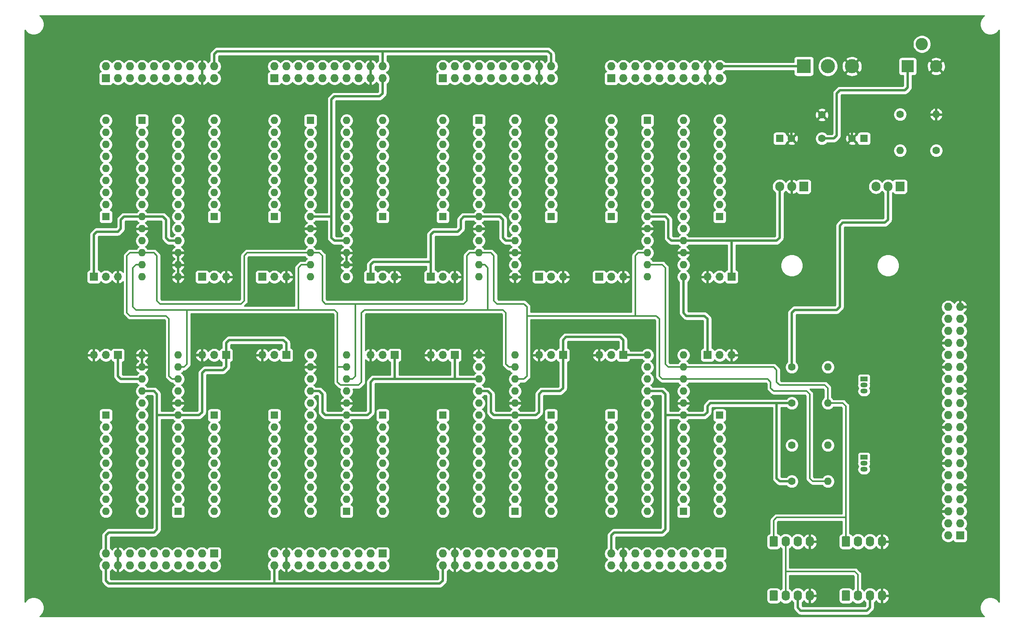
<source format=gbr>
G04 #@! TF.GenerationSoftware,KiCad,Pcbnew,(5.1.5)-3*
G04 #@! TF.CreationDate,2020-12-17T10:26:45+01:00*
G04 #@! TF.ProjectId,FGINT-V3-MASTER-128,4647494e-542d-4563-932d-4d4153544552,rev?*
G04 #@! TF.SameCoordinates,Original*
G04 #@! TF.FileFunction,Copper,L1,Top*
G04 #@! TF.FilePolarity,Positive*
%FSLAX46Y46*%
G04 Gerber Fmt 4.6, Leading zero omitted, Abs format (unit mm)*
G04 Created by KiCad (PCBNEW (5.1.5)-3) date 2020-12-17 10:26:45*
%MOMM*%
%LPD*%
G04 APERTURE LIST*
%ADD10R,1.727200X1.727200*%
%ADD11O,1.727200X1.727200*%
%ADD12O,1.740000X2.200000*%
%ADD13C,0.100000*%
%ADD14C,1.600000*%
%ADD15R,1.600000X1.600000*%
%ADD16O,1.700000X1.700000*%
%ADD17R,1.700000X1.700000*%
%ADD18R,2.600000X2.600000*%
%ADD19C,2.600000*%
%ADD20R,1.500000X1.050000*%
%ADD21O,1.500000X1.050000*%
%ADD22O,1.600000X1.600000*%
%ADD23O,1.905000X2.000000*%
%ADD24R,1.905000X2.000000*%
%ADD25R,3.000000X3.000000*%
%ADD26C,3.000000*%
%ADD27C,0.550000*%
%ADD28C,0.350000*%
%ADD29C,0.254000*%
G04 APERTURE END LIST*
D10*
X241300000Y-142240000D03*
D11*
X238760000Y-142240000D03*
X241300000Y-139700000D03*
X238760000Y-139700000D03*
X241300000Y-137160000D03*
X238760000Y-137160000D03*
X241300000Y-134620000D03*
X238760000Y-134620000D03*
X241300000Y-132080000D03*
X238760000Y-132080000D03*
X241300000Y-129540000D03*
X238760000Y-129540000D03*
X241300000Y-127000000D03*
X238760000Y-127000000D03*
X241300000Y-124460000D03*
X238760000Y-124460000D03*
X241300000Y-121920000D03*
X238760000Y-121920000D03*
X241300000Y-119380000D03*
X238760000Y-119380000D03*
X241300000Y-116840000D03*
X238760000Y-116840000D03*
X241300000Y-114300000D03*
X238760000Y-114300000D03*
X241300000Y-111760000D03*
X238760000Y-111760000D03*
X241300000Y-109220000D03*
X238760000Y-109220000D03*
X241300000Y-106680000D03*
X238760000Y-106680000D03*
X241300000Y-104140000D03*
X238760000Y-104140000D03*
X241300000Y-101600000D03*
X238760000Y-101600000D03*
X241300000Y-99060000D03*
X238760000Y-99060000D03*
X241300000Y-96520000D03*
X238760000Y-96520000D03*
X241300000Y-93980000D03*
X238760000Y-93980000D03*
D10*
X167640000Y-45720000D03*
D11*
X167640000Y-43180000D03*
X170180000Y-45720000D03*
X170180000Y-43180000D03*
X172720000Y-45720000D03*
X172720000Y-43180000D03*
X175260000Y-45720000D03*
X175260000Y-43180000D03*
X177800000Y-45720000D03*
X177800000Y-43180000D03*
X180340000Y-45720000D03*
X180340000Y-43180000D03*
X182880000Y-45720000D03*
X182880000Y-43180000D03*
X185420000Y-45720000D03*
X185420000Y-43180000D03*
X187960000Y-45720000D03*
X187960000Y-43180000D03*
X190500000Y-45720000D03*
X190500000Y-43180000D03*
D12*
X224790000Y-154940000D03*
X222250000Y-154940000D03*
X219710000Y-154940000D03*
G04 #@! TA.AperFunction,ComponentPad*
D13*
G36*
X217814505Y-153841204D02*
G01*
X217838773Y-153844804D01*
X217862572Y-153850765D01*
X217885671Y-153859030D01*
X217907850Y-153869520D01*
X217928893Y-153882132D01*
X217948599Y-153896747D01*
X217966777Y-153913223D01*
X217983253Y-153931401D01*
X217997868Y-153951107D01*
X218010480Y-153972150D01*
X218020970Y-153994329D01*
X218029235Y-154017428D01*
X218035196Y-154041227D01*
X218038796Y-154065495D01*
X218040000Y-154089999D01*
X218040000Y-155790001D01*
X218038796Y-155814505D01*
X218035196Y-155838773D01*
X218029235Y-155862572D01*
X218020970Y-155885671D01*
X218010480Y-155907850D01*
X217997868Y-155928893D01*
X217983253Y-155948599D01*
X217966777Y-155966777D01*
X217948599Y-155983253D01*
X217928893Y-155997868D01*
X217907850Y-156010480D01*
X217885671Y-156020970D01*
X217862572Y-156029235D01*
X217838773Y-156035196D01*
X217814505Y-156038796D01*
X217790001Y-156040000D01*
X216549999Y-156040000D01*
X216525495Y-156038796D01*
X216501227Y-156035196D01*
X216477428Y-156029235D01*
X216454329Y-156020970D01*
X216432150Y-156010480D01*
X216411107Y-155997868D01*
X216391401Y-155983253D01*
X216373223Y-155966777D01*
X216356747Y-155948599D01*
X216342132Y-155928893D01*
X216329520Y-155907850D01*
X216319030Y-155885671D01*
X216310765Y-155862572D01*
X216304804Y-155838773D01*
X216301204Y-155814505D01*
X216300000Y-155790001D01*
X216300000Y-154089999D01*
X216301204Y-154065495D01*
X216304804Y-154041227D01*
X216310765Y-154017428D01*
X216319030Y-153994329D01*
X216329520Y-153972150D01*
X216342132Y-153951107D01*
X216356747Y-153931401D01*
X216373223Y-153913223D01*
X216391401Y-153896747D01*
X216411107Y-153882132D01*
X216432150Y-153869520D01*
X216454329Y-153859030D01*
X216477428Y-153850765D01*
X216501227Y-153844804D01*
X216525495Y-153841204D01*
X216549999Y-153840000D01*
X217790001Y-153840000D01*
X217814505Y-153841204D01*
G37*
G04 #@! TD.AperFunction*
D12*
X209550000Y-154940000D03*
X207010000Y-154940000D03*
X204470000Y-154940000D03*
G04 #@! TA.AperFunction,ComponentPad*
D13*
G36*
X202574505Y-153841204D02*
G01*
X202598773Y-153844804D01*
X202622572Y-153850765D01*
X202645671Y-153859030D01*
X202667850Y-153869520D01*
X202688893Y-153882132D01*
X202708599Y-153896747D01*
X202726777Y-153913223D01*
X202743253Y-153931401D01*
X202757868Y-153951107D01*
X202770480Y-153972150D01*
X202780970Y-153994329D01*
X202789235Y-154017428D01*
X202795196Y-154041227D01*
X202798796Y-154065495D01*
X202800000Y-154089999D01*
X202800000Y-155790001D01*
X202798796Y-155814505D01*
X202795196Y-155838773D01*
X202789235Y-155862572D01*
X202780970Y-155885671D01*
X202770480Y-155907850D01*
X202757868Y-155928893D01*
X202743253Y-155948599D01*
X202726777Y-155966777D01*
X202708599Y-155983253D01*
X202688893Y-155997868D01*
X202667850Y-156010480D01*
X202645671Y-156020970D01*
X202622572Y-156029235D01*
X202598773Y-156035196D01*
X202574505Y-156038796D01*
X202550001Y-156040000D01*
X201309999Y-156040000D01*
X201285495Y-156038796D01*
X201261227Y-156035196D01*
X201237428Y-156029235D01*
X201214329Y-156020970D01*
X201192150Y-156010480D01*
X201171107Y-155997868D01*
X201151401Y-155983253D01*
X201133223Y-155966777D01*
X201116747Y-155948599D01*
X201102132Y-155928893D01*
X201089520Y-155907850D01*
X201079030Y-155885671D01*
X201070765Y-155862572D01*
X201064804Y-155838773D01*
X201061204Y-155814505D01*
X201060000Y-155790001D01*
X201060000Y-154089999D01*
X201061204Y-154065495D01*
X201064804Y-154041227D01*
X201070765Y-154017428D01*
X201079030Y-153994329D01*
X201089520Y-153972150D01*
X201102132Y-153951107D01*
X201116747Y-153931401D01*
X201133223Y-153913223D01*
X201151401Y-153896747D01*
X201171107Y-153882132D01*
X201192150Y-153869520D01*
X201214329Y-153859030D01*
X201237428Y-153850765D01*
X201261227Y-153844804D01*
X201285495Y-153841204D01*
X201309999Y-153840000D01*
X202550001Y-153840000D01*
X202574505Y-153841204D01*
G37*
G04 #@! TD.AperFunction*
D12*
X209550000Y-143510000D03*
X207010000Y-143510000D03*
X204470000Y-143510000D03*
G04 #@! TA.AperFunction,ComponentPad*
D13*
G36*
X202574505Y-142411204D02*
G01*
X202598773Y-142414804D01*
X202622572Y-142420765D01*
X202645671Y-142429030D01*
X202667850Y-142439520D01*
X202688893Y-142452132D01*
X202708599Y-142466747D01*
X202726777Y-142483223D01*
X202743253Y-142501401D01*
X202757868Y-142521107D01*
X202770480Y-142542150D01*
X202780970Y-142564329D01*
X202789235Y-142587428D01*
X202795196Y-142611227D01*
X202798796Y-142635495D01*
X202800000Y-142659999D01*
X202800000Y-144360001D01*
X202798796Y-144384505D01*
X202795196Y-144408773D01*
X202789235Y-144432572D01*
X202780970Y-144455671D01*
X202770480Y-144477850D01*
X202757868Y-144498893D01*
X202743253Y-144518599D01*
X202726777Y-144536777D01*
X202708599Y-144553253D01*
X202688893Y-144567868D01*
X202667850Y-144580480D01*
X202645671Y-144590970D01*
X202622572Y-144599235D01*
X202598773Y-144605196D01*
X202574505Y-144608796D01*
X202550001Y-144610000D01*
X201309999Y-144610000D01*
X201285495Y-144608796D01*
X201261227Y-144605196D01*
X201237428Y-144599235D01*
X201214329Y-144590970D01*
X201192150Y-144580480D01*
X201171107Y-144567868D01*
X201151401Y-144553253D01*
X201133223Y-144536777D01*
X201116747Y-144518599D01*
X201102132Y-144498893D01*
X201089520Y-144477850D01*
X201079030Y-144455671D01*
X201070765Y-144432572D01*
X201064804Y-144408773D01*
X201061204Y-144384505D01*
X201060000Y-144360001D01*
X201060000Y-142659999D01*
X201061204Y-142635495D01*
X201064804Y-142611227D01*
X201070765Y-142587428D01*
X201079030Y-142564329D01*
X201089520Y-142542150D01*
X201102132Y-142521107D01*
X201116747Y-142501401D01*
X201133223Y-142483223D01*
X201151401Y-142466747D01*
X201171107Y-142452132D01*
X201192150Y-142439520D01*
X201214329Y-142429030D01*
X201237428Y-142420765D01*
X201261227Y-142414804D01*
X201285495Y-142411204D01*
X201309999Y-142410000D01*
X202550001Y-142410000D01*
X202574505Y-142411204D01*
G37*
G04 #@! TD.AperFunction*
D14*
X212090000Y-58420000D03*
X212090000Y-53420000D03*
X205700000Y-58420000D03*
D15*
X203200000Y-58420000D03*
X220980000Y-58420000D03*
D14*
X218480000Y-58420000D03*
D16*
X86360000Y-87630000D03*
X83820000Y-87630000D03*
D17*
X81280000Y-87630000D03*
X58420000Y-87630000D03*
D16*
X60960000Y-87630000D03*
X63500000Y-87630000D03*
D17*
X63500000Y-104140000D03*
D16*
X60960000Y-104140000D03*
X58420000Y-104140000D03*
X81280000Y-104140000D03*
X83820000Y-104140000D03*
D17*
X86360000Y-104140000D03*
X116840000Y-87630000D03*
D16*
X119380000Y-87630000D03*
X121920000Y-87630000D03*
X99060000Y-87630000D03*
X96520000Y-87630000D03*
D17*
X93980000Y-87630000D03*
X99060000Y-104140000D03*
D16*
X96520000Y-104140000D03*
X93980000Y-104140000D03*
D17*
X121920000Y-104140000D03*
D16*
X119380000Y-104140000D03*
X116840000Y-104140000D03*
X157480000Y-87630000D03*
X154940000Y-87630000D03*
D17*
X152400000Y-87630000D03*
D16*
X134620000Y-87630000D03*
X132080000Y-87630000D03*
D17*
X129540000Y-87630000D03*
X134620000Y-104140000D03*
D16*
X132080000Y-104140000D03*
X129540000Y-104140000D03*
X152400000Y-104140000D03*
X154940000Y-104140000D03*
D17*
X157480000Y-104140000D03*
X193040000Y-87630000D03*
D16*
X190500000Y-87630000D03*
X187960000Y-87630000D03*
D17*
X165100000Y-87630000D03*
D16*
X167640000Y-87630000D03*
X170180000Y-87630000D03*
X165100000Y-104140000D03*
X167640000Y-104140000D03*
D17*
X170180000Y-104140000D03*
D16*
X193040000Y-104140000D03*
X190500000Y-104140000D03*
D17*
X187960000Y-104140000D03*
D18*
X230220000Y-43180000D03*
D19*
X236220000Y-43180000D03*
X233220000Y-38480000D03*
D20*
X220980000Y-109220000D03*
D21*
X220980000Y-111760000D03*
X220980000Y-110490000D03*
X220980000Y-127000000D03*
X220980000Y-128270000D03*
D20*
X220980000Y-125730000D03*
D14*
X205740000Y-106680000D03*
D22*
X213360000Y-106680000D03*
X213360000Y-123190000D03*
D14*
X205740000Y-123190000D03*
X236220000Y-60960000D03*
D22*
X236220000Y-53340000D03*
X213360000Y-114300000D03*
D14*
X205740000Y-114300000D03*
X205740000Y-130810000D03*
D22*
X213360000Y-130810000D03*
X228600000Y-60960000D03*
D14*
X228600000Y-53340000D03*
D15*
X83820000Y-74930000D03*
D22*
X83820000Y-72390000D03*
X83820000Y-69850000D03*
X83820000Y-67310000D03*
X83820000Y-64770000D03*
X83820000Y-62230000D03*
X83820000Y-59690000D03*
X83820000Y-57150000D03*
X83820000Y-54610000D03*
X60960000Y-54610000D03*
X60960000Y-57150000D03*
X60960000Y-59690000D03*
X60960000Y-62230000D03*
X60960000Y-64770000D03*
X60960000Y-67310000D03*
X60960000Y-69850000D03*
X60960000Y-72390000D03*
D15*
X60960000Y-74930000D03*
X60960000Y-116840000D03*
D22*
X60960000Y-119380000D03*
X60960000Y-121920000D03*
X60960000Y-124460000D03*
X60960000Y-127000000D03*
X60960000Y-129540000D03*
X60960000Y-132080000D03*
X60960000Y-134620000D03*
X60960000Y-137160000D03*
D15*
X83820000Y-116840000D03*
D22*
X83820000Y-119380000D03*
X83820000Y-121920000D03*
X83820000Y-124460000D03*
X83820000Y-127000000D03*
X83820000Y-129540000D03*
X83820000Y-132080000D03*
X83820000Y-134620000D03*
X83820000Y-137160000D03*
D15*
X119380000Y-74930000D03*
D22*
X119380000Y-72390000D03*
X119380000Y-69850000D03*
X119380000Y-67310000D03*
X119380000Y-64770000D03*
X119380000Y-62230000D03*
X119380000Y-59690000D03*
X119380000Y-57150000D03*
X119380000Y-54610000D03*
X96520000Y-54610000D03*
X96520000Y-57150000D03*
X96520000Y-59690000D03*
X96520000Y-62230000D03*
X96520000Y-64770000D03*
X96520000Y-67310000D03*
X96520000Y-69850000D03*
X96520000Y-72390000D03*
D15*
X96520000Y-74930000D03*
D22*
X96520000Y-137160000D03*
X96520000Y-134620000D03*
X96520000Y-132080000D03*
X96520000Y-129540000D03*
X96520000Y-127000000D03*
X96520000Y-124460000D03*
X96520000Y-121920000D03*
X96520000Y-119380000D03*
D15*
X96520000Y-116840000D03*
D22*
X119380000Y-137160000D03*
X119380000Y-134620000D03*
X119380000Y-132080000D03*
X119380000Y-129540000D03*
X119380000Y-127000000D03*
X119380000Y-124460000D03*
X119380000Y-121920000D03*
X119380000Y-119380000D03*
D15*
X119380000Y-116840000D03*
X154940000Y-74930000D03*
D22*
X154940000Y-72390000D03*
X154940000Y-69850000D03*
X154940000Y-67310000D03*
X154940000Y-64770000D03*
X154940000Y-62230000D03*
X154940000Y-59690000D03*
X154940000Y-57150000D03*
X154940000Y-54610000D03*
X132080000Y-54610000D03*
X132080000Y-57150000D03*
X132080000Y-59690000D03*
X132080000Y-62230000D03*
X132080000Y-64770000D03*
X132080000Y-67310000D03*
X132080000Y-69850000D03*
X132080000Y-72390000D03*
D15*
X132080000Y-74930000D03*
D22*
X132080000Y-137160000D03*
X132080000Y-134620000D03*
X132080000Y-132080000D03*
X132080000Y-129540000D03*
X132080000Y-127000000D03*
X132080000Y-124460000D03*
X132080000Y-121920000D03*
X132080000Y-119380000D03*
D15*
X132080000Y-116840000D03*
X154940000Y-116840000D03*
D22*
X154940000Y-119380000D03*
X154940000Y-121920000D03*
X154940000Y-124460000D03*
X154940000Y-127000000D03*
X154940000Y-129540000D03*
X154940000Y-132080000D03*
X154940000Y-134620000D03*
X154940000Y-137160000D03*
X190500000Y-54610000D03*
X190500000Y-57150000D03*
X190500000Y-59690000D03*
X190500000Y-62230000D03*
X190500000Y-64770000D03*
X190500000Y-67310000D03*
X190500000Y-69850000D03*
X190500000Y-72390000D03*
D15*
X190500000Y-74930000D03*
X167640000Y-74930000D03*
D22*
X167640000Y-72390000D03*
X167640000Y-69850000D03*
X167640000Y-67310000D03*
X167640000Y-64770000D03*
X167640000Y-62230000D03*
X167640000Y-59690000D03*
X167640000Y-57150000D03*
X167640000Y-54610000D03*
D15*
X167640000Y-116840000D03*
D22*
X167640000Y-119380000D03*
X167640000Y-121920000D03*
X167640000Y-124460000D03*
X167640000Y-127000000D03*
X167640000Y-129540000D03*
X167640000Y-132080000D03*
X167640000Y-134620000D03*
X167640000Y-137160000D03*
X190500000Y-137160000D03*
X190500000Y-134620000D03*
X190500000Y-132080000D03*
X190500000Y-129540000D03*
X190500000Y-127000000D03*
X190500000Y-124460000D03*
X190500000Y-121920000D03*
X190500000Y-119380000D03*
D15*
X190500000Y-116840000D03*
D22*
X76200000Y-54610000D03*
X68580000Y-87630000D03*
X76200000Y-57150000D03*
X68580000Y-85090000D03*
X76200000Y-59690000D03*
X68580000Y-82550000D03*
X76200000Y-62230000D03*
X68580000Y-80010000D03*
X76200000Y-64770000D03*
X68580000Y-77470000D03*
X76200000Y-67310000D03*
X68580000Y-74930000D03*
X76200000Y-69850000D03*
X68580000Y-72390000D03*
X76200000Y-72390000D03*
X68580000Y-69850000D03*
X76200000Y-74930000D03*
X68580000Y-67310000D03*
X76200000Y-77470000D03*
X68580000Y-64770000D03*
X76200000Y-80010000D03*
X68580000Y-62230000D03*
X76200000Y-82550000D03*
X68580000Y-59690000D03*
X76200000Y-85090000D03*
X68580000Y-57150000D03*
X76200000Y-87630000D03*
D15*
X68580000Y-54610000D03*
X76200000Y-137160000D03*
D22*
X68580000Y-104140000D03*
X76200000Y-134620000D03*
X68580000Y-106680000D03*
X76200000Y-132080000D03*
X68580000Y-109220000D03*
X76200000Y-129540000D03*
X68580000Y-111760000D03*
X76200000Y-127000000D03*
X68580000Y-114300000D03*
X76200000Y-124460000D03*
X68580000Y-116840000D03*
X76200000Y-121920000D03*
X68580000Y-119380000D03*
X76200000Y-119380000D03*
X68580000Y-121920000D03*
X76200000Y-116840000D03*
X68580000Y-124460000D03*
X76200000Y-114300000D03*
X68580000Y-127000000D03*
X76200000Y-111760000D03*
X68580000Y-129540000D03*
X76200000Y-109220000D03*
X68580000Y-132080000D03*
X76200000Y-106680000D03*
X68580000Y-134620000D03*
X76200000Y-104140000D03*
X68580000Y-137160000D03*
X111760000Y-54610000D03*
X104140000Y-87630000D03*
X111760000Y-57150000D03*
X104140000Y-85090000D03*
X111760000Y-59690000D03*
X104140000Y-82550000D03*
X111760000Y-62230000D03*
X104140000Y-80010000D03*
X111760000Y-64770000D03*
X104140000Y-77470000D03*
X111760000Y-67310000D03*
X104140000Y-74930000D03*
X111760000Y-69850000D03*
X104140000Y-72390000D03*
X111760000Y-72390000D03*
X104140000Y-69850000D03*
X111760000Y-74930000D03*
X104140000Y-67310000D03*
X111760000Y-77470000D03*
X104140000Y-64770000D03*
X111760000Y-80010000D03*
X104140000Y-62230000D03*
X111760000Y-82550000D03*
X104140000Y-59690000D03*
X111760000Y-85090000D03*
X104140000Y-57150000D03*
X111760000Y-87630000D03*
D15*
X104140000Y-54610000D03*
X111760000Y-137160000D03*
D22*
X104140000Y-104140000D03*
X111760000Y-134620000D03*
X104140000Y-106680000D03*
X111760000Y-132080000D03*
X104140000Y-109220000D03*
X111760000Y-129540000D03*
X104140000Y-111760000D03*
X111760000Y-127000000D03*
X104140000Y-114300000D03*
X111760000Y-124460000D03*
X104140000Y-116840000D03*
X111760000Y-121920000D03*
X104140000Y-119380000D03*
X111760000Y-119380000D03*
X104140000Y-121920000D03*
X111760000Y-116840000D03*
X104140000Y-124460000D03*
X111760000Y-114300000D03*
X104140000Y-127000000D03*
X111760000Y-111760000D03*
X104140000Y-129540000D03*
X111760000Y-109220000D03*
X104140000Y-132080000D03*
X111760000Y-106680000D03*
X104140000Y-134620000D03*
X111760000Y-104140000D03*
X104140000Y-137160000D03*
D15*
X139700000Y-54610000D03*
D22*
X147320000Y-87630000D03*
X139700000Y-57150000D03*
X147320000Y-85090000D03*
X139700000Y-59690000D03*
X147320000Y-82550000D03*
X139700000Y-62230000D03*
X147320000Y-80010000D03*
X139700000Y-64770000D03*
X147320000Y-77470000D03*
X139700000Y-67310000D03*
X147320000Y-74930000D03*
X139700000Y-69850000D03*
X147320000Y-72390000D03*
X139700000Y-72390000D03*
X147320000Y-69850000D03*
X139700000Y-74930000D03*
X147320000Y-67310000D03*
X139700000Y-77470000D03*
X147320000Y-64770000D03*
X139700000Y-80010000D03*
X147320000Y-62230000D03*
X139700000Y-82550000D03*
X147320000Y-59690000D03*
X139700000Y-85090000D03*
X147320000Y-57150000D03*
X139700000Y-87630000D03*
X147320000Y-54610000D03*
X139700000Y-137160000D03*
X147320000Y-104140000D03*
X139700000Y-134620000D03*
X147320000Y-106680000D03*
X139700000Y-132080000D03*
X147320000Y-109220000D03*
X139700000Y-129540000D03*
X147320000Y-111760000D03*
X139700000Y-127000000D03*
X147320000Y-114300000D03*
X139700000Y-124460000D03*
X147320000Y-116840000D03*
X139700000Y-121920000D03*
X147320000Y-119380000D03*
X139700000Y-119380000D03*
X147320000Y-121920000D03*
X139700000Y-116840000D03*
X147320000Y-124460000D03*
X139700000Y-114300000D03*
X147320000Y-127000000D03*
X139700000Y-111760000D03*
X147320000Y-129540000D03*
X139700000Y-109220000D03*
X147320000Y-132080000D03*
X139700000Y-106680000D03*
X147320000Y-134620000D03*
X139700000Y-104140000D03*
D15*
X147320000Y-137160000D03*
X175260000Y-54610000D03*
D22*
X182880000Y-87630000D03*
X175260000Y-57150000D03*
X182880000Y-85090000D03*
X175260000Y-59690000D03*
X182880000Y-82550000D03*
X175260000Y-62230000D03*
X182880000Y-80010000D03*
X175260000Y-64770000D03*
X182880000Y-77470000D03*
X175260000Y-67310000D03*
X182880000Y-74930000D03*
X175260000Y-69850000D03*
X182880000Y-72390000D03*
X175260000Y-72390000D03*
X182880000Y-69850000D03*
X175260000Y-74930000D03*
X182880000Y-67310000D03*
X175260000Y-77470000D03*
X182880000Y-64770000D03*
X175260000Y-80010000D03*
X182880000Y-62230000D03*
X175260000Y-82550000D03*
X182880000Y-59690000D03*
X175260000Y-85090000D03*
X182880000Y-57150000D03*
X175260000Y-87630000D03*
X182880000Y-54610000D03*
X175260000Y-137160000D03*
X182880000Y-104140000D03*
X175260000Y-134620000D03*
X182880000Y-106680000D03*
X175260000Y-132080000D03*
X182880000Y-109220000D03*
X175260000Y-129540000D03*
X182880000Y-111760000D03*
X175260000Y-127000000D03*
X182880000Y-114300000D03*
X175260000Y-124460000D03*
X182880000Y-116840000D03*
X175260000Y-121920000D03*
X182880000Y-119380000D03*
X175260000Y-119380000D03*
X182880000Y-121920000D03*
X175260000Y-116840000D03*
X182880000Y-124460000D03*
X175260000Y-114300000D03*
X182880000Y-127000000D03*
X175260000Y-111760000D03*
X182880000Y-129540000D03*
X175260000Y-109220000D03*
X182880000Y-132080000D03*
X175260000Y-106680000D03*
X182880000Y-134620000D03*
X175260000Y-104140000D03*
D15*
X182880000Y-137160000D03*
D23*
X203200000Y-68580000D03*
X205740000Y-68580000D03*
D24*
X208280000Y-68580000D03*
X228600000Y-68580000D03*
D23*
X226060000Y-68580000D03*
X223520000Y-68580000D03*
D11*
X83820000Y-43180000D03*
X83820000Y-45720000D03*
X81280000Y-43180000D03*
X81280000Y-45720000D03*
X78740000Y-43180000D03*
X78740000Y-45720000D03*
X76200000Y-43180000D03*
X76200000Y-45720000D03*
X73660000Y-43180000D03*
X73660000Y-45720000D03*
X71120000Y-43180000D03*
X71120000Y-45720000D03*
X68580000Y-43180000D03*
X68580000Y-45720000D03*
X66040000Y-43180000D03*
X66040000Y-45720000D03*
X63500000Y-43180000D03*
X63500000Y-45720000D03*
X60960000Y-43180000D03*
D10*
X60960000Y-45720000D03*
X83820000Y-146050000D03*
D11*
X83820000Y-148590000D03*
X81280000Y-146050000D03*
X81280000Y-148590000D03*
X78740000Y-146050000D03*
X78740000Y-148590000D03*
X76200000Y-146050000D03*
X76200000Y-148590000D03*
X73660000Y-146050000D03*
X73660000Y-148590000D03*
X71120000Y-146050000D03*
X71120000Y-148590000D03*
X68580000Y-146050000D03*
X68580000Y-148590000D03*
X66040000Y-146050000D03*
X66040000Y-148590000D03*
X63500000Y-146050000D03*
X63500000Y-148590000D03*
X60960000Y-146050000D03*
X60960000Y-148590000D03*
D10*
X96520000Y-45720000D03*
D11*
X96520000Y-43180000D03*
X99060000Y-45720000D03*
X99060000Y-43180000D03*
X101600000Y-45720000D03*
X101600000Y-43180000D03*
X104140000Y-45720000D03*
X104140000Y-43180000D03*
X106680000Y-45720000D03*
X106680000Y-43180000D03*
X109220000Y-45720000D03*
X109220000Y-43180000D03*
X111760000Y-45720000D03*
X111760000Y-43180000D03*
X114300000Y-45720000D03*
X114300000Y-43180000D03*
X116840000Y-45720000D03*
X116840000Y-43180000D03*
X119380000Y-45720000D03*
X119380000Y-43180000D03*
X96520000Y-148590000D03*
X96520000Y-146050000D03*
X99060000Y-148590000D03*
X99060000Y-146050000D03*
X101600000Y-148590000D03*
X101600000Y-146050000D03*
X104140000Y-148590000D03*
X104140000Y-146050000D03*
X106680000Y-148590000D03*
X106680000Y-146050000D03*
X109220000Y-148590000D03*
X109220000Y-146050000D03*
X111760000Y-148590000D03*
X111760000Y-146050000D03*
X114300000Y-148590000D03*
X114300000Y-146050000D03*
X116840000Y-148590000D03*
X116840000Y-146050000D03*
X119380000Y-148590000D03*
D10*
X119380000Y-146050000D03*
X132080000Y-45720000D03*
D11*
X132080000Y-43180000D03*
X134620000Y-45720000D03*
X134620000Y-43180000D03*
X137160000Y-45720000D03*
X137160000Y-43180000D03*
X139700000Y-45720000D03*
X139700000Y-43180000D03*
X142240000Y-45720000D03*
X142240000Y-43180000D03*
X144780000Y-45720000D03*
X144780000Y-43180000D03*
X147320000Y-45720000D03*
X147320000Y-43180000D03*
X149860000Y-45720000D03*
X149860000Y-43180000D03*
X152400000Y-45720000D03*
X152400000Y-43180000D03*
X154940000Y-45720000D03*
X154940000Y-43180000D03*
X132080000Y-148590000D03*
X132080000Y-146050000D03*
X134620000Y-148590000D03*
X134620000Y-146050000D03*
X137160000Y-148590000D03*
X137160000Y-146050000D03*
X139700000Y-148590000D03*
X139700000Y-146050000D03*
X142240000Y-148590000D03*
X142240000Y-146050000D03*
X144780000Y-148590000D03*
X144780000Y-146050000D03*
X147320000Y-148590000D03*
X147320000Y-146050000D03*
X149860000Y-148590000D03*
X149860000Y-146050000D03*
X152400000Y-148590000D03*
X152400000Y-146050000D03*
X154940000Y-148590000D03*
D10*
X154940000Y-146050000D03*
D11*
X167640000Y-148590000D03*
X167640000Y-146050000D03*
X170180000Y-148590000D03*
X170180000Y-146050000D03*
X172720000Y-148590000D03*
X172720000Y-146050000D03*
X175260000Y-148590000D03*
X175260000Y-146050000D03*
X177800000Y-148590000D03*
X177800000Y-146050000D03*
X180340000Y-148590000D03*
X180340000Y-146050000D03*
X182880000Y-148590000D03*
X182880000Y-146050000D03*
X185420000Y-148590000D03*
X185420000Y-146050000D03*
X187960000Y-148590000D03*
X187960000Y-146050000D03*
X190500000Y-148590000D03*
D10*
X190500000Y-146050000D03*
G04 #@! TA.AperFunction,ComponentPad*
D13*
G36*
X217814505Y-142411204D02*
G01*
X217838773Y-142414804D01*
X217862572Y-142420765D01*
X217885671Y-142429030D01*
X217907850Y-142439520D01*
X217928893Y-142452132D01*
X217948599Y-142466747D01*
X217966777Y-142483223D01*
X217983253Y-142501401D01*
X217997868Y-142521107D01*
X218010480Y-142542150D01*
X218020970Y-142564329D01*
X218029235Y-142587428D01*
X218035196Y-142611227D01*
X218038796Y-142635495D01*
X218040000Y-142659999D01*
X218040000Y-144360001D01*
X218038796Y-144384505D01*
X218035196Y-144408773D01*
X218029235Y-144432572D01*
X218020970Y-144455671D01*
X218010480Y-144477850D01*
X217997868Y-144498893D01*
X217983253Y-144518599D01*
X217966777Y-144536777D01*
X217948599Y-144553253D01*
X217928893Y-144567868D01*
X217907850Y-144580480D01*
X217885671Y-144590970D01*
X217862572Y-144599235D01*
X217838773Y-144605196D01*
X217814505Y-144608796D01*
X217790001Y-144610000D01*
X216549999Y-144610000D01*
X216525495Y-144608796D01*
X216501227Y-144605196D01*
X216477428Y-144599235D01*
X216454329Y-144590970D01*
X216432150Y-144580480D01*
X216411107Y-144567868D01*
X216391401Y-144553253D01*
X216373223Y-144536777D01*
X216356747Y-144518599D01*
X216342132Y-144498893D01*
X216329520Y-144477850D01*
X216319030Y-144455671D01*
X216310765Y-144432572D01*
X216304804Y-144408773D01*
X216301204Y-144384505D01*
X216300000Y-144360001D01*
X216300000Y-142659999D01*
X216301204Y-142635495D01*
X216304804Y-142611227D01*
X216310765Y-142587428D01*
X216319030Y-142564329D01*
X216329520Y-142542150D01*
X216342132Y-142521107D01*
X216356747Y-142501401D01*
X216373223Y-142483223D01*
X216391401Y-142466747D01*
X216411107Y-142452132D01*
X216432150Y-142439520D01*
X216454329Y-142429030D01*
X216477428Y-142420765D01*
X216501227Y-142414804D01*
X216525495Y-142411204D01*
X216549999Y-142410000D01*
X217790001Y-142410000D01*
X217814505Y-142411204D01*
G37*
G04 #@! TD.AperFunction*
D12*
X219710000Y-143510000D03*
X222250000Y-143510000D03*
X224790000Y-143510000D03*
D25*
X208280000Y-43180000D03*
D26*
X213360000Y-43180000D03*
X218440000Y-43180000D03*
D27*
X230220000Y-47625000D02*
X230220000Y-43180000D01*
X229585000Y-48260000D02*
X230220000Y-47625000D01*
X212090000Y-58420000D02*
X214630000Y-58420000D01*
X215265000Y-57785000D02*
X215265000Y-48895000D01*
X214630000Y-58420000D02*
X215265000Y-57785000D01*
X215900000Y-48260000D02*
X229585000Y-48260000D01*
X215265000Y-48895000D02*
X215900000Y-48260000D01*
X63500000Y-146050000D02*
X63500000Y-144145000D01*
X63500000Y-144145000D02*
X64135000Y-143510000D01*
X64135000Y-143510000D02*
X99060000Y-143510000D01*
X99060000Y-143510000D02*
X99060000Y-146050000D01*
X99060000Y-143510000D02*
X133985000Y-143510000D01*
X133985000Y-143510000D02*
X134620000Y-144145000D01*
X134620000Y-144145000D02*
X134620000Y-146050000D01*
X58420000Y-104140000D02*
X58420000Y-101600000D01*
X58420000Y-101600000D02*
X59055000Y-100965000D01*
X68580000Y-101600000D02*
X68580000Y-104140000D01*
X67945000Y-100965000D02*
X68580000Y-101600000D01*
X63500000Y-88832081D02*
X63500000Y-100965000D01*
X59055000Y-100965000D02*
X63500000Y-100965000D01*
X63500000Y-87630000D02*
X63500000Y-88832081D01*
X63500000Y-100965000D02*
X67945000Y-100965000D01*
X73025000Y-107315000D02*
X72390000Y-106680000D01*
X73025000Y-113665000D02*
X73025000Y-107315000D01*
X72390000Y-106680000D02*
X68580000Y-106680000D01*
X76200000Y-114300000D02*
X73660000Y-114300000D01*
X73660000Y-114300000D02*
X73025000Y-113665000D01*
X79375000Y-104775000D02*
X80010000Y-104140000D01*
X79375000Y-113665000D02*
X79375000Y-104775000D01*
X80010000Y-104140000D02*
X81280000Y-104140000D01*
X76200000Y-114300000D02*
X78740000Y-114300000D01*
X78740000Y-114300000D02*
X79375000Y-113665000D01*
X76200000Y-82550000D02*
X73025000Y-82550000D01*
X73025000Y-82550000D02*
X72390000Y-81915000D01*
X72390000Y-81915000D02*
X72390000Y-78105000D01*
X71755000Y-77470000D02*
X68580000Y-77470000D01*
X72390000Y-78105000D02*
X71755000Y-77470000D01*
X86995000Y-77470000D02*
X86360000Y-78105000D01*
X81280000Y-45720000D02*
X81280000Y-47625000D01*
X81280000Y-47625000D02*
X81915000Y-48260000D01*
X116205000Y-48260000D02*
X116840000Y-47625000D01*
X116840000Y-47625000D02*
X116840000Y-45720000D01*
X107315000Y-48260000D02*
X116205000Y-48260000D01*
X107950000Y-82550000D02*
X111760000Y-82550000D01*
X107315000Y-81915000D02*
X107950000Y-82550000D01*
X107315000Y-78105000D02*
X107315000Y-81915000D01*
X104140000Y-77470000D02*
X106680000Y-77470000D01*
X106680000Y-77470000D02*
X107315000Y-78105000D01*
X100965000Y-48260000D02*
X107315000Y-48260000D01*
X81915000Y-48260000D02*
X100965000Y-48260000D01*
X100965000Y-77470000D02*
X100965000Y-48260000D01*
X100965000Y-77470000D02*
X86995000Y-77470000D01*
X104140000Y-77470000D02*
X100965000Y-77470000D01*
X122555000Y-91440000D02*
X133985000Y-91440000D01*
X134620000Y-90805000D02*
X134620000Y-87630000D01*
X133985000Y-91440000D02*
X134620000Y-90805000D01*
X114300000Y-90805000D02*
X114935000Y-91440000D01*
X114300000Y-85725000D02*
X114300000Y-90805000D01*
X111760000Y-85090000D02*
X113665000Y-85090000D01*
X114935000Y-91440000D02*
X122555000Y-91440000D01*
X113665000Y-85090000D02*
X114300000Y-85725000D01*
X121920000Y-87630000D02*
X121920000Y-91440000D01*
X93980000Y-104140000D02*
X93980000Y-106045000D01*
X93980000Y-106045000D02*
X94615000Y-106680000D01*
X99060000Y-106680000D02*
X99060000Y-143510000D01*
X99060000Y-106680000D02*
X104140000Y-106680000D01*
X94615000Y-106680000D02*
X99060000Y-106680000D01*
X107950000Y-107315000D02*
X107315000Y-106680000D01*
X107950000Y-113665000D02*
X107950000Y-107315000D01*
X107315000Y-106680000D02*
X104140000Y-106680000D01*
X111760000Y-114300000D02*
X108585000Y-114300000D01*
X108585000Y-114300000D02*
X107950000Y-113665000D01*
X129540000Y-101600000D02*
X129540000Y-104140000D01*
X128905000Y-100965000D02*
X129540000Y-101600000D01*
X116840000Y-104140000D02*
X116840000Y-101600000D01*
X117475000Y-100965000D02*
X128905000Y-100965000D01*
X116840000Y-101600000D02*
X117475000Y-100965000D01*
X151130000Y-113665000D02*
X150495000Y-114300000D01*
X151130000Y-111760000D02*
X151130000Y-113665000D01*
X152400000Y-104140000D02*
X152400000Y-110490000D01*
X150495000Y-114300000D02*
X147320000Y-114300000D01*
X152400000Y-110490000D02*
X151130000Y-111760000D01*
X147320000Y-114300000D02*
X144780000Y-114300000D01*
X144780000Y-114300000D02*
X144145000Y-113665000D01*
X144145000Y-113665000D02*
X144145000Y-104775000D01*
X144145000Y-104775000D02*
X143510000Y-104140000D01*
X143510000Y-104140000D02*
X139700000Y-104140000D01*
X147320000Y-82550000D02*
X144145000Y-82550000D01*
X144145000Y-82550000D02*
X143510000Y-81915000D01*
X143510000Y-81915000D02*
X143510000Y-78105000D01*
X142875000Y-77470000D02*
X139700000Y-77470000D01*
X143510000Y-78105000D02*
X142875000Y-77470000D01*
X148947740Y-87630000D02*
X147320000Y-87630000D01*
X149860000Y-86717740D02*
X148947740Y-87630000D01*
X147320000Y-82550000D02*
X149860000Y-82550000D01*
X149860000Y-82550000D02*
X149860000Y-86717740D01*
X157480000Y-82550000D02*
X157480000Y-87630000D01*
X149860000Y-82550000D02*
X157480000Y-82550000D01*
X170180000Y-82550000D02*
X170180000Y-87630000D01*
X157480000Y-82550000D02*
X170180000Y-82550000D01*
X170180000Y-82550000D02*
X170180000Y-78105000D01*
X170180000Y-78105000D02*
X170815000Y-77470000D01*
X170815000Y-77470000D02*
X175260000Y-77470000D01*
X134620000Y-151765000D02*
X134620000Y-148590000D01*
X135255000Y-152400000D02*
X134620000Y-151765000D01*
X169545000Y-152400000D02*
X135255000Y-152400000D01*
X170180000Y-148590000D02*
X170180000Y-151765000D01*
X170180000Y-151765000D02*
X169545000Y-152400000D01*
X182880000Y-82550000D02*
X187325000Y-82550000D01*
X187325000Y-82550000D02*
X187960000Y-83185000D01*
X187960000Y-83185000D02*
X187960000Y-87630000D01*
X178435000Y-82550000D02*
X182880000Y-82550000D01*
X178435000Y-82550000D02*
X177800000Y-81915000D01*
X177800000Y-81915000D02*
X177800000Y-78105000D01*
X177800000Y-78105000D02*
X177165000Y-77470000D01*
X177165000Y-77470000D02*
X175260000Y-77470000D01*
X193040000Y-94615000D02*
X193040000Y-104140000D01*
X188595000Y-94615000D02*
X193040000Y-94615000D01*
X187960000Y-87630000D02*
X187960000Y-93980000D01*
X187960000Y-93980000D02*
X188595000Y-94615000D01*
X197485000Y-94615000D02*
X193040000Y-94615000D01*
X198120000Y-93980000D02*
X197485000Y-94615000D01*
X205740000Y-80645000D02*
X205105000Y-81280000D01*
X205740000Y-68580000D02*
X205740000Y-80645000D01*
X198120000Y-81915000D02*
X198120000Y-93980000D01*
X205105000Y-81280000D02*
X198755000Y-81280000D01*
X198755000Y-81280000D02*
X198120000Y-81915000D01*
X236220000Y-55880000D02*
X236220000Y-53340000D01*
X219075000Y-55880000D02*
X236220000Y-55880000D01*
X218440000Y-56515000D02*
X219075000Y-55880000D01*
X218480000Y-58420000D02*
X218480000Y-56555000D01*
X218480000Y-56555000D02*
X218440000Y-56515000D01*
X236220000Y-55880000D02*
X240030000Y-55880000D01*
X240030000Y-55880000D02*
X241300000Y-57150000D01*
X241300000Y-90805000D02*
X241300000Y-93980000D01*
X241300000Y-57150000D02*
X241300000Y-90805000D01*
X234950000Y-101600000D02*
X238760000Y-101600000D01*
X234950000Y-101600000D02*
X234950000Y-106680000D01*
X234950000Y-106680000D02*
X238760000Y-106680000D01*
X234950000Y-106680000D02*
X234950000Y-119380000D01*
X234950000Y-119380000D02*
X238760000Y-119380000D01*
X234950000Y-119380000D02*
X234950000Y-127000000D01*
X234950000Y-127000000D02*
X238760000Y-127000000D01*
X234950000Y-127000000D02*
X234950000Y-137160000D01*
X234950000Y-137160000D02*
X238760000Y-137160000D01*
X241300000Y-111760000D02*
X242521314Y-111760000D01*
X242521314Y-111760000D02*
X244475000Y-111760000D01*
X225425000Y-137160000D02*
X234950000Y-137160000D01*
X224790000Y-143510000D02*
X224790000Y-137795000D01*
X224790000Y-137795000D02*
X225425000Y-137160000D01*
X244475000Y-131445000D02*
X244475000Y-111760000D01*
X241300000Y-132080000D02*
X243840000Y-132080000D01*
X243840000Y-132080000D02*
X244475000Y-131445000D01*
X243840000Y-93980000D02*
X241300000Y-93980000D01*
X244475000Y-111760000D02*
X244475000Y-94615000D01*
X244475000Y-94615000D02*
X243840000Y-93980000D01*
X234950000Y-91440000D02*
X234950000Y-101600000D01*
X241300000Y-90805000D02*
X235585000Y-90805000D01*
X235585000Y-90805000D02*
X234950000Y-91440000D01*
X209550000Y-143510000D02*
X209550000Y-146685000D01*
X209550000Y-146685000D02*
X210185000Y-147320000D01*
X210185000Y-147320000D02*
X224790000Y-147320000D01*
X224790000Y-143510000D02*
X224790000Y-147320000D01*
X224790000Y-147320000D02*
X224790000Y-154940000D01*
X205700000Y-50125000D02*
X205700000Y-58420000D01*
X205105000Y-49530000D02*
X205700000Y-50125000D01*
X187960000Y-45720000D02*
X187960000Y-49530000D01*
X187960000Y-49530000D02*
X205105000Y-49530000D01*
X187960000Y-49530000D02*
X153035000Y-49530000D01*
X153035000Y-49530000D02*
X152400000Y-48895000D01*
X152400000Y-48895000D02*
X152400000Y-45720000D01*
X76200000Y-82550000D02*
X86360000Y-82550000D01*
X86360000Y-78105000D02*
X86360000Y-82550000D01*
X86360000Y-82550000D02*
X86360000Y-87630000D01*
X96520000Y-152400000D02*
X96520000Y-148590000D01*
X61595000Y-152400000D02*
X96520000Y-152400000D01*
X60960000Y-148590000D02*
X60960000Y-151765000D01*
X60960000Y-151765000D02*
X61595000Y-152400000D01*
X96520000Y-152400000D02*
X131445000Y-152400000D01*
X131445000Y-152400000D02*
X132080000Y-151765000D01*
X132080000Y-151765000D02*
X132080000Y-148590000D01*
X63500000Y-104140000D02*
X63500000Y-108585000D01*
X64135000Y-109220000D02*
X68580000Y-109220000D01*
X63500000Y-108585000D02*
X64135000Y-109220000D01*
X71755000Y-116840000D02*
X76200000Y-116840000D01*
X71755000Y-140970000D02*
X71755000Y-116840000D01*
X61595000Y-141605000D02*
X71120000Y-141605000D01*
X71120000Y-141605000D02*
X71755000Y-140970000D01*
X60960000Y-146050000D02*
X60960000Y-142240000D01*
X60960000Y-142240000D02*
X61595000Y-141605000D01*
X71755000Y-112395000D02*
X71755000Y-116840000D01*
X68580000Y-111760000D02*
X71120000Y-111760000D01*
X71120000Y-111760000D02*
X71755000Y-112395000D01*
X64770000Y-74930000D02*
X68580000Y-74930000D01*
X64135000Y-75565000D02*
X64770000Y-74930000D01*
X58420000Y-78740000D02*
X59055000Y-78105000D01*
X63500000Y-78105000D02*
X64135000Y-77470000D01*
X58420000Y-87630000D02*
X58420000Y-78740000D01*
X59055000Y-78105000D02*
X63500000Y-78105000D01*
X64135000Y-77470000D02*
X64135000Y-75565000D01*
X80645000Y-116840000D02*
X76200000Y-116840000D01*
X81280000Y-116205000D02*
X80645000Y-116840000D01*
X86360000Y-106680000D02*
X85725000Y-107315000D01*
X86360000Y-104140000D02*
X86360000Y-106680000D01*
X85725000Y-107315000D02*
X81915000Y-107315000D01*
X81915000Y-107315000D02*
X81280000Y-107950000D01*
X81280000Y-107950000D02*
X81280000Y-116205000D01*
X98425000Y-100965000D02*
X99060000Y-101600000D01*
X86995000Y-100965000D02*
X98425000Y-100965000D01*
X99060000Y-101600000D02*
X99060000Y-104140000D01*
X86360000Y-104140000D02*
X86360000Y-101600000D01*
X86360000Y-101600000D02*
X86995000Y-100965000D01*
X68580000Y-74930000D02*
X73025000Y-74930000D01*
X73025000Y-74930000D02*
X73660000Y-75565000D01*
X73660000Y-75565000D02*
X73660000Y-79375000D01*
X73660000Y-79375000D02*
X74295000Y-80010000D01*
X74295000Y-80010000D02*
X76200000Y-80010000D01*
X83820000Y-43180000D02*
X83820000Y-40640000D01*
X83820000Y-40640000D02*
X84455000Y-40005000D01*
X84455000Y-40005000D02*
X119380000Y-40005000D01*
X119380000Y-40005000D02*
X119380000Y-43180000D01*
X119380000Y-40005000D02*
X154305000Y-40005000D01*
X154305000Y-40005000D02*
X154940000Y-40640000D01*
X154940000Y-40640000D02*
X154940000Y-43180000D01*
X109220000Y-80010000D02*
X111760000Y-80010000D01*
X108585000Y-79375000D02*
X109220000Y-80010000D01*
X104140000Y-74930000D02*
X108585000Y-74930000D01*
X108585000Y-74930000D02*
X108585000Y-79375000D01*
X108585000Y-74930000D02*
X108585000Y-50165000D01*
X108585000Y-50165000D02*
X109220000Y-49530000D01*
X109220000Y-49530000D02*
X118745000Y-49530000D01*
X118745000Y-49530000D02*
X119380000Y-48895000D01*
X119380000Y-48895000D02*
X119380000Y-45720000D01*
X129540000Y-84455000D02*
X129540000Y-87630000D01*
X116840000Y-87630000D02*
X116840000Y-85090000D01*
X117475000Y-84455000D02*
X129540000Y-84455000D01*
X116840000Y-85090000D02*
X117475000Y-84455000D01*
X136525000Y-74930000D02*
X139700000Y-74930000D01*
X135890000Y-75565000D02*
X136525000Y-74930000D01*
X129540000Y-78740000D02*
X130175000Y-78105000D01*
X129540000Y-84455000D02*
X129540000Y-78740000D01*
X135255000Y-78105000D02*
X135890000Y-77470000D01*
X130175000Y-78105000D02*
X135255000Y-78105000D01*
X135890000Y-77470000D02*
X135890000Y-75565000D01*
X104140000Y-111760000D02*
X106045000Y-111760000D01*
X106045000Y-111760000D02*
X106680000Y-112395000D01*
X106680000Y-112395000D02*
X106680000Y-116205000D01*
X106680000Y-116205000D02*
X107315000Y-116840000D01*
X107315000Y-116840000D02*
X111760000Y-116840000D01*
X121920000Y-109220000D02*
X121920000Y-104140000D01*
X116205000Y-116840000D02*
X116840000Y-116205000D01*
X116840000Y-109855000D02*
X117475000Y-109220000D01*
X111760000Y-116840000D02*
X116205000Y-116840000D01*
X116840000Y-116205000D02*
X116840000Y-109855000D01*
X117475000Y-109220000D02*
X121920000Y-109220000D01*
X134620000Y-109220000D02*
X134620000Y-104140000D01*
X121920000Y-109220000D02*
X134620000Y-109220000D01*
X134620000Y-109220000D02*
X139700000Y-109220000D01*
X139700000Y-111760000D02*
X141605000Y-111760000D01*
X141605000Y-111760000D02*
X142240000Y-112395000D01*
X142240000Y-112395000D02*
X142240000Y-116205000D01*
X142240000Y-116205000D02*
X142875000Y-116840000D01*
X142875000Y-116840000D02*
X147320000Y-116840000D01*
X147320000Y-116840000D02*
X151765000Y-116840000D01*
X151765000Y-116840000D02*
X152400000Y-116205000D01*
X152400000Y-116205000D02*
X152400000Y-112395000D01*
X152400000Y-112395000D02*
X153035000Y-111760000D01*
X153035000Y-111760000D02*
X156845000Y-111760000D01*
X157480000Y-111125000D02*
X157480000Y-104140000D01*
X156845000Y-111760000D02*
X157480000Y-111125000D01*
X147320000Y-80010000D02*
X145415000Y-80010000D01*
X145415000Y-80010000D02*
X144780000Y-79375000D01*
X144780000Y-79375000D02*
X144780000Y-75565000D01*
X144780000Y-75565000D02*
X144145000Y-74930000D01*
X144145000Y-74930000D02*
X139700000Y-74930000D01*
X157480000Y-104140000D02*
X157480000Y-100965000D01*
X157480000Y-100965000D02*
X158115000Y-100330000D01*
X158115000Y-100330000D02*
X169545000Y-100330000D01*
X170180000Y-100965000D02*
X170180000Y-104140000D01*
X169545000Y-100330000D02*
X170180000Y-100965000D01*
X170180000Y-104140000D02*
X175260000Y-104140000D01*
X179070000Y-112395000D02*
X179070000Y-116840000D01*
X179070000Y-116840000D02*
X182880000Y-116840000D01*
X175260000Y-111760000D02*
X178435000Y-111760000D01*
X178435000Y-111760000D02*
X179070000Y-112395000D01*
X179070000Y-116840000D02*
X179070000Y-140970000D01*
X179070000Y-140970000D02*
X178435000Y-141605000D01*
X178435000Y-141605000D02*
X168275000Y-141605000D01*
X168275000Y-141605000D02*
X167640000Y-142240000D01*
X167640000Y-142240000D02*
X167640000Y-146050000D01*
X202565000Y-114300000D02*
X205740000Y-114300000D01*
X202565000Y-114300000D02*
X202565000Y-130175000D01*
X203200000Y-130810000D02*
X205740000Y-130810000D01*
X202565000Y-130175000D02*
X203200000Y-130810000D01*
X187960000Y-116205000D02*
X187960000Y-114935000D01*
X187960000Y-114935000D02*
X188595000Y-114300000D01*
X188595000Y-114300000D02*
X202565000Y-114300000D01*
X187960000Y-116205000D02*
X187325000Y-116840000D01*
X187325000Y-116840000D02*
X182880000Y-116840000D01*
X187960000Y-96520000D02*
X187960000Y-104140000D01*
X187325000Y-95885000D02*
X187960000Y-96520000D01*
X183515000Y-95885000D02*
X187325000Y-95885000D01*
X182880000Y-87630000D02*
X182880000Y-95250000D01*
X182880000Y-95250000D02*
X183515000Y-95885000D01*
X182880000Y-80010000D02*
X180340000Y-80010000D01*
X180340000Y-80010000D02*
X179705000Y-79375000D01*
X179705000Y-79375000D02*
X179705000Y-75565000D01*
X179070000Y-74930000D02*
X175260000Y-74930000D01*
X179705000Y-75565000D02*
X179070000Y-74930000D01*
X193040000Y-80010000D02*
X193040000Y-87630000D01*
X182880000Y-80010000D02*
X193040000Y-80010000D01*
X193040000Y-80010000D02*
X202565000Y-80010000D01*
X202565000Y-80010000D02*
X203200000Y-79375000D01*
X203200000Y-79375000D02*
X203200000Y-68580000D01*
X208280000Y-43180000D02*
X190500000Y-43180000D01*
X222250000Y-157480000D02*
X222250000Y-154940000D01*
X221615000Y-158115000D02*
X222250000Y-157480000D01*
X207645000Y-158115000D02*
X221615000Y-158115000D01*
X207010000Y-154940000D02*
X207010000Y-157480000D01*
X207010000Y-157480000D02*
X207645000Y-158115000D01*
X205740000Y-95250000D02*
X205740000Y-106680000D01*
X206375000Y-94615000D02*
X205740000Y-95250000D01*
X215900000Y-93980000D02*
X215265000Y-94615000D01*
X226060000Y-75565000D02*
X225425000Y-76200000D01*
X226060000Y-68580000D02*
X226060000Y-75565000D01*
X225425000Y-76200000D02*
X216535000Y-76200000D01*
X215265000Y-94615000D02*
X206375000Y-94615000D01*
X216535000Y-76200000D02*
X215900000Y-76835000D01*
X215900000Y-76835000D02*
X215900000Y-93980000D01*
D28*
X66675000Y-85725000D02*
X67310000Y-85090000D01*
X67310000Y-85090000D02*
X68580000Y-85090000D01*
X66675000Y-93980000D02*
X66675000Y-85725000D01*
X77470000Y-106680000D02*
X78105000Y-106045000D01*
X76200000Y-106680000D02*
X77470000Y-106680000D01*
X78105000Y-106045000D02*
X78105000Y-94615000D01*
X78105000Y-94615000D02*
X67310000Y-94615000D01*
X67310000Y-94615000D02*
X66675000Y-93980000D01*
X104140000Y-85090000D02*
X102235000Y-85090000D01*
X102235000Y-85090000D02*
X101600000Y-85725000D01*
X101600000Y-85725000D02*
X101600000Y-94615000D01*
X78105000Y-94615000D02*
X101600000Y-94615000D01*
X179705000Y-106680000D02*
X182880000Y-106680000D01*
X179070000Y-106045000D02*
X179705000Y-106680000D01*
X179070000Y-85725000D02*
X179070000Y-106045000D01*
X175260000Y-85090000D02*
X178435000Y-85090000D01*
X178435000Y-85090000D02*
X179070000Y-85725000D01*
X217170000Y-138430000D02*
X217170000Y-143510000D01*
X201930000Y-143510000D02*
X201930000Y-139065000D01*
X202565000Y-138430000D02*
X217170000Y-138430000D01*
X201930000Y-139065000D02*
X202565000Y-138430000D01*
X217170000Y-138430000D02*
X217170000Y-114935000D01*
X217170000Y-114935000D02*
X216535000Y-114300000D01*
X216535000Y-114300000D02*
X213360000Y-114300000D01*
X220760010Y-111540010D02*
X220980000Y-111760000D01*
X212725000Y-110490000D02*
X213360000Y-111125000D01*
X213360000Y-111125000D02*
X213360000Y-114300000D01*
X201930000Y-106680000D02*
X202565000Y-107315000D01*
X202565000Y-109855000D02*
X203200000Y-110490000D01*
X182880000Y-106680000D02*
X201930000Y-106680000D01*
X202565000Y-107315000D02*
X202565000Y-109855000D01*
X203200000Y-110490000D02*
X212725000Y-110490000D01*
X109855000Y-106680000D02*
X111760000Y-106680000D01*
X109855000Y-95250000D02*
X109855000Y-106680000D01*
X101600000Y-94615000D02*
X109220000Y-94615000D01*
X109220000Y-94615000D02*
X109855000Y-95250000D01*
X146050000Y-106680000D02*
X147320000Y-106680000D01*
X145415000Y-106045000D02*
X146050000Y-106680000D01*
X140970000Y-85090000D02*
X141605000Y-85725000D01*
X144780000Y-94615000D02*
X145415000Y-95250000D01*
X139700000Y-85090000D02*
X140970000Y-85090000D01*
X145415000Y-95250000D02*
X145415000Y-106045000D01*
X141605000Y-85725000D02*
X141605000Y-94615000D01*
X141605000Y-94615000D02*
X144780000Y-94615000D01*
X114935000Y-95250000D02*
X115570000Y-94615000D01*
X115570000Y-94615000D02*
X141605000Y-94615000D01*
X109855000Y-109855000D02*
X110490000Y-110490000D01*
X114935000Y-109855000D02*
X114935000Y-95250000D01*
X109855000Y-106680000D02*
X109855000Y-109855000D01*
X110490000Y-110490000D02*
X114300000Y-110490000D01*
X114300000Y-110490000D02*
X114935000Y-109855000D01*
X90805000Y-82550000D02*
X104140000Y-82550000D01*
X90170000Y-92710000D02*
X90170000Y-83185000D01*
X71120000Y-82550000D02*
X71755000Y-83185000D01*
X90170000Y-83185000D02*
X90805000Y-82550000D01*
X71755000Y-83185000D02*
X71755000Y-92710000D01*
X71755000Y-92710000D02*
X72390000Y-93345000D01*
X68580000Y-82550000D02*
X71120000Y-82550000D01*
X89535000Y-93345000D02*
X90170000Y-92710000D01*
X72390000Y-93345000D02*
X89535000Y-93345000D01*
X106045000Y-82550000D02*
X106680000Y-83185000D01*
X104140000Y-82550000D02*
X106045000Y-82550000D01*
X106680000Y-83185000D02*
X106680000Y-92710000D01*
X106680000Y-92710000D02*
X107315000Y-93345000D01*
X111760000Y-109220000D02*
X113030000Y-109220000D01*
X113030000Y-109220000D02*
X113665000Y-108585000D01*
X113665000Y-108585000D02*
X113665000Y-93345000D01*
X107315000Y-93345000D02*
X113665000Y-93345000D01*
X137795000Y-82550000D02*
X139700000Y-82550000D01*
X137160000Y-83185000D02*
X137795000Y-82550000D01*
X137160000Y-92710000D02*
X137160000Y-83185000D01*
X113665000Y-93345000D02*
X136525000Y-93345000D01*
X136525000Y-93345000D02*
X137160000Y-92710000D01*
X142240000Y-82550000D02*
X139700000Y-82550000D01*
X142875000Y-92710000D02*
X142875000Y-83185000D01*
X143510000Y-93345000D02*
X142875000Y-92710000D01*
X149225000Y-109220000D02*
X149860000Y-108585000D01*
X147320000Y-109220000D02*
X149225000Y-109220000D01*
X149860000Y-93980000D02*
X149225000Y-93345000D01*
X142875000Y-83185000D02*
X142240000Y-82550000D01*
X149225000Y-93345000D02*
X143510000Y-93345000D01*
X172720000Y-95885000D02*
X172720000Y-83185000D01*
X172720000Y-83185000D02*
X173355000Y-82550000D01*
X178435000Y-109220000D02*
X177800000Y-108585000D01*
X177800000Y-96520000D02*
X177165000Y-95885000D01*
X173355000Y-82550000D02*
X175260000Y-82550000D01*
X182880000Y-109220000D02*
X178435000Y-109220000D01*
X177800000Y-108585000D02*
X177800000Y-96520000D01*
X177165000Y-95885000D02*
X172720000Y-95885000D01*
X172720000Y-95885000D02*
X149860000Y-95885000D01*
X149860000Y-108585000D02*
X149860000Y-95885000D01*
X149860000Y-95885000D02*
X149860000Y-93980000D01*
X204470000Y-149860000D02*
X219075000Y-149860000D01*
X204470000Y-149860000D02*
X204470000Y-154940000D01*
X204470000Y-143510000D02*
X204470000Y-149860000D01*
X219710000Y-150495000D02*
X219710000Y-154940000D01*
X219075000Y-149860000D02*
X219710000Y-150495000D01*
X209550000Y-130175000D02*
X210185000Y-130810000D01*
X210185000Y-130810000D02*
X213360000Y-130810000D01*
X209550000Y-112395000D02*
X209550000Y-130175000D01*
X200660000Y-109220000D02*
X201295000Y-109855000D01*
X201930000Y-111760000D02*
X208915000Y-111760000D01*
X182880000Y-109220000D02*
X200660000Y-109220000D01*
X201295000Y-109855000D02*
X201295000Y-111125000D01*
X208915000Y-111760000D02*
X209550000Y-112395000D01*
X201295000Y-111125000D02*
X201930000Y-111760000D01*
X66040000Y-95885000D02*
X73660000Y-95885000D01*
X65405000Y-95250000D02*
X66040000Y-95885000D01*
X68580000Y-82550000D02*
X66040000Y-82550000D01*
X65405000Y-83185000D02*
X65405000Y-95250000D01*
X73660000Y-95885000D02*
X74295000Y-96520000D01*
X66040000Y-82550000D02*
X65405000Y-83185000D01*
X74295000Y-96520000D02*
X74295000Y-108585000D01*
X74295000Y-108585000D02*
X74930000Y-109220000D01*
X74930000Y-109220000D02*
X76200000Y-109220000D01*
D29*
G36*
X246235303Y-32566187D02*
G01*
X245926187Y-32875303D01*
X245683316Y-33238785D01*
X245516023Y-33642665D01*
X245430738Y-34071422D01*
X245430738Y-34508578D01*
X245516023Y-34937335D01*
X245683316Y-35341215D01*
X245926187Y-35704697D01*
X246235303Y-36013813D01*
X246598785Y-36256684D01*
X247002665Y-36423977D01*
X247431422Y-36509262D01*
X247868578Y-36509262D01*
X248297335Y-36423977D01*
X248701215Y-36256684D01*
X249064697Y-36013813D01*
X249373813Y-35704697D01*
X249480000Y-35545777D01*
X249480001Y-156224224D01*
X249373813Y-156065303D01*
X249064697Y-155756187D01*
X248701215Y-155513316D01*
X248297335Y-155346023D01*
X247868578Y-155260738D01*
X247431422Y-155260738D01*
X247002665Y-155346023D01*
X246598785Y-155513316D01*
X246235303Y-155756187D01*
X245926187Y-156065303D01*
X245683316Y-156428785D01*
X245516023Y-156832665D01*
X245430738Y-157261422D01*
X245430738Y-157698578D01*
X245516023Y-158127335D01*
X245683316Y-158531215D01*
X245926187Y-158894697D01*
X246235303Y-159203813D01*
X246394223Y-159310000D01*
X46975777Y-159310000D01*
X47134697Y-159203813D01*
X47443813Y-158894697D01*
X47686684Y-158531215D01*
X47853977Y-158127335D01*
X47939262Y-157698578D01*
X47939262Y-157261422D01*
X47853977Y-156832665D01*
X47686684Y-156428785D01*
X47443813Y-156065303D01*
X47134697Y-155756187D01*
X46771215Y-155513316D01*
X46367335Y-155346023D01*
X45938578Y-155260738D01*
X45501422Y-155260738D01*
X45072665Y-155346023D01*
X44668785Y-155513316D01*
X44305303Y-155756187D01*
X43996187Y-156065303D01*
X43890000Y-156224223D01*
X43890000Y-116040000D01*
X59521928Y-116040000D01*
X59521928Y-117640000D01*
X59534188Y-117764482D01*
X59570498Y-117884180D01*
X59629463Y-117994494D01*
X59708815Y-118091185D01*
X59805506Y-118170537D01*
X59915820Y-118229502D01*
X60035518Y-118265812D01*
X60043961Y-118266643D01*
X59845363Y-118465241D01*
X59688320Y-118700273D01*
X59580147Y-118961426D01*
X59525000Y-119238665D01*
X59525000Y-119521335D01*
X59580147Y-119798574D01*
X59688320Y-120059727D01*
X59845363Y-120294759D01*
X60045241Y-120494637D01*
X60277759Y-120650000D01*
X60045241Y-120805363D01*
X59845363Y-121005241D01*
X59688320Y-121240273D01*
X59580147Y-121501426D01*
X59525000Y-121778665D01*
X59525000Y-122061335D01*
X59580147Y-122338574D01*
X59688320Y-122599727D01*
X59845363Y-122834759D01*
X60045241Y-123034637D01*
X60277759Y-123190000D01*
X60045241Y-123345363D01*
X59845363Y-123545241D01*
X59688320Y-123780273D01*
X59580147Y-124041426D01*
X59525000Y-124318665D01*
X59525000Y-124601335D01*
X59580147Y-124878574D01*
X59688320Y-125139727D01*
X59845363Y-125374759D01*
X60045241Y-125574637D01*
X60277759Y-125730000D01*
X60045241Y-125885363D01*
X59845363Y-126085241D01*
X59688320Y-126320273D01*
X59580147Y-126581426D01*
X59525000Y-126858665D01*
X59525000Y-127141335D01*
X59580147Y-127418574D01*
X59688320Y-127679727D01*
X59845363Y-127914759D01*
X60045241Y-128114637D01*
X60277759Y-128270000D01*
X60045241Y-128425363D01*
X59845363Y-128625241D01*
X59688320Y-128860273D01*
X59580147Y-129121426D01*
X59525000Y-129398665D01*
X59525000Y-129681335D01*
X59580147Y-129958574D01*
X59688320Y-130219727D01*
X59845363Y-130454759D01*
X60045241Y-130654637D01*
X60277759Y-130810000D01*
X60045241Y-130965363D01*
X59845363Y-131165241D01*
X59688320Y-131400273D01*
X59580147Y-131661426D01*
X59525000Y-131938665D01*
X59525000Y-132221335D01*
X59580147Y-132498574D01*
X59688320Y-132759727D01*
X59845363Y-132994759D01*
X60045241Y-133194637D01*
X60277759Y-133350000D01*
X60045241Y-133505363D01*
X59845363Y-133705241D01*
X59688320Y-133940273D01*
X59580147Y-134201426D01*
X59525000Y-134478665D01*
X59525000Y-134761335D01*
X59580147Y-135038574D01*
X59688320Y-135299727D01*
X59845363Y-135534759D01*
X60045241Y-135734637D01*
X60277759Y-135890000D01*
X60045241Y-136045363D01*
X59845363Y-136245241D01*
X59688320Y-136480273D01*
X59580147Y-136741426D01*
X59525000Y-137018665D01*
X59525000Y-137301335D01*
X59580147Y-137578574D01*
X59688320Y-137839727D01*
X59845363Y-138074759D01*
X60045241Y-138274637D01*
X60280273Y-138431680D01*
X60541426Y-138539853D01*
X60818665Y-138595000D01*
X61101335Y-138595000D01*
X61378574Y-138539853D01*
X61639727Y-138431680D01*
X61874759Y-138274637D01*
X62074637Y-138074759D01*
X62231680Y-137839727D01*
X62339853Y-137578574D01*
X62395000Y-137301335D01*
X62395000Y-137018665D01*
X62339853Y-136741426D01*
X62231680Y-136480273D01*
X62074637Y-136245241D01*
X61874759Y-136045363D01*
X61642241Y-135890000D01*
X61874759Y-135734637D01*
X62074637Y-135534759D01*
X62231680Y-135299727D01*
X62339853Y-135038574D01*
X62395000Y-134761335D01*
X62395000Y-134478665D01*
X62339853Y-134201426D01*
X62231680Y-133940273D01*
X62074637Y-133705241D01*
X61874759Y-133505363D01*
X61642241Y-133350000D01*
X61874759Y-133194637D01*
X62074637Y-132994759D01*
X62231680Y-132759727D01*
X62339853Y-132498574D01*
X62395000Y-132221335D01*
X62395000Y-131938665D01*
X62339853Y-131661426D01*
X62231680Y-131400273D01*
X62074637Y-131165241D01*
X61874759Y-130965363D01*
X61642241Y-130810000D01*
X61874759Y-130654637D01*
X62074637Y-130454759D01*
X62231680Y-130219727D01*
X62339853Y-129958574D01*
X62395000Y-129681335D01*
X62395000Y-129398665D01*
X62339853Y-129121426D01*
X62231680Y-128860273D01*
X62074637Y-128625241D01*
X61874759Y-128425363D01*
X61642241Y-128270000D01*
X61874759Y-128114637D01*
X62074637Y-127914759D01*
X62231680Y-127679727D01*
X62339853Y-127418574D01*
X62395000Y-127141335D01*
X62395000Y-126858665D01*
X62339853Y-126581426D01*
X62231680Y-126320273D01*
X62074637Y-126085241D01*
X61874759Y-125885363D01*
X61642241Y-125730000D01*
X61874759Y-125574637D01*
X62074637Y-125374759D01*
X62231680Y-125139727D01*
X62339853Y-124878574D01*
X62395000Y-124601335D01*
X62395000Y-124318665D01*
X62339853Y-124041426D01*
X62231680Y-123780273D01*
X62074637Y-123545241D01*
X61874759Y-123345363D01*
X61642241Y-123190000D01*
X61874759Y-123034637D01*
X62074637Y-122834759D01*
X62231680Y-122599727D01*
X62339853Y-122338574D01*
X62395000Y-122061335D01*
X62395000Y-121778665D01*
X62339853Y-121501426D01*
X62231680Y-121240273D01*
X62074637Y-121005241D01*
X61874759Y-120805363D01*
X61642241Y-120650000D01*
X61874759Y-120494637D01*
X62074637Y-120294759D01*
X62231680Y-120059727D01*
X62339853Y-119798574D01*
X62395000Y-119521335D01*
X62395000Y-119238665D01*
X62339853Y-118961426D01*
X62231680Y-118700273D01*
X62074637Y-118465241D01*
X61876039Y-118266643D01*
X61884482Y-118265812D01*
X62004180Y-118229502D01*
X62114494Y-118170537D01*
X62211185Y-118091185D01*
X62290537Y-117994494D01*
X62349502Y-117884180D01*
X62385812Y-117764482D01*
X62398072Y-117640000D01*
X62398072Y-116040000D01*
X62385812Y-115915518D01*
X62349502Y-115795820D01*
X62290537Y-115685506D01*
X62211185Y-115588815D01*
X62114494Y-115509463D01*
X62004180Y-115450498D01*
X61884482Y-115414188D01*
X61760000Y-115401928D01*
X60160000Y-115401928D01*
X60035518Y-115414188D01*
X59915820Y-115450498D01*
X59805506Y-115509463D01*
X59708815Y-115588815D01*
X59629463Y-115685506D01*
X59570498Y-115795820D01*
X59534188Y-115915518D01*
X59521928Y-116040000D01*
X43890000Y-116040000D01*
X43890000Y-104496891D01*
X56978519Y-104496891D01*
X57075843Y-104771252D01*
X57224822Y-105021355D01*
X57419731Y-105237588D01*
X57653080Y-105411641D01*
X57915901Y-105536825D01*
X58063110Y-105581476D01*
X58293000Y-105460155D01*
X58293000Y-104267000D01*
X57099186Y-104267000D01*
X56978519Y-104496891D01*
X43890000Y-104496891D01*
X43890000Y-103783109D01*
X56978519Y-103783109D01*
X57099186Y-104013000D01*
X58293000Y-104013000D01*
X58293000Y-102819845D01*
X58547000Y-102819845D01*
X58547000Y-104013000D01*
X58567000Y-104013000D01*
X58567000Y-104267000D01*
X58547000Y-104267000D01*
X58547000Y-105460155D01*
X58776890Y-105581476D01*
X58924099Y-105536825D01*
X59186920Y-105411641D01*
X59420269Y-105237588D01*
X59615178Y-105021355D01*
X59684805Y-104904466D01*
X59806525Y-105086632D01*
X60013368Y-105293475D01*
X60256589Y-105455990D01*
X60526842Y-105567932D01*
X60813740Y-105625000D01*
X61106260Y-105625000D01*
X61393158Y-105567932D01*
X61663411Y-105455990D01*
X61906632Y-105293475D01*
X62038487Y-105161620D01*
X62060498Y-105234180D01*
X62119463Y-105344494D01*
X62198815Y-105441185D01*
X62295506Y-105520537D01*
X62405820Y-105579502D01*
X62525518Y-105615812D01*
X62590000Y-105622163D01*
X62590001Y-108540288D01*
X62585597Y-108585000D01*
X62603168Y-108763391D01*
X62655202Y-108934926D01*
X62739702Y-109093015D01*
X62787688Y-109151485D01*
X62853420Y-109231581D01*
X62888149Y-109260082D01*
X63459917Y-109831851D01*
X63488419Y-109866581D01*
X63626985Y-109980298D01*
X63785073Y-110064798D01*
X63956609Y-110116833D01*
X64090296Y-110130000D01*
X64090298Y-110130000D01*
X64135000Y-110134403D01*
X64179702Y-110130000D01*
X67462183Y-110130000D01*
X67465363Y-110134759D01*
X67665241Y-110334637D01*
X67897759Y-110490000D01*
X67665241Y-110645363D01*
X67465363Y-110845241D01*
X67308320Y-111080273D01*
X67200147Y-111341426D01*
X67145000Y-111618665D01*
X67145000Y-111901335D01*
X67200147Y-112178574D01*
X67308320Y-112439727D01*
X67465363Y-112674759D01*
X67665241Y-112874637D01*
X67897759Y-113030000D01*
X67665241Y-113185363D01*
X67465363Y-113385241D01*
X67308320Y-113620273D01*
X67200147Y-113881426D01*
X67145000Y-114158665D01*
X67145000Y-114441335D01*
X67200147Y-114718574D01*
X67308320Y-114979727D01*
X67465363Y-115214759D01*
X67665241Y-115414637D01*
X67897759Y-115570000D01*
X67665241Y-115725363D01*
X67465363Y-115925241D01*
X67308320Y-116160273D01*
X67200147Y-116421426D01*
X67145000Y-116698665D01*
X67145000Y-116981335D01*
X67200147Y-117258574D01*
X67308320Y-117519727D01*
X67465363Y-117754759D01*
X67665241Y-117954637D01*
X67897759Y-118110000D01*
X67665241Y-118265363D01*
X67465363Y-118465241D01*
X67308320Y-118700273D01*
X67200147Y-118961426D01*
X67145000Y-119238665D01*
X67145000Y-119521335D01*
X67200147Y-119798574D01*
X67308320Y-120059727D01*
X67465363Y-120294759D01*
X67665241Y-120494637D01*
X67897759Y-120650000D01*
X67665241Y-120805363D01*
X67465363Y-121005241D01*
X67308320Y-121240273D01*
X67200147Y-121501426D01*
X67145000Y-121778665D01*
X67145000Y-122061335D01*
X67200147Y-122338574D01*
X67308320Y-122599727D01*
X67465363Y-122834759D01*
X67665241Y-123034637D01*
X67897759Y-123190000D01*
X67665241Y-123345363D01*
X67465363Y-123545241D01*
X67308320Y-123780273D01*
X67200147Y-124041426D01*
X67145000Y-124318665D01*
X67145000Y-124601335D01*
X67200147Y-124878574D01*
X67308320Y-125139727D01*
X67465363Y-125374759D01*
X67665241Y-125574637D01*
X67897759Y-125730000D01*
X67665241Y-125885363D01*
X67465363Y-126085241D01*
X67308320Y-126320273D01*
X67200147Y-126581426D01*
X67145000Y-126858665D01*
X67145000Y-127141335D01*
X67200147Y-127418574D01*
X67308320Y-127679727D01*
X67465363Y-127914759D01*
X67665241Y-128114637D01*
X67897759Y-128270000D01*
X67665241Y-128425363D01*
X67465363Y-128625241D01*
X67308320Y-128860273D01*
X67200147Y-129121426D01*
X67145000Y-129398665D01*
X67145000Y-129681335D01*
X67200147Y-129958574D01*
X67308320Y-130219727D01*
X67465363Y-130454759D01*
X67665241Y-130654637D01*
X67897759Y-130810000D01*
X67665241Y-130965363D01*
X67465363Y-131165241D01*
X67308320Y-131400273D01*
X67200147Y-131661426D01*
X67145000Y-131938665D01*
X67145000Y-132221335D01*
X67200147Y-132498574D01*
X67308320Y-132759727D01*
X67465363Y-132994759D01*
X67665241Y-133194637D01*
X67897759Y-133350000D01*
X67665241Y-133505363D01*
X67465363Y-133705241D01*
X67308320Y-133940273D01*
X67200147Y-134201426D01*
X67145000Y-134478665D01*
X67145000Y-134761335D01*
X67200147Y-135038574D01*
X67308320Y-135299727D01*
X67465363Y-135534759D01*
X67665241Y-135734637D01*
X67897759Y-135890000D01*
X67665241Y-136045363D01*
X67465363Y-136245241D01*
X67308320Y-136480273D01*
X67200147Y-136741426D01*
X67145000Y-137018665D01*
X67145000Y-137301335D01*
X67200147Y-137578574D01*
X67308320Y-137839727D01*
X67465363Y-138074759D01*
X67665241Y-138274637D01*
X67900273Y-138431680D01*
X68161426Y-138539853D01*
X68438665Y-138595000D01*
X68721335Y-138595000D01*
X68998574Y-138539853D01*
X69259727Y-138431680D01*
X69494759Y-138274637D01*
X69694637Y-138074759D01*
X69851680Y-137839727D01*
X69959853Y-137578574D01*
X70015000Y-137301335D01*
X70015000Y-137018665D01*
X69959853Y-136741426D01*
X69851680Y-136480273D01*
X69694637Y-136245241D01*
X69494759Y-136045363D01*
X69262241Y-135890000D01*
X69494759Y-135734637D01*
X69694637Y-135534759D01*
X69851680Y-135299727D01*
X69959853Y-135038574D01*
X70015000Y-134761335D01*
X70015000Y-134478665D01*
X69959853Y-134201426D01*
X69851680Y-133940273D01*
X69694637Y-133705241D01*
X69494759Y-133505363D01*
X69262241Y-133350000D01*
X69494759Y-133194637D01*
X69694637Y-132994759D01*
X69851680Y-132759727D01*
X69959853Y-132498574D01*
X70015000Y-132221335D01*
X70015000Y-131938665D01*
X69959853Y-131661426D01*
X69851680Y-131400273D01*
X69694637Y-131165241D01*
X69494759Y-130965363D01*
X69262241Y-130810000D01*
X69494759Y-130654637D01*
X69694637Y-130454759D01*
X69851680Y-130219727D01*
X69959853Y-129958574D01*
X70015000Y-129681335D01*
X70015000Y-129398665D01*
X69959853Y-129121426D01*
X69851680Y-128860273D01*
X69694637Y-128625241D01*
X69494759Y-128425363D01*
X69262241Y-128270000D01*
X69494759Y-128114637D01*
X69694637Y-127914759D01*
X69851680Y-127679727D01*
X69959853Y-127418574D01*
X70015000Y-127141335D01*
X70015000Y-126858665D01*
X69959853Y-126581426D01*
X69851680Y-126320273D01*
X69694637Y-126085241D01*
X69494759Y-125885363D01*
X69262241Y-125730000D01*
X69494759Y-125574637D01*
X69694637Y-125374759D01*
X69851680Y-125139727D01*
X69959853Y-124878574D01*
X70015000Y-124601335D01*
X70015000Y-124318665D01*
X69959853Y-124041426D01*
X69851680Y-123780273D01*
X69694637Y-123545241D01*
X69494759Y-123345363D01*
X69262241Y-123190000D01*
X69494759Y-123034637D01*
X69694637Y-122834759D01*
X69851680Y-122599727D01*
X69959853Y-122338574D01*
X70015000Y-122061335D01*
X70015000Y-121778665D01*
X69959853Y-121501426D01*
X69851680Y-121240273D01*
X69694637Y-121005241D01*
X69494759Y-120805363D01*
X69262241Y-120650000D01*
X69494759Y-120494637D01*
X69694637Y-120294759D01*
X69851680Y-120059727D01*
X69959853Y-119798574D01*
X70015000Y-119521335D01*
X70015000Y-119238665D01*
X69959853Y-118961426D01*
X69851680Y-118700273D01*
X69694637Y-118465241D01*
X69494759Y-118265363D01*
X69262241Y-118110000D01*
X69494759Y-117954637D01*
X69694637Y-117754759D01*
X69851680Y-117519727D01*
X69959853Y-117258574D01*
X70015000Y-116981335D01*
X70015000Y-116698665D01*
X69959853Y-116421426D01*
X69851680Y-116160273D01*
X69694637Y-115925241D01*
X69494759Y-115725363D01*
X69262241Y-115570000D01*
X69494759Y-115414637D01*
X69694637Y-115214759D01*
X69851680Y-114979727D01*
X69959853Y-114718574D01*
X70015000Y-114441335D01*
X70015000Y-114158665D01*
X69959853Y-113881426D01*
X69851680Y-113620273D01*
X69694637Y-113385241D01*
X69494759Y-113185363D01*
X69262241Y-113030000D01*
X69494759Y-112874637D01*
X69694637Y-112674759D01*
X69697817Y-112670000D01*
X70743067Y-112670000D01*
X70845000Y-112771934D01*
X70845001Y-116795286D01*
X70840597Y-116840000D01*
X70845001Y-116884714D01*
X70845000Y-140593066D01*
X70743067Y-140695000D01*
X61639702Y-140695000D01*
X61595000Y-140690597D01*
X61550298Y-140695000D01*
X61550296Y-140695000D01*
X61416609Y-140708167D01*
X61245073Y-140760202D01*
X61086985Y-140844702D01*
X60948419Y-140958419D01*
X60919917Y-140993149D01*
X60348149Y-141564918D01*
X60313420Y-141593419D01*
X60247688Y-141673515D01*
X60199702Y-141731985D01*
X60115202Y-141890074D01*
X60063168Y-142061609D01*
X60045597Y-142240000D01*
X60050001Y-142284712D01*
X60050000Y-144855691D01*
X60004698Y-144885961D01*
X59795961Y-145094698D01*
X59631958Y-145340147D01*
X59518990Y-145612875D01*
X59461400Y-145902401D01*
X59461400Y-146197599D01*
X59518990Y-146487125D01*
X59631958Y-146759853D01*
X59795961Y-147005302D01*
X60004698Y-147214039D01*
X60163281Y-147320000D01*
X60004698Y-147425961D01*
X59795961Y-147634698D01*
X59631958Y-147880147D01*
X59518990Y-148152875D01*
X59461400Y-148442401D01*
X59461400Y-148737599D01*
X59518990Y-149027125D01*
X59631958Y-149299853D01*
X59795961Y-149545302D01*
X60004698Y-149754039D01*
X60050000Y-149784309D01*
X60050001Y-151720288D01*
X60045597Y-151765000D01*
X60063168Y-151943391D01*
X60115202Y-152114926D01*
X60199702Y-152273015D01*
X60247688Y-152331485D01*
X60313420Y-152411581D01*
X60348149Y-152440082D01*
X60919917Y-153011851D01*
X60948419Y-153046581D01*
X61086985Y-153160298D01*
X61245073Y-153244798D01*
X61416609Y-153296833D01*
X61550296Y-153310000D01*
X61550298Y-153310000D01*
X61595000Y-153314403D01*
X61639702Y-153310000D01*
X96475296Y-153310000D01*
X96520000Y-153314403D01*
X96564704Y-153310000D01*
X131400298Y-153310000D01*
X131445000Y-153314403D01*
X131489702Y-153310000D01*
X131489704Y-153310000D01*
X131623391Y-153296833D01*
X131794927Y-153244798D01*
X131953015Y-153160298D01*
X132091581Y-153046581D01*
X132120086Y-153011847D01*
X132691852Y-152440082D01*
X132726581Y-152411581D01*
X132840298Y-152273015D01*
X132924798Y-152114927D01*
X132976833Y-151943391D01*
X132990000Y-151809704D01*
X132990000Y-151809702D01*
X132994403Y-151765000D01*
X132990000Y-151720298D01*
X132990000Y-149784309D01*
X133035302Y-149754039D01*
X133244039Y-149545302D01*
X133354559Y-149379897D01*
X133413183Y-149478488D01*
X133609707Y-149696854D01*
X133845056Y-149872684D01*
X134110186Y-149999222D01*
X134260974Y-150044958D01*
X134493000Y-149923817D01*
X134493000Y-148717000D01*
X134473000Y-148717000D01*
X134473000Y-148463000D01*
X134493000Y-148463000D01*
X134493000Y-146177000D01*
X134473000Y-146177000D01*
X134473000Y-145923000D01*
X134493000Y-145923000D01*
X134493000Y-144716183D01*
X134747000Y-144716183D01*
X134747000Y-145923000D01*
X134767000Y-145923000D01*
X134767000Y-146177000D01*
X134747000Y-146177000D01*
X134747000Y-148463000D01*
X134767000Y-148463000D01*
X134767000Y-148717000D01*
X134747000Y-148717000D01*
X134747000Y-149923817D01*
X134979026Y-150044958D01*
X135129814Y-149999222D01*
X135394944Y-149872684D01*
X135630293Y-149696854D01*
X135826817Y-149478488D01*
X135885441Y-149379897D01*
X135995961Y-149545302D01*
X136204698Y-149754039D01*
X136450147Y-149918042D01*
X136722875Y-150031010D01*
X137012401Y-150088600D01*
X137307599Y-150088600D01*
X137597125Y-150031010D01*
X137869853Y-149918042D01*
X138115302Y-149754039D01*
X138324039Y-149545302D01*
X138430000Y-149386719D01*
X138535961Y-149545302D01*
X138744698Y-149754039D01*
X138990147Y-149918042D01*
X139262875Y-150031010D01*
X139552401Y-150088600D01*
X139847599Y-150088600D01*
X140137125Y-150031010D01*
X140409853Y-149918042D01*
X140655302Y-149754039D01*
X140864039Y-149545302D01*
X140970000Y-149386719D01*
X141075961Y-149545302D01*
X141284698Y-149754039D01*
X141530147Y-149918042D01*
X141802875Y-150031010D01*
X142092401Y-150088600D01*
X142387599Y-150088600D01*
X142677125Y-150031010D01*
X142949853Y-149918042D01*
X143195302Y-149754039D01*
X143404039Y-149545302D01*
X143510000Y-149386719D01*
X143615961Y-149545302D01*
X143824698Y-149754039D01*
X144070147Y-149918042D01*
X144342875Y-150031010D01*
X144632401Y-150088600D01*
X144927599Y-150088600D01*
X145217125Y-150031010D01*
X145489853Y-149918042D01*
X145735302Y-149754039D01*
X145944039Y-149545302D01*
X146050000Y-149386719D01*
X146155961Y-149545302D01*
X146364698Y-149754039D01*
X146610147Y-149918042D01*
X146882875Y-150031010D01*
X147172401Y-150088600D01*
X147467599Y-150088600D01*
X147757125Y-150031010D01*
X148029853Y-149918042D01*
X148275302Y-149754039D01*
X148484039Y-149545302D01*
X148590000Y-149386719D01*
X148695961Y-149545302D01*
X148904698Y-149754039D01*
X149150147Y-149918042D01*
X149422875Y-150031010D01*
X149712401Y-150088600D01*
X150007599Y-150088600D01*
X150297125Y-150031010D01*
X150569853Y-149918042D01*
X150815302Y-149754039D01*
X151024039Y-149545302D01*
X151130000Y-149386719D01*
X151235961Y-149545302D01*
X151444698Y-149754039D01*
X151690147Y-149918042D01*
X151962875Y-150031010D01*
X152252401Y-150088600D01*
X152547599Y-150088600D01*
X152837125Y-150031010D01*
X153109853Y-149918042D01*
X153355302Y-149754039D01*
X153564039Y-149545302D01*
X153670000Y-149386719D01*
X153775961Y-149545302D01*
X153984698Y-149754039D01*
X154230147Y-149918042D01*
X154502875Y-150031010D01*
X154792401Y-150088600D01*
X155087599Y-150088600D01*
X155377125Y-150031010D01*
X155649853Y-149918042D01*
X155895302Y-149754039D01*
X156104039Y-149545302D01*
X156268042Y-149299853D01*
X156381010Y-149027125D01*
X156438600Y-148737599D01*
X156438600Y-148442401D01*
X156381010Y-148152875D01*
X156268042Y-147880147D01*
X156104039Y-147634698D01*
X155989977Y-147520636D01*
X156047780Y-147503102D01*
X156158094Y-147444137D01*
X156254785Y-147364785D01*
X156334137Y-147268094D01*
X156393102Y-147157780D01*
X156429412Y-147038082D01*
X156441672Y-146913600D01*
X156441672Y-145186400D01*
X156429412Y-145061918D01*
X156393102Y-144942220D01*
X156334137Y-144831906D01*
X156254785Y-144735215D01*
X156158094Y-144655863D01*
X156047780Y-144596898D01*
X155928082Y-144560588D01*
X155803600Y-144548328D01*
X154076400Y-144548328D01*
X153951918Y-144560588D01*
X153832220Y-144596898D01*
X153721906Y-144655863D01*
X153625215Y-144735215D01*
X153545863Y-144831906D01*
X153486898Y-144942220D01*
X153469364Y-145000023D01*
X153355302Y-144885961D01*
X153109853Y-144721958D01*
X152837125Y-144608990D01*
X152547599Y-144551400D01*
X152252401Y-144551400D01*
X151962875Y-144608990D01*
X151690147Y-144721958D01*
X151444698Y-144885961D01*
X151235961Y-145094698D01*
X151130000Y-145253281D01*
X151024039Y-145094698D01*
X150815302Y-144885961D01*
X150569853Y-144721958D01*
X150297125Y-144608990D01*
X150007599Y-144551400D01*
X149712401Y-144551400D01*
X149422875Y-144608990D01*
X149150147Y-144721958D01*
X148904698Y-144885961D01*
X148695961Y-145094698D01*
X148590000Y-145253281D01*
X148484039Y-145094698D01*
X148275302Y-144885961D01*
X148029853Y-144721958D01*
X147757125Y-144608990D01*
X147467599Y-144551400D01*
X147172401Y-144551400D01*
X146882875Y-144608990D01*
X146610147Y-144721958D01*
X146364698Y-144885961D01*
X146155961Y-145094698D01*
X146050000Y-145253281D01*
X145944039Y-145094698D01*
X145735302Y-144885961D01*
X145489853Y-144721958D01*
X145217125Y-144608990D01*
X144927599Y-144551400D01*
X144632401Y-144551400D01*
X144342875Y-144608990D01*
X144070147Y-144721958D01*
X143824698Y-144885961D01*
X143615961Y-145094698D01*
X143510000Y-145253281D01*
X143404039Y-145094698D01*
X143195302Y-144885961D01*
X142949853Y-144721958D01*
X142677125Y-144608990D01*
X142387599Y-144551400D01*
X142092401Y-144551400D01*
X141802875Y-144608990D01*
X141530147Y-144721958D01*
X141284698Y-144885961D01*
X141075961Y-145094698D01*
X140970000Y-145253281D01*
X140864039Y-145094698D01*
X140655302Y-144885961D01*
X140409853Y-144721958D01*
X140137125Y-144608990D01*
X139847599Y-144551400D01*
X139552401Y-144551400D01*
X139262875Y-144608990D01*
X138990147Y-144721958D01*
X138744698Y-144885961D01*
X138535961Y-145094698D01*
X138430000Y-145253281D01*
X138324039Y-145094698D01*
X138115302Y-144885961D01*
X137869853Y-144721958D01*
X137597125Y-144608990D01*
X137307599Y-144551400D01*
X137012401Y-144551400D01*
X136722875Y-144608990D01*
X136450147Y-144721958D01*
X136204698Y-144885961D01*
X135995961Y-145094698D01*
X135885441Y-145260103D01*
X135826817Y-145161512D01*
X135630293Y-144943146D01*
X135394944Y-144767316D01*
X135129814Y-144640778D01*
X134979026Y-144595042D01*
X134747000Y-144716183D01*
X134493000Y-144716183D01*
X134260974Y-144595042D01*
X134110186Y-144640778D01*
X133845056Y-144767316D01*
X133609707Y-144943146D01*
X133413183Y-145161512D01*
X133354559Y-145260103D01*
X133244039Y-145094698D01*
X133035302Y-144885961D01*
X132789853Y-144721958D01*
X132517125Y-144608990D01*
X132227599Y-144551400D01*
X131932401Y-144551400D01*
X131642875Y-144608990D01*
X131370147Y-144721958D01*
X131124698Y-144885961D01*
X130915961Y-145094698D01*
X130751958Y-145340147D01*
X130638990Y-145612875D01*
X130581400Y-145902401D01*
X130581400Y-146197599D01*
X130638990Y-146487125D01*
X130751958Y-146759853D01*
X130915961Y-147005302D01*
X131124698Y-147214039D01*
X131283281Y-147320000D01*
X131124698Y-147425961D01*
X130915961Y-147634698D01*
X130751958Y-147880147D01*
X130638990Y-148152875D01*
X130581400Y-148442401D01*
X130581400Y-148737599D01*
X130638990Y-149027125D01*
X130751958Y-149299853D01*
X130915961Y-149545302D01*
X131124698Y-149754039D01*
X131170001Y-149784309D01*
X131170000Y-151388066D01*
X131068067Y-151490000D01*
X97430000Y-151490000D01*
X97430000Y-149784309D01*
X97475302Y-149754039D01*
X97684039Y-149545302D01*
X97794559Y-149379897D01*
X97853183Y-149478488D01*
X98049707Y-149696854D01*
X98285056Y-149872684D01*
X98550186Y-149999222D01*
X98700974Y-150044958D01*
X98933000Y-149923817D01*
X98933000Y-148717000D01*
X98913000Y-148717000D01*
X98913000Y-148463000D01*
X98933000Y-148463000D01*
X98933000Y-146177000D01*
X98913000Y-146177000D01*
X98913000Y-145923000D01*
X98933000Y-145923000D01*
X98933000Y-144716183D01*
X99187000Y-144716183D01*
X99187000Y-145923000D01*
X99207000Y-145923000D01*
X99207000Y-146177000D01*
X99187000Y-146177000D01*
X99187000Y-148463000D01*
X99207000Y-148463000D01*
X99207000Y-148717000D01*
X99187000Y-148717000D01*
X99187000Y-149923817D01*
X99419026Y-150044958D01*
X99569814Y-149999222D01*
X99834944Y-149872684D01*
X100070293Y-149696854D01*
X100266817Y-149478488D01*
X100325441Y-149379897D01*
X100435961Y-149545302D01*
X100644698Y-149754039D01*
X100890147Y-149918042D01*
X101162875Y-150031010D01*
X101452401Y-150088600D01*
X101747599Y-150088600D01*
X102037125Y-150031010D01*
X102309853Y-149918042D01*
X102555302Y-149754039D01*
X102764039Y-149545302D01*
X102870000Y-149386719D01*
X102975961Y-149545302D01*
X103184698Y-149754039D01*
X103430147Y-149918042D01*
X103702875Y-150031010D01*
X103992401Y-150088600D01*
X104287599Y-150088600D01*
X104577125Y-150031010D01*
X104849853Y-149918042D01*
X105095302Y-149754039D01*
X105304039Y-149545302D01*
X105410000Y-149386719D01*
X105515961Y-149545302D01*
X105724698Y-149754039D01*
X105970147Y-149918042D01*
X106242875Y-150031010D01*
X106532401Y-150088600D01*
X106827599Y-150088600D01*
X107117125Y-150031010D01*
X107389853Y-149918042D01*
X107635302Y-149754039D01*
X107844039Y-149545302D01*
X107950000Y-149386719D01*
X108055961Y-149545302D01*
X108264698Y-149754039D01*
X108510147Y-149918042D01*
X108782875Y-150031010D01*
X109072401Y-150088600D01*
X109367599Y-150088600D01*
X109657125Y-150031010D01*
X109929853Y-149918042D01*
X110175302Y-149754039D01*
X110384039Y-149545302D01*
X110490000Y-149386719D01*
X110595961Y-149545302D01*
X110804698Y-149754039D01*
X111050147Y-149918042D01*
X111322875Y-150031010D01*
X111612401Y-150088600D01*
X111907599Y-150088600D01*
X112197125Y-150031010D01*
X112469853Y-149918042D01*
X112715302Y-149754039D01*
X112924039Y-149545302D01*
X113030000Y-149386719D01*
X113135961Y-149545302D01*
X113344698Y-149754039D01*
X113590147Y-149918042D01*
X113862875Y-150031010D01*
X114152401Y-150088600D01*
X114447599Y-150088600D01*
X114737125Y-150031010D01*
X115009853Y-149918042D01*
X115255302Y-149754039D01*
X115464039Y-149545302D01*
X115570000Y-149386719D01*
X115675961Y-149545302D01*
X115884698Y-149754039D01*
X116130147Y-149918042D01*
X116402875Y-150031010D01*
X116692401Y-150088600D01*
X116987599Y-150088600D01*
X117277125Y-150031010D01*
X117549853Y-149918042D01*
X117795302Y-149754039D01*
X118004039Y-149545302D01*
X118110000Y-149386719D01*
X118215961Y-149545302D01*
X118424698Y-149754039D01*
X118670147Y-149918042D01*
X118942875Y-150031010D01*
X119232401Y-150088600D01*
X119527599Y-150088600D01*
X119817125Y-150031010D01*
X120089853Y-149918042D01*
X120335302Y-149754039D01*
X120544039Y-149545302D01*
X120708042Y-149299853D01*
X120821010Y-149027125D01*
X120878600Y-148737599D01*
X120878600Y-148442401D01*
X120821010Y-148152875D01*
X120708042Y-147880147D01*
X120544039Y-147634698D01*
X120429977Y-147520636D01*
X120487780Y-147503102D01*
X120598094Y-147444137D01*
X120694785Y-147364785D01*
X120774137Y-147268094D01*
X120833102Y-147157780D01*
X120869412Y-147038082D01*
X120881672Y-146913600D01*
X120881672Y-145186400D01*
X120869412Y-145061918D01*
X120833102Y-144942220D01*
X120774137Y-144831906D01*
X120694785Y-144735215D01*
X120598094Y-144655863D01*
X120487780Y-144596898D01*
X120368082Y-144560588D01*
X120243600Y-144548328D01*
X118516400Y-144548328D01*
X118391918Y-144560588D01*
X118272220Y-144596898D01*
X118161906Y-144655863D01*
X118065215Y-144735215D01*
X117985863Y-144831906D01*
X117926898Y-144942220D01*
X117909364Y-145000023D01*
X117795302Y-144885961D01*
X117549853Y-144721958D01*
X117277125Y-144608990D01*
X116987599Y-144551400D01*
X116692401Y-144551400D01*
X116402875Y-144608990D01*
X116130147Y-144721958D01*
X115884698Y-144885961D01*
X115675961Y-145094698D01*
X115570000Y-145253281D01*
X115464039Y-145094698D01*
X115255302Y-144885961D01*
X115009853Y-144721958D01*
X114737125Y-144608990D01*
X114447599Y-144551400D01*
X114152401Y-144551400D01*
X113862875Y-144608990D01*
X113590147Y-144721958D01*
X113344698Y-144885961D01*
X113135961Y-145094698D01*
X113030000Y-145253281D01*
X112924039Y-145094698D01*
X112715302Y-144885961D01*
X112469853Y-144721958D01*
X112197125Y-144608990D01*
X111907599Y-144551400D01*
X111612401Y-144551400D01*
X111322875Y-144608990D01*
X111050147Y-144721958D01*
X110804698Y-144885961D01*
X110595961Y-145094698D01*
X110490000Y-145253281D01*
X110384039Y-145094698D01*
X110175302Y-144885961D01*
X109929853Y-144721958D01*
X109657125Y-144608990D01*
X109367599Y-144551400D01*
X109072401Y-144551400D01*
X108782875Y-144608990D01*
X108510147Y-144721958D01*
X108264698Y-144885961D01*
X108055961Y-145094698D01*
X107950000Y-145253281D01*
X107844039Y-145094698D01*
X107635302Y-144885961D01*
X107389853Y-144721958D01*
X107117125Y-144608990D01*
X106827599Y-144551400D01*
X106532401Y-144551400D01*
X106242875Y-144608990D01*
X105970147Y-144721958D01*
X105724698Y-144885961D01*
X105515961Y-145094698D01*
X105410000Y-145253281D01*
X105304039Y-145094698D01*
X105095302Y-144885961D01*
X104849853Y-144721958D01*
X104577125Y-144608990D01*
X104287599Y-144551400D01*
X103992401Y-144551400D01*
X103702875Y-144608990D01*
X103430147Y-144721958D01*
X103184698Y-144885961D01*
X102975961Y-145094698D01*
X102870000Y-145253281D01*
X102764039Y-145094698D01*
X102555302Y-144885961D01*
X102309853Y-144721958D01*
X102037125Y-144608990D01*
X101747599Y-144551400D01*
X101452401Y-144551400D01*
X101162875Y-144608990D01*
X100890147Y-144721958D01*
X100644698Y-144885961D01*
X100435961Y-145094698D01*
X100325441Y-145260103D01*
X100266817Y-145161512D01*
X100070293Y-144943146D01*
X99834944Y-144767316D01*
X99569814Y-144640778D01*
X99419026Y-144595042D01*
X99187000Y-144716183D01*
X98933000Y-144716183D01*
X98700974Y-144595042D01*
X98550186Y-144640778D01*
X98285056Y-144767316D01*
X98049707Y-144943146D01*
X97853183Y-145161512D01*
X97794559Y-145260103D01*
X97684039Y-145094698D01*
X97475302Y-144885961D01*
X97229853Y-144721958D01*
X96957125Y-144608990D01*
X96667599Y-144551400D01*
X96372401Y-144551400D01*
X96082875Y-144608990D01*
X95810147Y-144721958D01*
X95564698Y-144885961D01*
X95355961Y-145094698D01*
X95191958Y-145340147D01*
X95078990Y-145612875D01*
X95021400Y-145902401D01*
X95021400Y-146197599D01*
X95078990Y-146487125D01*
X95191958Y-146759853D01*
X95355961Y-147005302D01*
X95564698Y-147214039D01*
X95723281Y-147320000D01*
X95564698Y-147425961D01*
X95355961Y-147634698D01*
X95191958Y-147880147D01*
X95078990Y-148152875D01*
X95021400Y-148442401D01*
X95021400Y-148737599D01*
X95078990Y-149027125D01*
X95191958Y-149299853D01*
X95355961Y-149545302D01*
X95564698Y-149754039D01*
X95610001Y-149784309D01*
X95610000Y-151490000D01*
X61971934Y-151490000D01*
X61870000Y-151388067D01*
X61870000Y-149784309D01*
X61915302Y-149754039D01*
X62124039Y-149545302D01*
X62234559Y-149379897D01*
X62293183Y-149478488D01*
X62489707Y-149696854D01*
X62725056Y-149872684D01*
X62990186Y-149999222D01*
X63140974Y-150044958D01*
X63373000Y-149923817D01*
X63373000Y-148717000D01*
X63353000Y-148717000D01*
X63353000Y-148463000D01*
X63373000Y-148463000D01*
X63373000Y-146177000D01*
X63353000Y-146177000D01*
X63353000Y-145923000D01*
X63373000Y-145923000D01*
X63373000Y-144716183D01*
X63627000Y-144716183D01*
X63627000Y-145923000D01*
X63647000Y-145923000D01*
X63647000Y-146177000D01*
X63627000Y-146177000D01*
X63627000Y-148463000D01*
X63647000Y-148463000D01*
X63647000Y-148717000D01*
X63627000Y-148717000D01*
X63627000Y-149923817D01*
X63859026Y-150044958D01*
X64009814Y-149999222D01*
X64274944Y-149872684D01*
X64510293Y-149696854D01*
X64706817Y-149478488D01*
X64765441Y-149379897D01*
X64875961Y-149545302D01*
X65084698Y-149754039D01*
X65330147Y-149918042D01*
X65602875Y-150031010D01*
X65892401Y-150088600D01*
X66187599Y-150088600D01*
X66477125Y-150031010D01*
X66749853Y-149918042D01*
X66995302Y-149754039D01*
X67204039Y-149545302D01*
X67310000Y-149386719D01*
X67415961Y-149545302D01*
X67624698Y-149754039D01*
X67870147Y-149918042D01*
X68142875Y-150031010D01*
X68432401Y-150088600D01*
X68727599Y-150088600D01*
X69017125Y-150031010D01*
X69289853Y-149918042D01*
X69535302Y-149754039D01*
X69744039Y-149545302D01*
X69850000Y-149386719D01*
X69955961Y-149545302D01*
X70164698Y-149754039D01*
X70410147Y-149918042D01*
X70682875Y-150031010D01*
X70972401Y-150088600D01*
X71267599Y-150088600D01*
X71557125Y-150031010D01*
X71829853Y-149918042D01*
X72075302Y-149754039D01*
X72284039Y-149545302D01*
X72390000Y-149386719D01*
X72495961Y-149545302D01*
X72704698Y-149754039D01*
X72950147Y-149918042D01*
X73222875Y-150031010D01*
X73512401Y-150088600D01*
X73807599Y-150088600D01*
X74097125Y-150031010D01*
X74369853Y-149918042D01*
X74615302Y-149754039D01*
X74824039Y-149545302D01*
X74930000Y-149386719D01*
X75035961Y-149545302D01*
X75244698Y-149754039D01*
X75490147Y-149918042D01*
X75762875Y-150031010D01*
X76052401Y-150088600D01*
X76347599Y-150088600D01*
X76637125Y-150031010D01*
X76909853Y-149918042D01*
X77155302Y-149754039D01*
X77364039Y-149545302D01*
X77470000Y-149386719D01*
X77575961Y-149545302D01*
X77784698Y-149754039D01*
X78030147Y-149918042D01*
X78302875Y-150031010D01*
X78592401Y-150088600D01*
X78887599Y-150088600D01*
X79177125Y-150031010D01*
X79449853Y-149918042D01*
X79695302Y-149754039D01*
X79904039Y-149545302D01*
X80010000Y-149386719D01*
X80115961Y-149545302D01*
X80324698Y-149754039D01*
X80570147Y-149918042D01*
X80842875Y-150031010D01*
X81132401Y-150088600D01*
X81427599Y-150088600D01*
X81717125Y-150031010D01*
X81989853Y-149918042D01*
X82235302Y-149754039D01*
X82444039Y-149545302D01*
X82550000Y-149386719D01*
X82655961Y-149545302D01*
X82864698Y-149754039D01*
X83110147Y-149918042D01*
X83382875Y-150031010D01*
X83672401Y-150088600D01*
X83967599Y-150088600D01*
X84257125Y-150031010D01*
X84529853Y-149918042D01*
X84775302Y-149754039D01*
X84984039Y-149545302D01*
X85148042Y-149299853D01*
X85261010Y-149027125D01*
X85318600Y-148737599D01*
X85318600Y-148442401D01*
X85261010Y-148152875D01*
X85148042Y-147880147D01*
X84984039Y-147634698D01*
X84869977Y-147520636D01*
X84927780Y-147503102D01*
X85038094Y-147444137D01*
X85134785Y-147364785D01*
X85214137Y-147268094D01*
X85273102Y-147157780D01*
X85309412Y-147038082D01*
X85321672Y-146913600D01*
X85321672Y-145186400D01*
X85309412Y-145061918D01*
X85273102Y-144942220D01*
X85214137Y-144831906D01*
X85134785Y-144735215D01*
X85038094Y-144655863D01*
X84927780Y-144596898D01*
X84808082Y-144560588D01*
X84683600Y-144548328D01*
X82956400Y-144548328D01*
X82831918Y-144560588D01*
X82712220Y-144596898D01*
X82601906Y-144655863D01*
X82505215Y-144735215D01*
X82425863Y-144831906D01*
X82366898Y-144942220D01*
X82349364Y-145000023D01*
X82235302Y-144885961D01*
X81989853Y-144721958D01*
X81717125Y-144608990D01*
X81427599Y-144551400D01*
X81132401Y-144551400D01*
X80842875Y-144608990D01*
X80570147Y-144721958D01*
X80324698Y-144885961D01*
X80115961Y-145094698D01*
X80010000Y-145253281D01*
X79904039Y-145094698D01*
X79695302Y-144885961D01*
X79449853Y-144721958D01*
X79177125Y-144608990D01*
X78887599Y-144551400D01*
X78592401Y-144551400D01*
X78302875Y-144608990D01*
X78030147Y-144721958D01*
X77784698Y-144885961D01*
X77575961Y-145094698D01*
X77470000Y-145253281D01*
X77364039Y-145094698D01*
X77155302Y-144885961D01*
X76909853Y-144721958D01*
X76637125Y-144608990D01*
X76347599Y-144551400D01*
X76052401Y-144551400D01*
X75762875Y-144608990D01*
X75490147Y-144721958D01*
X75244698Y-144885961D01*
X75035961Y-145094698D01*
X74930000Y-145253281D01*
X74824039Y-145094698D01*
X74615302Y-144885961D01*
X74369853Y-144721958D01*
X74097125Y-144608990D01*
X73807599Y-144551400D01*
X73512401Y-144551400D01*
X73222875Y-144608990D01*
X72950147Y-144721958D01*
X72704698Y-144885961D01*
X72495961Y-145094698D01*
X72390000Y-145253281D01*
X72284039Y-145094698D01*
X72075302Y-144885961D01*
X71829853Y-144721958D01*
X71557125Y-144608990D01*
X71267599Y-144551400D01*
X70972401Y-144551400D01*
X70682875Y-144608990D01*
X70410147Y-144721958D01*
X70164698Y-144885961D01*
X69955961Y-145094698D01*
X69850000Y-145253281D01*
X69744039Y-145094698D01*
X69535302Y-144885961D01*
X69289853Y-144721958D01*
X69017125Y-144608990D01*
X68727599Y-144551400D01*
X68432401Y-144551400D01*
X68142875Y-144608990D01*
X67870147Y-144721958D01*
X67624698Y-144885961D01*
X67415961Y-145094698D01*
X67310000Y-145253281D01*
X67204039Y-145094698D01*
X66995302Y-144885961D01*
X66749853Y-144721958D01*
X66477125Y-144608990D01*
X66187599Y-144551400D01*
X65892401Y-144551400D01*
X65602875Y-144608990D01*
X65330147Y-144721958D01*
X65084698Y-144885961D01*
X64875961Y-145094698D01*
X64765441Y-145260103D01*
X64706817Y-145161512D01*
X64510293Y-144943146D01*
X64274944Y-144767316D01*
X64009814Y-144640778D01*
X63859026Y-144595042D01*
X63627000Y-144716183D01*
X63373000Y-144716183D01*
X63140974Y-144595042D01*
X62990186Y-144640778D01*
X62725056Y-144767316D01*
X62489707Y-144943146D01*
X62293183Y-145161512D01*
X62234559Y-145260103D01*
X62124039Y-145094698D01*
X61915302Y-144885961D01*
X61870000Y-144855691D01*
X61870000Y-142616933D01*
X61971934Y-142515000D01*
X71075298Y-142515000D01*
X71120000Y-142519403D01*
X71164702Y-142515000D01*
X71164704Y-142515000D01*
X71298391Y-142501833D01*
X71469927Y-142449798D01*
X71628015Y-142365298D01*
X71766581Y-142251581D01*
X71795086Y-142216847D01*
X72366852Y-141645082D01*
X72401581Y-141616581D01*
X72515298Y-141478015D01*
X72599798Y-141319927D01*
X72651833Y-141148391D01*
X72665000Y-141014704D01*
X72665000Y-141014702D01*
X72669403Y-140970000D01*
X72665000Y-140925298D01*
X72665000Y-117750000D01*
X75082183Y-117750000D01*
X75085363Y-117754759D01*
X75285241Y-117954637D01*
X75517759Y-118110000D01*
X75285241Y-118265363D01*
X75085363Y-118465241D01*
X74928320Y-118700273D01*
X74820147Y-118961426D01*
X74765000Y-119238665D01*
X74765000Y-119521335D01*
X74820147Y-119798574D01*
X74928320Y-120059727D01*
X75085363Y-120294759D01*
X75285241Y-120494637D01*
X75517759Y-120650000D01*
X75285241Y-120805363D01*
X75085363Y-121005241D01*
X74928320Y-121240273D01*
X74820147Y-121501426D01*
X74765000Y-121778665D01*
X74765000Y-122061335D01*
X74820147Y-122338574D01*
X74928320Y-122599727D01*
X75085363Y-122834759D01*
X75285241Y-123034637D01*
X75517759Y-123190000D01*
X75285241Y-123345363D01*
X75085363Y-123545241D01*
X74928320Y-123780273D01*
X74820147Y-124041426D01*
X74765000Y-124318665D01*
X74765000Y-124601335D01*
X74820147Y-124878574D01*
X74928320Y-125139727D01*
X75085363Y-125374759D01*
X75285241Y-125574637D01*
X75517759Y-125730000D01*
X75285241Y-125885363D01*
X75085363Y-126085241D01*
X74928320Y-126320273D01*
X74820147Y-126581426D01*
X74765000Y-126858665D01*
X74765000Y-127141335D01*
X74820147Y-127418574D01*
X74928320Y-127679727D01*
X75085363Y-127914759D01*
X75285241Y-128114637D01*
X75517759Y-128270000D01*
X75285241Y-128425363D01*
X75085363Y-128625241D01*
X74928320Y-128860273D01*
X74820147Y-129121426D01*
X74765000Y-129398665D01*
X74765000Y-129681335D01*
X74820147Y-129958574D01*
X74928320Y-130219727D01*
X75085363Y-130454759D01*
X75285241Y-130654637D01*
X75517759Y-130810000D01*
X75285241Y-130965363D01*
X75085363Y-131165241D01*
X74928320Y-131400273D01*
X74820147Y-131661426D01*
X74765000Y-131938665D01*
X74765000Y-132221335D01*
X74820147Y-132498574D01*
X74928320Y-132759727D01*
X75085363Y-132994759D01*
X75285241Y-133194637D01*
X75517759Y-133350000D01*
X75285241Y-133505363D01*
X75085363Y-133705241D01*
X74928320Y-133940273D01*
X74820147Y-134201426D01*
X74765000Y-134478665D01*
X74765000Y-134761335D01*
X74820147Y-135038574D01*
X74928320Y-135299727D01*
X75085363Y-135534759D01*
X75283961Y-135733357D01*
X75275518Y-135734188D01*
X75155820Y-135770498D01*
X75045506Y-135829463D01*
X74948815Y-135908815D01*
X74869463Y-136005506D01*
X74810498Y-136115820D01*
X74774188Y-136235518D01*
X74761928Y-136360000D01*
X74761928Y-137960000D01*
X74774188Y-138084482D01*
X74810498Y-138204180D01*
X74869463Y-138314494D01*
X74948815Y-138411185D01*
X75045506Y-138490537D01*
X75155820Y-138549502D01*
X75275518Y-138585812D01*
X75400000Y-138598072D01*
X77000000Y-138598072D01*
X77124482Y-138585812D01*
X77244180Y-138549502D01*
X77354494Y-138490537D01*
X77451185Y-138411185D01*
X77530537Y-138314494D01*
X77589502Y-138204180D01*
X77625812Y-138084482D01*
X77638072Y-137960000D01*
X77638072Y-136360000D01*
X77625812Y-136235518D01*
X77589502Y-136115820D01*
X77530537Y-136005506D01*
X77451185Y-135908815D01*
X77354494Y-135829463D01*
X77244180Y-135770498D01*
X77124482Y-135734188D01*
X77116039Y-135733357D01*
X77314637Y-135534759D01*
X77471680Y-135299727D01*
X77579853Y-135038574D01*
X77635000Y-134761335D01*
X77635000Y-134478665D01*
X77579853Y-134201426D01*
X77471680Y-133940273D01*
X77314637Y-133705241D01*
X77114759Y-133505363D01*
X76882241Y-133350000D01*
X77114759Y-133194637D01*
X77314637Y-132994759D01*
X77471680Y-132759727D01*
X77579853Y-132498574D01*
X77635000Y-132221335D01*
X77635000Y-131938665D01*
X77579853Y-131661426D01*
X77471680Y-131400273D01*
X77314637Y-131165241D01*
X77114759Y-130965363D01*
X76882241Y-130810000D01*
X77114759Y-130654637D01*
X77314637Y-130454759D01*
X77471680Y-130219727D01*
X77579853Y-129958574D01*
X77635000Y-129681335D01*
X77635000Y-129398665D01*
X77579853Y-129121426D01*
X77471680Y-128860273D01*
X77314637Y-128625241D01*
X77114759Y-128425363D01*
X76882241Y-128270000D01*
X77114759Y-128114637D01*
X77314637Y-127914759D01*
X77471680Y-127679727D01*
X77579853Y-127418574D01*
X77635000Y-127141335D01*
X77635000Y-126858665D01*
X77579853Y-126581426D01*
X77471680Y-126320273D01*
X77314637Y-126085241D01*
X77114759Y-125885363D01*
X76882241Y-125730000D01*
X77114759Y-125574637D01*
X77314637Y-125374759D01*
X77471680Y-125139727D01*
X77579853Y-124878574D01*
X77635000Y-124601335D01*
X77635000Y-124318665D01*
X77579853Y-124041426D01*
X77471680Y-123780273D01*
X77314637Y-123545241D01*
X77114759Y-123345363D01*
X76882241Y-123190000D01*
X77114759Y-123034637D01*
X77314637Y-122834759D01*
X77471680Y-122599727D01*
X77579853Y-122338574D01*
X77635000Y-122061335D01*
X77635000Y-121778665D01*
X77579853Y-121501426D01*
X77471680Y-121240273D01*
X77314637Y-121005241D01*
X77114759Y-120805363D01*
X76882241Y-120650000D01*
X77114759Y-120494637D01*
X77314637Y-120294759D01*
X77471680Y-120059727D01*
X77579853Y-119798574D01*
X77635000Y-119521335D01*
X77635000Y-119238665D01*
X77579853Y-118961426D01*
X77471680Y-118700273D01*
X77314637Y-118465241D01*
X77114759Y-118265363D01*
X76882241Y-118110000D01*
X77114759Y-117954637D01*
X77314637Y-117754759D01*
X77317817Y-117750000D01*
X80600298Y-117750000D01*
X80645000Y-117754403D01*
X80689702Y-117750000D01*
X80689704Y-117750000D01*
X80823391Y-117736833D01*
X80994927Y-117684798D01*
X81153015Y-117600298D01*
X81291581Y-117486581D01*
X81320086Y-117451847D01*
X81891851Y-116880083D01*
X81926581Y-116851581D01*
X82040298Y-116713015D01*
X82124798Y-116554927D01*
X82176833Y-116383391D01*
X82190000Y-116249704D01*
X82190000Y-116249702D01*
X82194403Y-116205000D01*
X82190000Y-116160298D01*
X82190000Y-116040000D01*
X82381928Y-116040000D01*
X82381928Y-117640000D01*
X82394188Y-117764482D01*
X82430498Y-117884180D01*
X82489463Y-117994494D01*
X82568815Y-118091185D01*
X82665506Y-118170537D01*
X82775820Y-118229502D01*
X82895518Y-118265812D01*
X82903961Y-118266643D01*
X82705363Y-118465241D01*
X82548320Y-118700273D01*
X82440147Y-118961426D01*
X82385000Y-119238665D01*
X82385000Y-119521335D01*
X82440147Y-119798574D01*
X82548320Y-120059727D01*
X82705363Y-120294759D01*
X82905241Y-120494637D01*
X83137759Y-120650000D01*
X82905241Y-120805363D01*
X82705363Y-121005241D01*
X82548320Y-121240273D01*
X82440147Y-121501426D01*
X82385000Y-121778665D01*
X82385000Y-122061335D01*
X82440147Y-122338574D01*
X82548320Y-122599727D01*
X82705363Y-122834759D01*
X82905241Y-123034637D01*
X83137759Y-123190000D01*
X82905241Y-123345363D01*
X82705363Y-123545241D01*
X82548320Y-123780273D01*
X82440147Y-124041426D01*
X82385000Y-124318665D01*
X82385000Y-124601335D01*
X82440147Y-124878574D01*
X82548320Y-125139727D01*
X82705363Y-125374759D01*
X82905241Y-125574637D01*
X83137759Y-125730000D01*
X82905241Y-125885363D01*
X82705363Y-126085241D01*
X82548320Y-126320273D01*
X82440147Y-126581426D01*
X82385000Y-126858665D01*
X82385000Y-127141335D01*
X82440147Y-127418574D01*
X82548320Y-127679727D01*
X82705363Y-127914759D01*
X82905241Y-128114637D01*
X83137759Y-128270000D01*
X82905241Y-128425363D01*
X82705363Y-128625241D01*
X82548320Y-128860273D01*
X82440147Y-129121426D01*
X82385000Y-129398665D01*
X82385000Y-129681335D01*
X82440147Y-129958574D01*
X82548320Y-130219727D01*
X82705363Y-130454759D01*
X82905241Y-130654637D01*
X83137759Y-130810000D01*
X82905241Y-130965363D01*
X82705363Y-131165241D01*
X82548320Y-131400273D01*
X82440147Y-131661426D01*
X82385000Y-131938665D01*
X82385000Y-132221335D01*
X82440147Y-132498574D01*
X82548320Y-132759727D01*
X82705363Y-132994759D01*
X82905241Y-133194637D01*
X83137759Y-133350000D01*
X82905241Y-133505363D01*
X82705363Y-133705241D01*
X82548320Y-133940273D01*
X82440147Y-134201426D01*
X82385000Y-134478665D01*
X82385000Y-134761335D01*
X82440147Y-135038574D01*
X82548320Y-135299727D01*
X82705363Y-135534759D01*
X82905241Y-135734637D01*
X83137759Y-135890000D01*
X82905241Y-136045363D01*
X82705363Y-136245241D01*
X82548320Y-136480273D01*
X82440147Y-136741426D01*
X82385000Y-137018665D01*
X82385000Y-137301335D01*
X82440147Y-137578574D01*
X82548320Y-137839727D01*
X82705363Y-138074759D01*
X82905241Y-138274637D01*
X83140273Y-138431680D01*
X83401426Y-138539853D01*
X83678665Y-138595000D01*
X83961335Y-138595000D01*
X84238574Y-138539853D01*
X84499727Y-138431680D01*
X84734759Y-138274637D01*
X84934637Y-138074759D01*
X85091680Y-137839727D01*
X85199853Y-137578574D01*
X85255000Y-137301335D01*
X85255000Y-137018665D01*
X85199853Y-136741426D01*
X85091680Y-136480273D01*
X84934637Y-136245241D01*
X84734759Y-136045363D01*
X84502241Y-135890000D01*
X84734759Y-135734637D01*
X84934637Y-135534759D01*
X85091680Y-135299727D01*
X85199853Y-135038574D01*
X85255000Y-134761335D01*
X85255000Y-134478665D01*
X85199853Y-134201426D01*
X85091680Y-133940273D01*
X84934637Y-133705241D01*
X84734759Y-133505363D01*
X84502241Y-133350000D01*
X84734759Y-133194637D01*
X84934637Y-132994759D01*
X85091680Y-132759727D01*
X85199853Y-132498574D01*
X85255000Y-132221335D01*
X85255000Y-131938665D01*
X85199853Y-131661426D01*
X85091680Y-131400273D01*
X84934637Y-131165241D01*
X84734759Y-130965363D01*
X84502241Y-130810000D01*
X84734759Y-130654637D01*
X84934637Y-130454759D01*
X85091680Y-130219727D01*
X85199853Y-129958574D01*
X85255000Y-129681335D01*
X85255000Y-129398665D01*
X85199853Y-129121426D01*
X85091680Y-128860273D01*
X84934637Y-128625241D01*
X84734759Y-128425363D01*
X84502241Y-128270000D01*
X84734759Y-128114637D01*
X84934637Y-127914759D01*
X85091680Y-127679727D01*
X85199853Y-127418574D01*
X85255000Y-127141335D01*
X85255000Y-126858665D01*
X85199853Y-126581426D01*
X85091680Y-126320273D01*
X84934637Y-126085241D01*
X84734759Y-125885363D01*
X84502241Y-125730000D01*
X84734759Y-125574637D01*
X84934637Y-125374759D01*
X85091680Y-125139727D01*
X85199853Y-124878574D01*
X85255000Y-124601335D01*
X85255000Y-124318665D01*
X85199853Y-124041426D01*
X85091680Y-123780273D01*
X84934637Y-123545241D01*
X84734759Y-123345363D01*
X84502241Y-123190000D01*
X84734759Y-123034637D01*
X84934637Y-122834759D01*
X85091680Y-122599727D01*
X85199853Y-122338574D01*
X85255000Y-122061335D01*
X85255000Y-121778665D01*
X85199853Y-121501426D01*
X85091680Y-121240273D01*
X84934637Y-121005241D01*
X84734759Y-120805363D01*
X84502241Y-120650000D01*
X84734759Y-120494637D01*
X84934637Y-120294759D01*
X85091680Y-120059727D01*
X85199853Y-119798574D01*
X85255000Y-119521335D01*
X85255000Y-119238665D01*
X85199853Y-118961426D01*
X85091680Y-118700273D01*
X84934637Y-118465241D01*
X84736039Y-118266643D01*
X84744482Y-118265812D01*
X84864180Y-118229502D01*
X84974494Y-118170537D01*
X85071185Y-118091185D01*
X85150537Y-117994494D01*
X85209502Y-117884180D01*
X85245812Y-117764482D01*
X85258072Y-117640000D01*
X85258072Y-116040000D01*
X95081928Y-116040000D01*
X95081928Y-117640000D01*
X95094188Y-117764482D01*
X95130498Y-117884180D01*
X95189463Y-117994494D01*
X95268815Y-118091185D01*
X95365506Y-118170537D01*
X95475820Y-118229502D01*
X95595518Y-118265812D01*
X95603961Y-118266643D01*
X95405363Y-118465241D01*
X95248320Y-118700273D01*
X95140147Y-118961426D01*
X95085000Y-119238665D01*
X95085000Y-119521335D01*
X95140147Y-119798574D01*
X95248320Y-120059727D01*
X95405363Y-120294759D01*
X95605241Y-120494637D01*
X95837759Y-120650000D01*
X95605241Y-120805363D01*
X95405363Y-121005241D01*
X95248320Y-121240273D01*
X95140147Y-121501426D01*
X95085000Y-121778665D01*
X95085000Y-122061335D01*
X95140147Y-122338574D01*
X95248320Y-122599727D01*
X95405363Y-122834759D01*
X95605241Y-123034637D01*
X95837759Y-123190000D01*
X95605241Y-123345363D01*
X95405363Y-123545241D01*
X95248320Y-123780273D01*
X95140147Y-124041426D01*
X95085000Y-124318665D01*
X95085000Y-124601335D01*
X95140147Y-124878574D01*
X95248320Y-125139727D01*
X95405363Y-125374759D01*
X95605241Y-125574637D01*
X95837759Y-125730000D01*
X95605241Y-125885363D01*
X95405363Y-126085241D01*
X95248320Y-126320273D01*
X95140147Y-126581426D01*
X95085000Y-126858665D01*
X95085000Y-127141335D01*
X95140147Y-127418574D01*
X95248320Y-127679727D01*
X95405363Y-127914759D01*
X95605241Y-128114637D01*
X95837759Y-128270000D01*
X95605241Y-128425363D01*
X95405363Y-128625241D01*
X95248320Y-128860273D01*
X95140147Y-129121426D01*
X95085000Y-129398665D01*
X95085000Y-129681335D01*
X95140147Y-129958574D01*
X95248320Y-130219727D01*
X95405363Y-130454759D01*
X95605241Y-130654637D01*
X95837759Y-130810000D01*
X95605241Y-130965363D01*
X95405363Y-131165241D01*
X95248320Y-131400273D01*
X95140147Y-131661426D01*
X95085000Y-131938665D01*
X95085000Y-132221335D01*
X95140147Y-132498574D01*
X95248320Y-132759727D01*
X95405363Y-132994759D01*
X95605241Y-133194637D01*
X95837759Y-133350000D01*
X95605241Y-133505363D01*
X95405363Y-133705241D01*
X95248320Y-133940273D01*
X95140147Y-134201426D01*
X95085000Y-134478665D01*
X95085000Y-134761335D01*
X95140147Y-135038574D01*
X95248320Y-135299727D01*
X95405363Y-135534759D01*
X95605241Y-135734637D01*
X95837759Y-135890000D01*
X95605241Y-136045363D01*
X95405363Y-136245241D01*
X95248320Y-136480273D01*
X95140147Y-136741426D01*
X95085000Y-137018665D01*
X95085000Y-137301335D01*
X95140147Y-137578574D01*
X95248320Y-137839727D01*
X95405363Y-138074759D01*
X95605241Y-138274637D01*
X95840273Y-138431680D01*
X96101426Y-138539853D01*
X96378665Y-138595000D01*
X96661335Y-138595000D01*
X96938574Y-138539853D01*
X97199727Y-138431680D01*
X97434759Y-138274637D01*
X97634637Y-138074759D01*
X97791680Y-137839727D01*
X97899853Y-137578574D01*
X97955000Y-137301335D01*
X97955000Y-137018665D01*
X97899853Y-136741426D01*
X97791680Y-136480273D01*
X97634637Y-136245241D01*
X97434759Y-136045363D01*
X97202241Y-135890000D01*
X97434759Y-135734637D01*
X97634637Y-135534759D01*
X97791680Y-135299727D01*
X97899853Y-135038574D01*
X97955000Y-134761335D01*
X97955000Y-134478665D01*
X97899853Y-134201426D01*
X97791680Y-133940273D01*
X97634637Y-133705241D01*
X97434759Y-133505363D01*
X97202241Y-133350000D01*
X97434759Y-133194637D01*
X97634637Y-132994759D01*
X97791680Y-132759727D01*
X97899853Y-132498574D01*
X97955000Y-132221335D01*
X97955000Y-131938665D01*
X97899853Y-131661426D01*
X97791680Y-131400273D01*
X97634637Y-131165241D01*
X97434759Y-130965363D01*
X97202241Y-130810000D01*
X97434759Y-130654637D01*
X97634637Y-130454759D01*
X97791680Y-130219727D01*
X97899853Y-129958574D01*
X97955000Y-129681335D01*
X97955000Y-129398665D01*
X97899853Y-129121426D01*
X97791680Y-128860273D01*
X97634637Y-128625241D01*
X97434759Y-128425363D01*
X97202241Y-128270000D01*
X97434759Y-128114637D01*
X97634637Y-127914759D01*
X97791680Y-127679727D01*
X97899853Y-127418574D01*
X97955000Y-127141335D01*
X97955000Y-126858665D01*
X97899853Y-126581426D01*
X97791680Y-126320273D01*
X97634637Y-126085241D01*
X97434759Y-125885363D01*
X97202241Y-125730000D01*
X97434759Y-125574637D01*
X97634637Y-125374759D01*
X97791680Y-125139727D01*
X97899853Y-124878574D01*
X97955000Y-124601335D01*
X97955000Y-124318665D01*
X97899853Y-124041426D01*
X97791680Y-123780273D01*
X97634637Y-123545241D01*
X97434759Y-123345363D01*
X97202241Y-123190000D01*
X97434759Y-123034637D01*
X97634637Y-122834759D01*
X97791680Y-122599727D01*
X97899853Y-122338574D01*
X97955000Y-122061335D01*
X97955000Y-121778665D01*
X97899853Y-121501426D01*
X97791680Y-121240273D01*
X97634637Y-121005241D01*
X97434759Y-120805363D01*
X97202241Y-120650000D01*
X97434759Y-120494637D01*
X97634637Y-120294759D01*
X97791680Y-120059727D01*
X97899853Y-119798574D01*
X97955000Y-119521335D01*
X97955000Y-119238665D01*
X97899853Y-118961426D01*
X97791680Y-118700273D01*
X97634637Y-118465241D01*
X97436039Y-118266643D01*
X97444482Y-118265812D01*
X97564180Y-118229502D01*
X97674494Y-118170537D01*
X97771185Y-118091185D01*
X97850537Y-117994494D01*
X97909502Y-117884180D01*
X97945812Y-117764482D01*
X97958072Y-117640000D01*
X97958072Y-116040000D01*
X97945812Y-115915518D01*
X97909502Y-115795820D01*
X97850537Y-115685506D01*
X97771185Y-115588815D01*
X97674494Y-115509463D01*
X97564180Y-115450498D01*
X97444482Y-115414188D01*
X97320000Y-115401928D01*
X95720000Y-115401928D01*
X95595518Y-115414188D01*
X95475820Y-115450498D01*
X95365506Y-115509463D01*
X95268815Y-115588815D01*
X95189463Y-115685506D01*
X95130498Y-115795820D01*
X95094188Y-115915518D01*
X95081928Y-116040000D01*
X85258072Y-116040000D01*
X85245812Y-115915518D01*
X85209502Y-115795820D01*
X85150537Y-115685506D01*
X85071185Y-115588815D01*
X84974494Y-115509463D01*
X84864180Y-115450498D01*
X84744482Y-115414188D01*
X84620000Y-115401928D01*
X83020000Y-115401928D01*
X82895518Y-115414188D01*
X82775820Y-115450498D01*
X82665506Y-115509463D01*
X82568815Y-115588815D01*
X82489463Y-115685506D01*
X82430498Y-115795820D01*
X82394188Y-115915518D01*
X82381928Y-116040000D01*
X82190000Y-116040000D01*
X82190000Y-109078665D01*
X102705000Y-109078665D01*
X102705000Y-109361335D01*
X102760147Y-109638574D01*
X102868320Y-109899727D01*
X103025363Y-110134759D01*
X103225241Y-110334637D01*
X103457759Y-110490000D01*
X103225241Y-110645363D01*
X103025363Y-110845241D01*
X102868320Y-111080273D01*
X102760147Y-111341426D01*
X102705000Y-111618665D01*
X102705000Y-111901335D01*
X102760147Y-112178574D01*
X102868320Y-112439727D01*
X103025363Y-112674759D01*
X103225241Y-112874637D01*
X103457759Y-113030000D01*
X103225241Y-113185363D01*
X103025363Y-113385241D01*
X102868320Y-113620273D01*
X102760147Y-113881426D01*
X102705000Y-114158665D01*
X102705000Y-114441335D01*
X102760147Y-114718574D01*
X102868320Y-114979727D01*
X103025363Y-115214759D01*
X103225241Y-115414637D01*
X103457759Y-115570000D01*
X103225241Y-115725363D01*
X103025363Y-115925241D01*
X102868320Y-116160273D01*
X102760147Y-116421426D01*
X102705000Y-116698665D01*
X102705000Y-116981335D01*
X102760147Y-117258574D01*
X102868320Y-117519727D01*
X103025363Y-117754759D01*
X103225241Y-117954637D01*
X103457759Y-118110000D01*
X103225241Y-118265363D01*
X103025363Y-118465241D01*
X102868320Y-118700273D01*
X102760147Y-118961426D01*
X102705000Y-119238665D01*
X102705000Y-119521335D01*
X102760147Y-119798574D01*
X102868320Y-120059727D01*
X103025363Y-120294759D01*
X103225241Y-120494637D01*
X103457759Y-120650000D01*
X103225241Y-120805363D01*
X103025363Y-121005241D01*
X102868320Y-121240273D01*
X102760147Y-121501426D01*
X102705000Y-121778665D01*
X102705000Y-122061335D01*
X102760147Y-122338574D01*
X102868320Y-122599727D01*
X103025363Y-122834759D01*
X103225241Y-123034637D01*
X103457759Y-123190000D01*
X103225241Y-123345363D01*
X103025363Y-123545241D01*
X102868320Y-123780273D01*
X102760147Y-124041426D01*
X102705000Y-124318665D01*
X102705000Y-124601335D01*
X102760147Y-124878574D01*
X102868320Y-125139727D01*
X103025363Y-125374759D01*
X103225241Y-125574637D01*
X103457759Y-125730000D01*
X103225241Y-125885363D01*
X103025363Y-126085241D01*
X102868320Y-126320273D01*
X102760147Y-126581426D01*
X102705000Y-126858665D01*
X102705000Y-127141335D01*
X102760147Y-127418574D01*
X102868320Y-127679727D01*
X103025363Y-127914759D01*
X103225241Y-128114637D01*
X103457759Y-128270000D01*
X103225241Y-128425363D01*
X103025363Y-128625241D01*
X102868320Y-128860273D01*
X102760147Y-129121426D01*
X102705000Y-129398665D01*
X102705000Y-129681335D01*
X102760147Y-129958574D01*
X102868320Y-130219727D01*
X103025363Y-130454759D01*
X103225241Y-130654637D01*
X103457759Y-130810000D01*
X103225241Y-130965363D01*
X103025363Y-131165241D01*
X102868320Y-131400273D01*
X102760147Y-131661426D01*
X102705000Y-131938665D01*
X102705000Y-132221335D01*
X102760147Y-132498574D01*
X102868320Y-132759727D01*
X103025363Y-132994759D01*
X103225241Y-133194637D01*
X103457759Y-133350000D01*
X103225241Y-133505363D01*
X103025363Y-133705241D01*
X102868320Y-133940273D01*
X102760147Y-134201426D01*
X102705000Y-134478665D01*
X102705000Y-134761335D01*
X102760147Y-135038574D01*
X102868320Y-135299727D01*
X103025363Y-135534759D01*
X103225241Y-135734637D01*
X103457759Y-135890000D01*
X103225241Y-136045363D01*
X103025363Y-136245241D01*
X102868320Y-136480273D01*
X102760147Y-136741426D01*
X102705000Y-137018665D01*
X102705000Y-137301335D01*
X102760147Y-137578574D01*
X102868320Y-137839727D01*
X103025363Y-138074759D01*
X103225241Y-138274637D01*
X103460273Y-138431680D01*
X103721426Y-138539853D01*
X103998665Y-138595000D01*
X104281335Y-138595000D01*
X104558574Y-138539853D01*
X104819727Y-138431680D01*
X105054759Y-138274637D01*
X105254637Y-138074759D01*
X105411680Y-137839727D01*
X105519853Y-137578574D01*
X105575000Y-137301335D01*
X105575000Y-137018665D01*
X105519853Y-136741426D01*
X105411680Y-136480273D01*
X105254637Y-136245241D01*
X105054759Y-136045363D01*
X104822241Y-135890000D01*
X105054759Y-135734637D01*
X105254637Y-135534759D01*
X105411680Y-135299727D01*
X105519853Y-135038574D01*
X105575000Y-134761335D01*
X105575000Y-134478665D01*
X105519853Y-134201426D01*
X105411680Y-133940273D01*
X105254637Y-133705241D01*
X105054759Y-133505363D01*
X104822241Y-133350000D01*
X105054759Y-133194637D01*
X105254637Y-132994759D01*
X105411680Y-132759727D01*
X105519853Y-132498574D01*
X105575000Y-132221335D01*
X105575000Y-131938665D01*
X105519853Y-131661426D01*
X105411680Y-131400273D01*
X105254637Y-131165241D01*
X105054759Y-130965363D01*
X104822241Y-130810000D01*
X105054759Y-130654637D01*
X105254637Y-130454759D01*
X105411680Y-130219727D01*
X105519853Y-129958574D01*
X105575000Y-129681335D01*
X105575000Y-129398665D01*
X105519853Y-129121426D01*
X105411680Y-128860273D01*
X105254637Y-128625241D01*
X105054759Y-128425363D01*
X104822241Y-128270000D01*
X105054759Y-128114637D01*
X105254637Y-127914759D01*
X105411680Y-127679727D01*
X105519853Y-127418574D01*
X105575000Y-127141335D01*
X105575000Y-126858665D01*
X105519853Y-126581426D01*
X105411680Y-126320273D01*
X105254637Y-126085241D01*
X105054759Y-125885363D01*
X104822241Y-125730000D01*
X105054759Y-125574637D01*
X105254637Y-125374759D01*
X105411680Y-125139727D01*
X105519853Y-124878574D01*
X105575000Y-124601335D01*
X105575000Y-124318665D01*
X105519853Y-124041426D01*
X105411680Y-123780273D01*
X105254637Y-123545241D01*
X105054759Y-123345363D01*
X104822241Y-123190000D01*
X105054759Y-123034637D01*
X105254637Y-122834759D01*
X105411680Y-122599727D01*
X105519853Y-122338574D01*
X105575000Y-122061335D01*
X105575000Y-121778665D01*
X105519853Y-121501426D01*
X105411680Y-121240273D01*
X105254637Y-121005241D01*
X105054759Y-120805363D01*
X104822241Y-120650000D01*
X105054759Y-120494637D01*
X105254637Y-120294759D01*
X105411680Y-120059727D01*
X105519853Y-119798574D01*
X105575000Y-119521335D01*
X105575000Y-119238665D01*
X105519853Y-118961426D01*
X105411680Y-118700273D01*
X105254637Y-118465241D01*
X105054759Y-118265363D01*
X104822241Y-118110000D01*
X105054759Y-117954637D01*
X105254637Y-117754759D01*
X105411680Y-117519727D01*
X105519853Y-117258574D01*
X105575000Y-116981335D01*
X105575000Y-116698665D01*
X105519853Y-116421426D01*
X105411680Y-116160273D01*
X105254637Y-115925241D01*
X105054759Y-115725363D01*
X104822241Y-115570000D01*
X105054759Y-115414637D01*
X105254637Y-115214759D01*
X105411680Y-114979727D01*
X105519853Y-114718574D01*
X105575000Y-114441335D01*
X105575000Y-114158665D01*
X105519853Y-113881426D01*
X105411680Y-113620273D01*
X105254637Y-113385241D01*
X105054759Y-113185363D01*
X104822241Y-113030000D01*
X105054759Y-112874637D01*
X105254637Y-112674759D01*
X105257817Y-112670000D01*
X105668067Y-112670000D01*
X105770000Y-112771934D01*
X105770001Y-116160288D01*
X105765597Y-116205000D01*
X105783168Y-116383391D01*
X105835202Y-116554926D01*
X105919702Y-116713015D01*
X105967688Y-116771485D01*
X106033420Y-116851581D01*
X106068149Y-116880082D01*
X106639917Y-117451851D01*
X106668419Y-117486581D01*
X106806985Y-117600298D01*
X106965073Y-117684798D01*
X107136609Y-117736833D01*
X107270296Y-117750000D01*
X107270298Y-117750000D01*
X107315000Y-117754403D01*
X107359702Y-117750000D01*
X110642183Y-117750000D01*
X110645363Y-117754759D01*
X110845241Y-117954637D01*
X111077759Y-118110000D01*
X110845241Y-118265363D01*
X110645363Y-118465241D01*
X110488320Y-118700273D01*
X110380147Y-118961426D01*
X110325000Y-119238665D01*
X110325000Y-119521335D01*
X110380147Y-119798574D01*
X110488320Y-120059727D01*
X110645363Y-120294759D01*
X110845241Y-120494637D01*
X111077759Y-120650000D01*
X110845241Y-120805363D01*
X110645363Y-121005241D01*
X110488320Y-121240273D01*
X110380147Y-121501426D01*
X110325000Y-121778665D01*
X110325000Y-122061335D01*
X110380147Y-122338574D01*
X110488320Y-122599727D01*
X110645363Y-122834759D01*
X110845241Y-123034637D01*
X111077759Y-123190000D01*
X110845241Y-123345363D01*
X110645363Y-123545241D01*
X110488320Y-123780273D01*
X110380147Y-124041426D01*
X110325000Y-124318665D01*
X110325000Y-124601335D01*
X110380147Y-124878574D01*
X110488320Y-125139727D01*
X110645363Y-125374759D01*
X110845241Y-125574637D01*
X111077759Y-125730000D01*
X110845241Y-125885363D01*
X110645363Y-126085241D01*
X110488320Y-126320273D01*
X110380147Y-126581426D01*
X110325000Y-126858665D01*
X110325000Y-127141335D01*
X110380147Y-127418574D01*
X110488320Y-127679727D01*
X110645363Y-127914759D01*
X110845241Y-128114637D01*
X111077759Y-128270000D01*
X110845241Y-128425363D01*
X110645363Y-128625241D01*
X110488320Y-128860273D01*
X110380147Y-129121426D01*
X110325000Y-129398665D01*
X110325000Y-129681335D01*
X110380147Y-129958574D01*
X110488320Y-130219727D01*
X110645363Y-130454759D01*
X110845241Y-130654637D01*
X111077759Y-130810000D01*
X110845241Y-130965363D01*
X110645363Y-131165241D01*
X110488320Y-131400273D01*
X110380147Y-131661426D01*
X110325000Y-131938665D01*
X110325000Y-132221335D01*
X110380147Y-132498574D01*
X110488320Y-132759727D01*
X110645363Y-132994759D01*
X110845241Y-133194637D01*
X111077759Y-133350000D01*
X110845241Y-133505363D01*
X110645363Y-133705241D01*
X110488320Y-133940273D01*
X110380147Y-134201426D01*
X110325000Y-134478665D01*
X110325000Y-134761335D01*
X110380147Y-135038574D01*
X110488320Y-135299727D01*
X110645363Y-135534759D01*
X110843961Y-135733357D01*
X110835518Y-135734188D01*
X110715820Y-135770498D01*
X110605506Y-135829463D01*
X110508815Y-135908815D01*
X110429463Y-136005506D01*
X110370498Y-136115820D01*
X110334188Y-136235518D01*
X110321928Y-136360000D01*
X110321928Y-137960000D01*
X110334188Y-138084482D01*
X110370498Y-138204180D01*
X110429463Y-138314494D01*
X110508815Y-138411185D01*
X110605506Y-138490537D01*
X110715820Y-138549502D01*
X110835518Y-138585812D01*
X110960000Y-138598072D01*
X112560000Y-138598072D01*
X112684482Y-138585812D01*
X112804180Y-138549502D01*
X112914494Y-138490537D01*
X113011185Y-138411185D01*
X113090537Y-138314494D01*
X113149502Y-138204180D01*
X113185812Y-138084482D01*
X113198072Y-137960000D01*
X113198072Y-136360000D01*
X113185812Y-136235518D01*
X113149502Y-136115820D01*
X113090537Y-136005506D01*
X113011185Y-135908815D01*
X112914494Y-135829463D01*
X112804180Y-135770498D01*
X112684482Y-135734188D01*
X112676039Y-135733357D01*
X112874637Y-135534759D01*
X113031680Y-135299727D01*
X113139853Y-135038574D01*
X113195000Y-134761335D01*
X113195000Y-134478665D01*
X113139853Y-134201426D01*
X113031680Y-133940273D01*
X112874637Y-133705241D01*
X112674759Y-133505363D01*
X112442241Y-133350000D01*
X112674759Y-133194637D01*
X112874637Y-132994759D01*
X113031680Y-132759727D01*
X113139853Y-132498574D01*
X113195000Y-132221335D01*
X113195000Y-131938665D01*
X113139853Y-131661426D01*
X113031680Y-131400273D01*
X112874637Y-131165241D01*
X112674759Y-130965363D01*
X112442241Y-130810000D01*
X112674759Y-130654637D01*
X112874637Y-130454759D01*
X113031680Y-130219727D01*
X113139853Y-129958574D01*
X113195000Y-129681335D01*
X113195000Y-129398665D01*
X113139853Y-129121426D01*
X113031680Y-128860273D01*
X112874637Y-128625241D01*
X112674759Y-128425363D01*
X112442241Y-128270000D01*
X112674759Y-128114637D01*
X112874637Y-127914759D01*
X113031680Y-127679727D01*
X113139853Y-127418574D01*
X113195000Y-127141335D01*
X113195000Y-126858665D01*
X113139853Y-126581426D01*
X113031680Y-126320273D01*
X112874637Y-126085241D01*
X112674759Y-125885363D01*
X112442241Y-125730000D01*
X112674759Y-125574637D01*
X112874637Y-125374759D01*
X113031680Y-125139727D01*
X113139853Y-124878574D01*
X113195000Y-124601335D01*
X113195000Y-124318665D01*
X113139853Y-124041426D01*
X113031680Y-123780273D01*
X112874637Y-123545241D01*
X112674759Y-123345363D01*
X112442241Y-123190000D01*
X112674759Y-123034637D01*
X112874637Y-122834759D01*
X113031680Y-122599727D01*
X113139853Y-122338574D01*
X113195000Y-122061335D01*
X113195000Y-121778665D01*
X113139853Y-121501426D01*
X113031680Y-121240273D01*
X112874637Y-121005241D01*
X112674759Y-120805363D01*
X112442241Y-120650000D01*
X112674759Y-120494637D01*
X112874637Y-120294759D01*
X113031680Y-120059727D01*
X113139853Y-119798574D01*
X113195000Y-119521335D01*
X113195000Y-119238665D01*
X113139853Y-118961426D01*
X113031680Y-118700273D01*
X112874637Y-118465241D01*
X112674759Y-118265363D01*
X112442241Y-118110000D01*
X112674759Y-117954637D01*
X112874637Y-117754759D01*
X112877817Y-117750000D01*
X116160298Y-117750000D01*
X116205000Y-117754403D01*
X116249702Y-117750000D01*
X116249704Y-117750000D01*
X116383391Y-117736833D01*
X116554927Y-117684798D01*
X116713015Y-117600298D01*
X116851581Y-117486581D01*
X116880086Y-117451847D01*
X117451852Y-116880082D01*
X117486581Y-116851581D01*
X117600298Y-116713015D01*
X117684798Y-116554927D01*
X117736833Y-116383391D01*
X117750000Y-116249704D01*
X117750000Y-116249702D01*
X117754403Y-116205000D01*
X117750000Y-116160298D01*
X117750000Y-116040000D01*
X117941928Y-116040000D01*
X117941928Y-117640000D01*
X117954188Y-117764482D01*
X117990498Y-117884180D01*
X118049463Y-117994494D01*
X118128815Y-118091185D01*
X118225506Y-118170537D01*
X118335820Y-118229502D01*
X118455518Y-118265812D01*
X118463961Y-118266643D01*
X118265363Y-118465241D01*
X118108320Y-118700273D01*
X118000147Y-118961426D01*
X117945000Y-119238665D01*
X117945000Y-119521335D01*
X118000147Y-119798574D01*
X118108320Y-120059727D01*
X118265363Y-120294759D01*
X118465241Y-120494637D01*
X118697759Y-120650000D01*
X118465241Y-120805363D01*
X118265363Y-121005241D01*
X118108320Y-121240273D01*
X118000147Y-121501426D01*
X117945000Y-121778665D01*
X117945000Y-122061335D01*
X118000147Y-122338574D01*
X118108320Y-122599727D01*
X118265363Y-122834759D01*
X118465241Y-123034637D01*
X118697759Y-123190000D01*
X118465241Y-123345363D01*
X118265363Y-123545241D01*
X118108320Y-123780273D01*
X118000147Y-124041426D01*
X117945000Y-124318665D01*
X117945000Y-124601335D01*
X118000147Y-124878574D01*
X118108320Y-125139727D01*
X118265363Y-125374759D01*
X118465241Y-125574637D01*
X118697759Y-125730000D01*
X118465241Y-125885363D01*
X118265363Y-126085241D01*
X118108320Y-126320273D01*
X118000147Y-126581426D01*
X117945000Y-126858665D01*
X117945000Y-127141335D01*
X118000147Y-127418574D01*
X118108320Y-127679727D01*
X118265363Y-127914759D01*
X118465241Y-128114637D01*
X118697759Y-128270000D01*
X118465241Y-128425363D01*
X118265363Y-128625241D01*
X118108320Y-128860273D01*
X118000147Y-129121426D01*
X117945000Y-129398665D01*
X117945000Y-129681335D01*
X118000147Y-129958574D01*
X118108320Y-130219727D01*
X118265363Y-130454759D01*
X118465241Y-130654637D01*
X118697759Y-130810000D01*
X118465241Y-130965363D01*
X118265363Y-131165241D01*
X118108320Y-131400273D01*
X118000147Y-131661426D01*
X117945000Y-131938665D01*
X117945000Y-132221335D01*
X118000147Y-132498574D01*
X118108320Y-132759727D01*
X118265363Y-132994759D01*
X118465241Y-133194637D01*
X118697759Y-133350000D01*
X118465241Y-133505363D01*
X118265363Y-133705241D01*
X118108320Y-133940273D01*
X118000147Y-134201426D01*
X117945000Y-134478665D01*
X117945000Y-134761335D01*
X118000147Y-135038574D01*
X118108320Y-135299727D01*
X118265363Y-135534759D01*
X118465241Y-135734637D01*
X118697759Y-135890000D01*
X118465241Y-136045363D01*
X118265363Y-136245241D01*
X118108320Y-136480273D01*
X118000147Y-136741426D01*
X117945000Y-137018665D01*
X117945000Y-137301335D01*
X118000147Y-137578574D01*
X118108320Y-137839727D01*
X118265363Y-138074759D01*
X118465241Y-138274637D01*
X118700273Y-138431680D01*
X118961426Y-138539853D01*
X119238665Y-138595000D01*
X119521335Y-138595000D01*
X119798574Y-138539853D01*
X120059727Y-138431680D01*
X120294759Y-138274637D01*
X120494637Y-138074759D01*
X120651680Y-137839727D01*
X120759853Y-137578574D01*
X120815000Y-137301335D01*
X120815000Y-137018665D01*
X120759853Y-136741426D01*
X120651680Y-136480273D01*
X120494637Y-136245241D01*
X120294759Y-136045363D01*
X120062241Y-135890000D01*
X120294759Y-135734637D01*
X120494637Y-135534759D01*
X120651680Y-135299727D01*
X120759853Y-135038574D01*
X120815000Y-134761335D01*
X120815000Y-134478665D01*
X120759853Y-134201426D01*
X120651680Y-133940273D01*
X120494637Y-133705241D01*
X120294759Y-133505363D01*
X120062241Y-133350000D01*
X120294759Y-133194637D01*
X120494637Y-132994759D01*
X120651680Y-132759727D01*
X120759853Y-132498574D01*
X120815000Y-132221335D01*
X120815000Y-131938665D01*
X120759853Y-131661426D01*
X120651680Y-131400273D01*
X120494637Y-131165241D01*
X120294759Y-130965363D01*
X120062241Y-130810000D01*
X120294759Y-130654637D01*
X120494637Y-130454759D01*
X120651680Y-130219727D01*
X120759853Y-129958574D01*
X120815000Y-129681335D01*
X120815000Y-129398665D01*
X120759853Y-129121426D01*
X120651680Y-128860273D01*
X120494637Y-128625241D01*
X120294759Y-128425363D01*
X120062241Y-128270000D01*
X120294759Y-128114637D01*
X120494637Y-127914759D01*
X120651680Y-127679727D01*
X120759853Y-127418574D01*
X120815000Y-127141335D01*
X120815000Y-126858665D01*
X120759853Y-126581426D01*
X120651680Y-126320273D01*
X120494637Y-126085241D01*
X120294759Y-125885363D01*
X120062241Y-125730000D01*
X120294759Y-125574637D01*
X120494637Y-125374759D01*
X120651680Y-125139727D01*
X120759853Y-124878574D01*
X120815000Y-124601335D01*
X120815000Y-124318665D01*
X120759853Y-124041426D01*
X120651680Y-123780273D01*
X120494637Y-123545241D01*
X120294759Y-123345363D01*
X120062241Y-123190000D01*
X120294759Y-123034637D01*
X120494637Y-122834759D01*
X120651680Y-122599727D01*
X120759853Y-122338574D01*
X120815000Y-122061335D01*
X120815000Y-121778665D01*
X120759853Y-121501426D01*
X120651680Y-121240273D01*
X120494637Y-121005241D01*
X120294759Y-120805363D01*
X120062241Y-120650000D01*
X120294759Y-120494637D01*
X120494637Y-120294759D01*
X120651680Y-120059727D01*
X120759853Y-119798574D01*
X120815000Y-119521335D01*
X120815000Y-119238665D01*
X120759853Y-118961426D01*
X120651680Y-118700273D01*
X120494637Y-118465241D01*
X120296039Y-118266643D01*
X120304482Y-118265812D01*
X120424180Y-118229502D01*
X120534494Y-118170537D01*
X120631185Y-118091185D01*
X120710537Y-117994494D01*
X120769502Y-117884180D01*
X120805812Y-117764482D01*
X120818072Y-117640000D01*
X120818072Y-116040000D01*
X130641928Y-116040000D01*
X130641928Y-117640000D01*
X130654188Y-117764482D01*
X130690498Y-117884180D01*
X130749463Y-117994494D01*
X130828815Y-118091185D01*
X130925506Y-118170537D01*
X131035820Y-118229502D01*
X131155518Y-118265812D01*
X131163961Y-118266643D01*
X130965363Y-118465241D01*
X130808320Y-118700273D01*
X130700147Y-118961426D01*
X130645000Y-119238665D01*
X130645000Y-119521335D01*
X130700147Y-119798574D01*
X130808320Y-120059727D01*
X130965363Y-120294759D01*
X131165241Y-120494637D01*
X131397759Y-120650000D01*
X131165241Y-120805363D01*
X130965363Y-121005241D01*
X130808320Y-121240273D01*
X130700147Y-121501426D01*
X130645000Y-121778665D01*
X130645000Y-122061335D01*
X130700147Y-122338574D01*
X130808320Y-122599727D01*
X130965363Y-122834759D01*
X131165241Y-123034637D01*
X131397759Y-123190000D01*
X131165241Y-123345363D01*
X130965363Y-123545241D01*
X130808320Y-123780273D01*
X130700147Y-124041426D01*
X130645000Y-124318665D01*
X130645000Y-124601335D01*
X130700147Y-124878574D01*
X130808320Y-125139727D01*
X130965363Y-125374759D01*
X131165241Y-125574637D01*
X131397759Y-125730000D01*
X131165241Y-125885363D01*
X130965363Y-126085241D01*
X130808320Y-126320273D01*
X130700147Y-126581426D01*
X130645000Y-126858665D01*
X130645000Y-127141335D01*
X130700147Y-127418574D01*
X130808320Y-127679727D01*
X130965363Y-127914759D01*
X131165241Y-128114637D01*
X131397759Y-128270000D01*
X131165241Y-128425363D01*
X130965363Y-128625241D01*
X130808320Y-128860273D01*
X130700147Y-129121426D01*
X130645000Y-129398665D01*
X130645000Y-129681335D01*
X130700147Y-129958574D01*
X130808320Y-130219727D01*
X130965363Y-130454759D01*
X131165241Y-130654637D01*
X131397759Y-130810000D01*
X131165241Y-130965363D01*
X130965363Y-131165241D01*
X130808320Y-131400273D01*
X130700147Y-131661426D01*
X130645000Y-131938665D01*
X130645000Y-132221335D01*
X130700147Y-132498574D01*
X130808320Y-132759727D01*
X130965363Y-132994759D01*
X131165241Y-133194637D01*
X131397759Y-133350000D01*
X131165241Y-133505363D01*
X130965363Y-133705241D01*
X130808320Y-133940273D01*
X130700147Y-134201426D01*
X130645000Y-134478665D01*
X130645000Y-134761335D01*
X130700147Y-135038574D01*
X130808320Y-135299727D01*
X130965363Y-135534759D01*
X131165241Y-135734637D01*
X131397759Y-135890000D01*
X131165241Y-136045363D01*
X130965363Y-136245241D01*
X130808320Y-136480273D01*
X130700147Y-136741426D01*
X130645000Y-137018665D01*
X130645000Y-137301335D01*
X130700147Y-137578574D01*
X130808320Y-137839727D01*
X130965363Y-138074759D01*
X131165241Y-138274637D01*
X131400273Y-138431680D01*
X131661426Y-138539853D01*
X131938665Y-138595000D01*
X132221335Y-138595000D01*
X132498574Y-138539853D01*
X132759727Y-138431680D01*
X132994759Y-138274637D01*
X133194637Y-138074759D01*
X133351680Y-137839727D01*
X133459853Y-137578574D01*
X133515000Y-137301335D01*
X133515000Y-137018665D01*
X133459853Y-136741426D01*
X133351680Y-136480273D01*
X133194637Y-136245241D01*
X132994759Y-136045363D01*
X132762241Y-135890000D01*
X132994759Y-135734637D01*
X133194637Y-135534759D01*
X133351680Y-135299727D01*
X133459853Y-135038574D01*
X133515000Y-134761335D01*
X133515000Y-134478665D01*
X133459853Y-134201426D01*
X133351680Y-133940273D01*
X133194637Y-133705241D01*
X132994759Y-133505363D01*
X132762241Y-133350000D01*
X132994759Y-133194637D01*
X133194637Y-132994759D01*
X133351680Y-132759727D01*
X133459853Y-132498574D01*
X133515000Y-132221335D01*
X133515000Y-131938665D01*
X133459853Y-131661426D01*
X133351680Y-131400273D01*
X133194637Y-131165241D01*
X132994759Y-130965363D01*
X132762241Y-130810000D01*
X132994759Y-130654637D01*
X133194637Y-130454759D01*
X133351680Y-130219727D01*
X133459853Y-129958574D01*
X133515000Y-129681335D01*
X133515000Y-129398665D01*
X133459853Y-129121426D01*
X133351680Y-128860273D01*
X133194637Y-128625241D01*
X132994759Y-128425363D01*
X132762241Y-128270000D01*
X132994759Y-128114637D01*
X133194637Y-127914759D01*
X133351680Y-127679727D01*
X133459853Y-127418574D01*
X133515000Y-127141335D01*
X133515000Y-126858665D01*
X133459853Y-126581426D01*
X133351680Y-126320273D01*
X133194637Y-126085241D01*
X132994759Y-125885363D01*
X132762241Y-125730000D01*
X132994759Y-125574637D01*
X133194637Y-125374759D01*
X133351680Y-125139727D01*
X133459853Y-124878574D01*
X133515000Y-124601335D01*
X133515000Y-124318665D01*
X133459853Y-124041426D01*
X133351680Y-123780273D01*
X133194637Y-123545241D01*
X132994759Y-123345363D01*
X132762241Y-123190000D01*
X132994759Y-123034637D01*
X133194637Y-122834759D01*
X133351680Y-122599727D01*
X133459853Y-122338574D01*
X133515000Y-122061335D01*
X133515000Y-121778665D01*
X133459853Y-121501426D01*
X133351680Y-121240273D01*
X133194637Y-121005241D01*
X132994759Y-120805363D01*
X132762241Y-120650000D01*
X132994759Y-120494637D01*
X133194637Y-120294759D01*
X133351680Y-120059727D01*
X133459853Y-119798574D01*
X133515000Y-119521335D01*
X133515000Y-119238665D01*
X133459853Y-118961426D01*
X133351680Y-118700273D01*
X133194637Y-118465241D01*
X132996039Y-118266643D01*
X133004482Y-118265812D01*
X133124180Y-118229502D01*
X133234494Y-118170537D01*
X133331185Y-118091185D01*
X133410537Y-117994494D01*
X133469502Y-117884180D01*
X133505812Y-117764482D01*
X133518072Y-117640000D01*
X133518072Y-116040000D01*
X133505812Y-115915518D01*
X133469502Y-115795820D01*
X133410537Y-115685506D01*
X133331185Y-115588815D01*
X133234494Y-115509463D01*
X133124180Y-115450498D01*
X133004482Y-115414188D01*
X132880000Y-115401928D01*
X131280000Y-115401928D01*
X131155518Y-115414188D01*
X131035820Y-115450498D01*
X130925506Y-115509463D01*
X130828815Y-115588815D01*
X130749463Y-115685506D01*
X130690498Y-115795820D01*
X130654188Y-115915518D01*
X130641928Y-116040000D01*
X120818072Y-116040000D01*
X120805812Y-115915518D01*
X120769502Y-115795820D01*
X120710537Y-115685506D01*
X120631185Y-115588815D01*
X120534494Y-115509463D01*
X120424180Y-115450498D01*
X120304482Y-115414188D01*
X120180000Y-115401928D01*
X118580000Y-115401928D01*
X118455518Y-115414188D01*
X118335820Y-115450498D01*
X118225506Y-115509463D01*
X118128815Y-115588815D01*
X118049463Y-115685506D01*
X117990498Y-115795820D01*
X117954188Y-115915518D01*
X117941928Y-116040000D01*
X117750000Y-116040000D01*
X117750000Y-110231933D01*
X117851934Y-110130000D01*
X121875296Y-110130000D01*
X121920000Y-110134403D01*
X121964704Y-110130000D01*
X134575296Y-110130000D01*
X134620000Y-110134403D01*
X134664704Y-110130000D01*
X138582183Y-110130000D01*
X138585363Y-110134759D01*
X138785241Y-110334637D01*
X139017759Y-110490000D01*
X138785241Y-110645363D01*
X138585363Y-110845241D01*
X138428320Y-111080273D01*
X138320147Y-111341426D01*
X138265000Y-111618665D01*
X138265000Y-111901335D01*
X138320147Y-112178574D01*
X138428320Y-112439727D01*
X138585363Y-112674759D01*
X138785241Y-112874637D01*
X139017759Y-113030000D01*
X138785241Y-113185363D01*
X138585363Y-113385241D01*
X138428320Y-113620273D01*
X138320147Y-113881426D01*
X138265000Y-114158665D01*
X138265000Y-114441335D01*
X138320147Y-114718574D01*
X138428320Y-114979727D01*
X138585363Y-115214759D01*
X138785241Y-115414637D01*
X139017759Y-115570000D01*
X138785241Y-115725363D01*
X138585363Y-115925241D01*
X138428320Y-116160273D01*
X138320147Y-116421426D01*
X138265000Y-116698665D01*
X138265000Y-116981335D01*
X138320147Y-117258574D01*
X138428320Y-117519727D01*
X138585363Y-117754759D01*
X138785241Y-117954637D01*
X139017759Y-118110000D01*
X138785241Y-118265363D01*
X138585363Y-118465241D01*
X138428320Y-118700273D01*
X138320147Y-118961426D01*
X138265000Y-119238665D01*
X138265000Y-119521335D01*
X138320147Y-119798574D01*
X138428320Y-120059727D01*
X138585363Y-120294759D01*
X138785241Y-120494637D01*
X139017759Y-120650000D01*
X138785241Y-120805363D01*
X138585363Y-121005241D01*
X138428320Y-121240273D01*
X138320147Y-121501426D01*
X138265000Y-121778665D01*
X138265000Y-122061335D01*
X138320147Y-122338574D01*
X138428320Y-122599727D01*
X138585363Y-122834759D01*
X138785241Y-123034637D01*
X139017759Y-123190000D01*
X138785241Y-123345363D01*
X138585363Y-123545241D01*
X138428320Y-123780273D01*
X138320147Y-124041426D01*
X138265000Y-124318665D01*
X138265000Y-124601335D01*
X138320147Y-124878574D01*
X138428320Y-125139727D01*
X138585363Y-125374759D01*
X138785241Y-125574637D01*
X139017759Y-125730000D01*
X138785241Y-125885363D01*
X138585363Y-126085241D01*
X138428320Y-126320273D01*
X138320147Y-126581426D01*
X138265000Y-126858665D01*
X138265000Y-127141335D01*
X138320147Y-127418574D01*
X138428320Y-127679727D01*
X138585363Y-127914759D01*
X138785241Y-128114637D01*
X139017759Y-128270000D01*
X138785241Y-128425363D01*
X138585363Y-128625241D01*
X138428320Y-128860273D01*
X138320147Y-129121426D01*
X138265000Y-129398665D01*
X138265000Y-129681335D01*
X138320147Y-129958574D01*
X138428320Y-130219727D01*
X138585363Y-130454759D01*
X138785241Y-130654637D01*
X139017759Y-130810000D01*
X138785241Y-130965363D01*
X138585363Y-131165241D01*
X138428320Y-131400273D01*
X138320147Y-131661426D01*
X138265000Y-131938665D01*
X138265000Y-132221335D01*
X138320147Y-132498574D01*
X138428320Y-132759727D01*
X138585363Y-132994759D01*
X138785241Y-133194637D01*
X139017759Y-133350000D01*
X138785241Y-133505363D01*
X138585363Y-133705241D01*
X138428320Y-133940273D01*
X138320147Y-134201426D01*
X138265000Y-134478665D01*
X138265000Y-134761335D01*
X138320147Y-135038574D01*
X138428320Y-135299727D01*
X138585363Y-135534759D01*
X138785241Y-135734637D01*
X139017759Y-135890000D01*
X138785241Y-136045363D01*
X138585363Y-136245241D01*
X138428320Y-136480273D01*
X138320147Y-136741426D01*
X138265000Y-137018665D01*
X138265000Y-137301335D01*
X138320147Y-137578574D01*
X138428320Y-137839727D01*
X138585363Y-138074759D01*
X138785241Y-138274637D01*
X139020273Y-138431680D01*
X139281426Y-138539853D01*
X139558665Y-138595000D01*
X139841335Y-138595000D01*
X140118574Y-138539853D01*
X140379727Y-138431680D01*
X140614759Y-138274637D01*
X140814637Y-138074759D01*
X140971680Y-137839727D01*
X141079853Y-137578574D01*
X141135000Y-137301335D01*
X141135000Y-137018665D01*
X141079853Y-136741426D01*
X140971680Y-136480273D01*
X140814637Y-136245241D01*
X140614759Y-136045363D01*
X140382241Y-135890000D01*
X140614759Y-135734637D01*
X140814637Y-135534759D01*
X140971680Y-135299727D01*
X141079853Y-135038574D01*
X141135000Y-134761335D01*
X141135000Y-134478665D01*
X141079853Y-134201426D01*
X140971680Y-133940273D01*
X140814637Y-133705241D01*
X140614759Y-133505363D01*
X140382241Y-133350000D01*
X140614759Y-133194637D01*
X140814637Y-132994759D01*
X140971680Y-132759727D01*
X141079853Y-132498574D01*
X141135000Y-132221335D01*
X141135000Y-131938665D01*
X141079853Y-131661426D01*
X140971680Y-131400273D01*
X140814637Y-131165241D01*
X140614759Y-130965363D01*
X140382241Y-130810000D01*
X140614759Y-130654637D01*
X140814637Y-130454759D01*
X140971680Y-130219727D01*
X141079853Y-129958574D01*
X141135000Y-129681335D01*
X141135000Y-129398665D01*
X141079853Y-129121426D01*
X140971680Y-128860273D01*
X140814637Y-128625241D01*
X140614759Y-128425363D01*
X140382241Y-128270000D01*
X140614759Y-128114637D01*
X140814637Y-127914759D01*
X140971680Y-127679727D01*
X141079853Y-127418574D01*
X141135000Y-127141335D01*
X141135000Y-126858665D01*
X141079853Y-126581426D01*
X140971680Y-126320273D01*
X140814637Y-126085241D01*
X140614759Y-125885363D01*
X140382241Y-125730000D01*
X140614759Y-125574637D01*
X140814637Y-125374759D01*
X140971680Y-125139727D01*
X141079853Y-124878574D01*
X141135000Y-124601335D01*
X141135000Y-124318665D01*
X141079853Y-124041426D01*
X140971680Y-123780273D01*
X140814637Y-123545241D01*
X140614759Y-123345363D01*
X140382241Y-123190000D01*
X140614759Y-123034637D01*
X140814637Y-122834759D01*
X140971680Y-122599727D01*
X141079853Y-122338574D01*
X141135000Y-122061335D01*
X141135000Y-121778665D01*
X141079853Y-121501426D01*
X140971680Y-121240273D01*
X140814637Y-121005241D01*
X140614759Y-120805363D01*
X140382241Y-120650000D01*
X140614759Y-120494637D01*
X140814637Y-120294759D01*
X140971680Y-120059727D01*
X141079853Y-119798574D01*
X141135000Y-119521335D01*
X141135000Y-119238665D01*
X141079853Y-118961426D01*
X140971680Y-118700273D01*
X140814637Y-118465241D01*
X140614759Y-118265363D01*
X140382241Y-118110000D01*
X140614759Y-117954637D01*
X140814637Y-117754759D01*
X140971680Y-117519727D01*
X141079853Y-117258574D01*
X141135000Y-116981335D01*
X141135000Y-116698665D01*
X141079853Y-116421426D01*
X140971680Y-116160273D01*
X140814637Y-115925241D01*
X140614759Y-115725363D01*
X140382241Y-115570000D01*
X140614759Y-115414637D01*
X140814637Y-115214759D01*
X140971680Y-114979727D01*
X141079853Y-114718574D01*
X141135000Y-114441335D01*
X141135000Y-114158665D01*
X141079853Y-113881426D01*
X140971680Y-113620273D01*
X140814637Y-113385241D01*
X140614759Y-113185363D01*
X140382241Y-113030000D01*
X140614759Y-112874637D01*
X140814637Y-112674759D01*
X140817817Y-112670000D01*
X141228067Y-112670000D01*
X141330000Y-112771934D01*
X141330001Y-116160288D01*
X141325597Y-116205000D01*
X141343168Y-116383391D01*
X141395202Y-116554926D01*
X141479702Y-116713015D01*
X141527688Y-116771485D01*
X141593420Y-116851581D01*
X141628149Y-116880082D01*
X142199917Y-117451851D01*
X142228419Y-117486581D01*
X142366985Y-117600298D01*
X142525073Y-117684798D01*
X142696609Y-117736833D01*
X142830296Y-117750000D01*
X142830298Y-117750000D01*
X142875000Y-117754403D01*
X142919702Y-117750000D01*
X146202183Y-117750000D01*
X146205363Y-117754759D01*
X146405241Y-117954637D01*
X146637759Y-118110000D01*
X146405241Y-118265363D01*
X146205363Y-118465241D01*
X146048320Y-118700273D01*
X145940147Y-118961426D01*
X145885000Y-119238665D01*
X145885000Y-119521335D01*
X145940147Y-119798574D01*
X146048320Y-120059727D01*
X146205363Y-120294759D01*
X146405241Y-120494637D01*
X146637759Y-120650000D01*
X146405241Y-120805363D01*
X146205363Y-121005241D01*
X146048320Y-121240273D01*
X145940147Y-121501426D01*
X145885000Y-121778665D01*
X145885000Y-122061335D01*
X145940147Y-122338574D01*
X146048320Y-122599727D01*
X146205363Y-122834759D01*
X146405241Y-123034637D01*
X146637759Y-123190000D01*
X146405241Y-123345363D01*
X146205363Y-123545241D01*
X146048320Y-123780273D01*
X145940147Y-124041426D01*
X145885000Y-124318665D01*
X145885000Y-124601335D01*
X145940147Y-124878574D01*
X146048320Y-125139727D01*
X146205363Y-125374759D01*
X146405241Y-125574637D01*
X146637759Y-125730000D01*
X146405241Y-125885363D01*
X146205363Y-126085241D01*
X146048320Y-126320273D01*
X145940147Y-126581426D01*
X145885000Y-126858665D01*
X145885000Y-127141335D01*
X145940147Y-127418574D01*
X146048320Y-127679727D01*
X146205363Y-127914759D01*
X146405241Y-128114637D01*
X146637759Y-128270000D01*
X146405241Y-128425363D01*
X146205363Y-128625241D01*
X146048320Y-128860273D01*
X145940147Y-129121426D01*
X145885000Y-129398665D01*
X145885000Y-129681335D01*
X145940147Y-129958574D01*
X146048320Y-130219727D01*
X146205363Y-130454759D01*
X146405241Y-130654637D01*
X146637759Y-130810000D01*
X146405241Y-130965363D01*
X146205363Y-131165241D01*
X146048320Y-131400273D01*
X145940147Y-131661426D01*
X145885000Y-131938665D01*
X145885000Y-132221335D01*
X145940147Y-132498574D01*
X146048320Y-132759727D01*
X146205363Y-132994759D01*
X146405241Y-133194637D01*
X146637759Y-133350000D01*
X146405241Y-133505363D01*
X146205363Y-133705241D01*
X146048320Y-133940273D01*
X145940147Y-134201426D01*
X145885000Y-134478665D01*
X145885000Y-134761335D01*
X145940147Y-135038574D01*
X146048320Y-135299727D01*
X146205363Y-135534759D01*
X146403961Y-135733357D01*
X146395518Y-135734188D01*
X146275820Y-135770498D01*
X146165506Y-135829463D01*
X146068815Y-135908815D01*
X145989463Y-136005506D01*
X145930498Y-136115820D01*
X145894188Y-136235518D01*
X145881928Y-136360000D01*
X145881928Y-137960000D01*
X145894188Y-138084482D01*
X145930498Y-138204180D01*
X145989463Y-138314494D01*
X146068815Y-138411185D01*
X146165506Y-138490537D01*
X146275820Y-138549502D01*
X146395518Y-138585812D01*
X146520000Y-138598072D01*
X148120000Y-138598072D01*
X148244482Y-138585812D01*
X148364180Y-138549502D01*
X148474494Y-138490537D01*
X148571185Y-138411185D01*
X148650537Y-138314494D01*
X148709502Y-138204180D01*
X148745812Y-138084482D01*
X148758072Y-137960000D01*
X148758072Y-136360000D01*
X148745812Y-136235518D01*
X148709502Y-136115820D01*
X148650537Y-136005506D01*
X148571185Y-135908815D01*
X148474494Y-135829463D01*
X148364180Y-135770498D01*
X148244482Y-135734188D01*
X148236039Y-135733357D01*
X148434637Y-135534759D01*
X148591680Y-135299727D01*
X148699853Y-135038574D01*
X148755000Y-134761335D01*
X148755000Y-134478665D01*
X148699853Y-134201426D01*
X148591680Y-133940273D01*
X148434637Y-133705241D01*
X148234759Y-133505363D01*
X148002241Y-133350000D01*
X148234759Y-133194637D01*
X148434637Y-132994759D01*
X148591680Y-132759727D01*
X148699853Y-132498574D01*
X148755000Y-132221335D01*
X148755000Y-131938665D01*
X148699853Y-131661426D01*
X148591680Y-131400273D01*
X148434637Y-131165241D01*
X148234759Y-130965363D01*
X148002241Y-130810000D01*
X148234759Y-130654637D01*
X148434637Y-130454759D01*
X148591680Y-130219727D01*
X148699853Y-129958574D01*
X148755000Y-129681335D01*
X148755000Y-129398665D01*
X148699853Y-129121426D01*
X148591680Y-128860273D01*
X148434637Y-128625241D01*
X148234759Y-128425363D01*
X148002241Y-128270000D01*
X148234759Y-128114637D01*
X148434637Y-127914759D01*
X148591680Y-127679727D01*
X148699853Y-127418574D01*
X148755000Y-127141335D01*
X148755000Y-126858665D01*
X148699853Y-126581426D01*
X148591680Y-126320273D01*
X148434637Y-126085241D01*
X148234759Y-125885363D01*
X148002241Y-125730000D01*
X148234759Y-125574637D01*
X148434637Y-125374759D01*
X148591680Y-125139727D01*
X148699853Y-124878574D01*
X148755000Y-124601335D01*
X148755000Y-124318665D01*
X148699853Y-124041426D01*
X148591680Y-123780273D01*
X148434637Y-123545241D01*
X148234759Y-123345363D01*
X148002241Y-123190000D01*
X148234759Y-123034637D01*
X148434637Y-122834759D01*
X148591680Y-122599727D01*
X148699853Y-122338574D01*
X148755000Y-122061335D01*
X148755000Y-121778665D01*
X148699853Y-121501426D01*
X148591680Y-121240273D01*
X148434637Y-121005241D01*
X148234759Y-120805363D01*
X148002241Y-120650000D01*
X148234759Y-120494637D01*
X148434637Y-120294759D01*
X148591680Y-120059727D01*
X148699853Y-119798574D01*
X148755000Y-119521335D01*
X148755000Y-119238665D01*
X148699853Y-118961426D01*
X148591680Y-118700273D01*
X148434637Y-118465241D01*
X148234759Y-118265363D01*
X148002241Y-118110000D01*
X148234759Y-117954637D01*
X148434637Y-117754759D01*
X148437817Y-117750000D01*
X151720298Y-117750000D01*
X151765000Y-117754403D01*
X151809702Y-117750000D01*
X151809704Y-117750000D01*
X151943391Y-117736833D01*
X152114927Y-117684798D01*
X152273015Y-117600298D01*
X152411581Y-117486581D01*
X152440086Y-117451847D01*
X153011852Y-116880082D01*
X153046581Y-116851581D01*
X153160298Y-116713015D01*
X153244798Y-116554927D01*
X153296833Y-116383391D01*
X153310000Y-116249704D01*
X153310000Y-116249702D01*
X153314403Y-116205000D01*
X153310000Y-116160298D01*
X153310000Y-116040000D01*
X153501928Y-116040000D01*
X153501928Y-117640000D01*
X153514188Y-117764482D01*
X153550498Y-117884180D01*
X153609463Y-117994494D01*
X153688815Y-118091185D01*
X153785506Y-118170537D01*
X153895820Y-118229502D01*
X154015518Y-118265812D01*
X154023961Y-118266643D01*
X153825363Y-118465241D01*
X153668320Y-118700273D01*
X153560147Y-118961426D01*
X153505000Y-119238665D01*
X153505000Y-119521335D01*
X153560147Y-119798574D01*
X153668320Y-120059727D01*
X153825363Y-120294759D01*
X154025241Y-120494637D01*
X154257759Y-120650000D01*
X154025241Y-120805363D01*
X153825363Y-121005241D01*
X153668320Y-121240273D01*
X153560147Y-121501426D01*
X153505000Y-121778665D01*
X153505000Y-122061335D01*
X153560147Y-122338574D01*
X153668320Y-122599727D01*
X153825363Y-122834759D01*
X154025241Y-123034637D01*
X154257759Y-123190000D01*
X154025241Y-123345363D01*
X153825363Y-123545241D01*
X153668320Y-123780273D01*
X153560147Y-124041426D01*
X153505000Y-124318665D01*
X153505000Y-124601335D01*
X153560147Y-124878574D01*
X153668320Y-125139727D01*
X153825363Y-125374759D01*
X154025241Y-125574637D01*
X154257759Y-125730000D01*
X154025241Y-125885363D01*
X153825363Y-126085241D01*
X153668320Y-126320273D01*
X153560147Y-126581426D01*
X153505000Y-126858665D01*
X153505000Y-127141335D01*
X153560147Y-127418574D01*
X153668320Y-127679727D01*
X153825363Y-127914759D01*
X154025241Y-128114637D01*
X154257759Y-128270000D01*
X154025241Y-128425363D01*
X153825363Y-128625241D01*
X153668320Y-128860273D01*
X153560147Y-129121426D01*
X153505000Y-129398665D01*
X153505000Y-129681335D01*
X153560147Y-129958574D01*
X153668320Y-130219727D01*
X153825363Y-130454759D01*
X154025241Y-130654637D01*
X154257759Y-130810000D01*
X154025241Y-130965363D01*
X153825363Y-131165241D01*
X153668320Y-131400273D01*
X153560147Y-131661426D01*
X153505000Y-131938665D01*
X153505000Y-132221335D01*
X153560147Y-132498574D01*
X153668320Y-132759727D01*
X153825363Y-132994759D01*
X154025241Y-133194637D01*
X154257759Y-133350000D01*
X154025241Y-133505363D01*
X153825363Y-133705241D01*
X153668320Y-133940273D01*
X153560147Y-134201426D01*
X153505000Y-134478665D01*
X153505000Y-134761335D01*
X153560147Y-135038574D01*
X153668320Y-135299727D01*
X153825363Y-135534759D01*
X154025241Y-135734637D01*
X154257759Y-135890000D01*
X154025241Y-136045363D01*
X153825363Y-136245241D01*
X153668320Y-136480273D01*
X153560147Y-136741426D01*
X153505000Y-137018665D01*
X153505000Y-137301335D01*
X153560147Y-137578574D01*
X153668320Y-137839727D01*
X153825363Y-138074759D01*
X154025241Y-138274637D01*
X154260273Y-138431680D01*
X154521426Y-138539853D01*
X154798665Y-138595000D01*
X155081335Y-138595000D01*
X155358574Y-138539853D01*
X155619727Y-138431680D01*
X155854759Y-138274637D01*
X156054637Y-138074759D01*
X156211680Y-137839727D01*
X156319853Y-137578574D01*
X156375000Y-137301335D01*
X156375000Y-137018665D01*
X156319853Y-136741426D01*
X156211680Y-136480273D01*
X156054637Y-136245241D01*
X155854759Y-136045363D01*
X155622241Y-135890000D01*
X155854759Y-135734637D01*
X156054637Y-135534759D01*
X156211680Y-135299727D01*
X156319853Y-135038574D01*
X156375000Y-134761335D01*
X156375000Y-134478665D01*
X156319853Y-134201426D01*
X156211680Y-133940273D01*
X156054637Y-133705241D01*
X155854759Y-133505363D01*
X155622241Y-133350000D01*
X155854759Y-133194637D01*
X156054637Y-132994759D01*
X156211680Y-132759727D01*
X156319853Y-132498574D01*
X156375000Y-132221335D01*
X156375000Y-131938665D01*
X156319853Y-131661426D01*
X156211680Y-131400273D01*
X156054637Y-131165241D01*
X155854759Y-130965363D01*
X155622241Y-130810000D01*
X155854759Y-130654637D01*
X156054637Y-130454759D01*
X156211680Y-130219727D01*
X156319853Y-129958574D01*
X156375000Y-129681335D01*
X156375000Y-129398665D01*
X156319853Y-129121426D01*
X156211680Y-128860273D01*
X156054637Y-128625241D01*
X155854759Y-128425363D01*
X155622241Y-128270000D01*
X155854759Y-128114637D01*
X156054637Y-127914759D01*
X156211680Y-127679727D01*
X156319853Y-127418574D01*
X156375000Y-127141335D01*
X156375000Y-126858665D01*
X156319853Y-126581426D01*
X156211680Y-126320273D01*
X156054637Y-126085241D01*
X155854759Y-125885363D01*
X155622241Y-125730000D01*
X155854759Y-125574637D01*
X156054637Y-125374759D01*
X156211680Y-125139727D01*
X156319853Y-124878574D01*
X156375000Y-124601335D01*
X156375000Y-124318665D01*
X156319853Y-124041426D01*
X156211680Y-123780273D01*
X156054637Y-123545241D01*
X155854759Y-123345363D01*
X155622241Y-123190000D01*
X155854759Y-123034637D01*
X156054637Y-122834759D01*
X156211680Y-122599727D01*
X156319853Y-122338574D01*
X156375000Y-122061335D01*
X156375000Y-121778665D01*
X156319853Y-121501426D01*
X156211680Y-121240273D01*
X156054637Y-121005241D01*
X155854759Y-120805363D01*
X155622241Y-120650000D01*
X155854759Y-120494637D01*
X156054637Y-120294759D01*
X156211680Y-120059727D01*
X156319853Y-119798574D01*
X156375000Y-119521335D01*
X156375000Y-119238665D01*
X156319853Y-118961426D01*
X156211680Y-118700273D01*
X156054637Y-118465241D01*
X155856039Y-118266643D01*
X155864482Y-118265812D01*
X155984180Y-118229502D01*
X156094494Y-118170537D01*
X156191185Y-118091185D01*
X156270537Y-117994494D01*
X156329502Y-117884180D01*
X156365812Y-117764482D01*
X156378072Y-117640000D01*
X156378072Y-116040000D01*
X166201928Y-116040000D01*
X166201928Y-117640000D01*
X166214188Y-117764482D01*
X166250498Y-117884180D01*
X166309463Y-117994494D01*
X166388815Y-118091185D01*
X166485506Y-118170537D01*
X166595820Y-118229502D01*
X166715518Y-118265812D01*
X166723961Y-118266643D01*
X166525363Y-118465241D01*
X166368320Y-118700273D01*
X166260147Y-118961426D01*
X166205000Y-119238665D01*
X166205000Y-119521335D01*
X166260147Y-119798574D01*
X166368320Y-120059727D01*
X166525363Y-120294759D01*
X166725241Y-120494637D01*
X166957759Y-120650000D01*
X166725241Y-120805363D01*
X166525363Y-121005241D01*
X166368320Y-121240273D01*
X166260147Y-121501426D01*
X166205000Y-121778665D01*
X166205000Y-122061335D01*
X166260147Y-122338574D01*
X166368320Y-122599727D01*
X166525363Y-122834759D01*
X166725241Y-123034637D01*
X166957759Y-123190000D01*
X166725241Y-123345363D01*
X166525363Y-123545241D01*
X166368320Y-123780273D01*
X166260147Y-124041426D01*
X166205000Y-124318665D01*
X166205000Y-124601335D01*
X166260147Y-124878574D01*
X166368320Y-125139727D01*
X166525363Y-125374759D01*
X166725241Y-125574637D01*
X166957759Y-125730000D01*
X166725241Y-125885363D01*
X166525363Y-126085241D01*
X166368320Y-126320273D01*
X166260147Y-126581426D01*
X166205000Y-126858665D01*
X166205000Y-127141335D01*
X166260147Y-127418574D01*
X166368320Y-127679727D01*
X166525363Y-127914759D01*
X166725241Y-128114637D01*
X166957759Y-128270000D01*
X166725241Y-128425363D01*
X166525363Y-128625241D01*
X166368320Y-128860273D01*
X166260147Y-129121426D01*
X166205000Y-129398665D01*
X166205000Y-129681335D01*
X166260147Y-129958574D01*
X166368320Y-130219727D01*
X166525363Y-130454759D01*
X166725241Y-130654637D01*
X166957759Y-130810000D01*
X166725241Y-130965363D01*
X166525363Y-131165241D01*
X166368320Y-131400273D01*
X166260147Y-131661426D01*
X166205000Y-131938665D01*
X166205000Y-132221335D01*
X166260147Y-132498574D01*
X166368320Y-132759727D01*
X166525363Y-132994759D01*
X166725241Y-133194637D01*
X166957759Y-133350000D01*
X166725241Y-133505363D01*
X166525363Y-133705241D01*
X166368320Y-133940273D01*
X166260147Y-134201426D01*
X166205000Y-134478665D01*
X166205000Y-134761335D01*
X166260147Y-135038574D01*
X166368320Y-135299727D01*
X166525363Y-135534759D01*
X166725241Y-135734637D01*
X166957759Y-135890000D01*
X166725241Y-136045363D01*
X166525363Y-136245241D01*
X166368320Y-136480273D01*
X166260147Y-136741426D01*
X166205000Y-137018665D01*
X166205000Y-137301335D01*
X166260147Y-137578574D01*
X166368320Y-137839727D01*
X166525363Y-138074759D01*
X166725241Y-138274637D01*
X166960273Y-138431680D01*
X167221426Y-138539853D01*
X167498665Y-138595000D01*
X167781335Y-138595000D01*
X168058574Y-138539853D01*
X168319727Y-138431680D01*
X168554759Y-138274637D01*
X168754637Y-138074759D01*
X168911680Y-137839727D01*
X169019853Y-137578574D01*
X169075000Y-137301335D01*
X169075000Y-137018665D01*
X169019853Y-136741426D01*
X168911680Y-136480273D01*
X168754637Y-136245241D01*
X168554759Y-136045363D01*
X168322241Y-135890000D01*
X168554759Y-135734637D01*
X168754637Y-135534759D01*
X168911680Y-135299727D01*
X169019853Y-135038574D01*
X169075000Y-134761335D01*
X169075000Y-134478665D01*
X169019853Y-134201426D01*
X168911680Y-133940273D01*
X168754637Y-133705241D01*
X168554759Y-133505363D01*
X168322241Y-133350000D01*
X168554759Y-133194637D01*
X168754637Y-132994759D01*
X168911680Y-132759727D01*
X169019853Y-132498574D01*
X169075000Y-132221335D01*
X169075000Y-131938665D01*
X169019853Y-131661426D01*
X168911680Y-131400273D01*
X168754637Y-131165241D01*
X168554759Y-130965363D01*
X168322241Y-130810000D01*
X168554759Y-130654637D01*
X168754637Y-130454759D01*
X168911680Y-130219727D01*
X169019853Y-129958574D01*
X169075000Y-129681335D01*
X169075000Y-129398665D01*
X169019853Y-129121426D01*
X168911680Y-128860273D01*
X168754637Y-128625241D01*
X168554759Y-128425363D01*
X168322241Y-128270000D01*
X168554759Y-128114637D01*
X168754637Y-127914759D01*
X168911680Y-127679727D01*
X169019853Y-127418574D01*
X169075000Y-127141335D01*
X169075000Y-126858665D01*
X169019853Y-126581426D01*
X168911680Y-126320273D01*
X168754637Y-126085241D01*
X168554759Y-125885363D01*
X168322241Y-125730000D01*
X168554759Y-125574637D01*
X168754637Y-125374759D01*
X168911680Y-125139727D01*
X169019853Y-124878574D01*
X169075000Y-124601335D01*
X169075000Y-124318665D01*
X169019853Y-124041426D01*
X168911680Y-123780273D01*
X168754637Y-123545241D01*
X168554759Y-123345363D01*
X168322241Y-123190000D01*
X168554759Y-123034637D01*
X168754637Y-122834759D01*
X168911680Y-122599727D01*
X169019853Y-122338574D01*
X169075000Y-122061335D01*
X169075000Y-121778665D01*
X169019853Y-121501426D01*
X168911680Y-121240273D01*
X168754637Y-121005241D01*
X168554759Y-120805363D01*
X168322241Y-120650000D01*
X168554759Y-120494637D01*
X168754637Y-120294759D01*
X168911680Y-120059727D01*
X169019853Y-119798574D01*
X169075000Y-119521335D01*
X169075000Y-119238665D01*
X169019853Y-118961426D01*
X168911680Y-118700273D01*
X168754637Y-118465241D01*
X168556039Y-118266643D01*
X168564482Y-118265812D01*
X168684180Y-118229502D01*
X168794494Y-118170537D01*
X168891185Y-118091185D01*
X168970537Y-117994494D01*
X169029502Y-117884180D01*
X169065812Y-117764482D01*
X169078072Y-117640000D01*
X169078072Y-116040000D01*
X169065812Y-115915518D01*
X169029502Y-115795820D01*
X168970537Y-115685506D01*
X168891185Y-115588815D01*
X168794494Y-115509463D01*
X168684180Y-115450498D01*
X168564482Y-115414188D01*
X168440000Y-115401928D01*
X166840000Y-115401928D01*
X166715518Y-115414188D01*
X166595820Y-115450498D01*
X166485506Y-115509463D01*
X166388815Y-115588815D01*
X166309463Y-115685506D01*
X166250498Y-115795820D01*
X166214188Y-115915518D01*
X166201928Y-116040000D01*
X156378072Y-116040000D01*
X156365812Y-115915518D01*
X156329502Y-115795820D01*
X156270537Y-115685506D01*
X156191185Y-115588815D01*
X156094494Y-115509463D01*
X155984180Y-115450498D01*
X155864482Y-115414188D01*
X155740000Y-115401928D01*
X154140000Y-115401928D01*
X154015518Y-115414188D01*
X153895820Y-115450498D01*
X153785506Y-115509463D01*
X153688815Y-115588815D01*
X153609463Y-115685506D01*
X153550498Y-115795820D01*
X153514188Y-115915518D01*
X153501928Y-116040000D01*
X153310000Y-116040000D01*
X153310000Y-112771933D01*
X153411934Y-112670000D01*
X156800298Y-112670000D01*
X156845000Y-112674403D01*
X156889702Y-112670000D01*
X156889704Y-112670000D01*
X157023391Y-112656833D01*
X157194927Y-112604798D01*
X157353015Y-112520298D01*
X157491581Y-112406581D01*
X157520086Y-112371847D01*
X158091852Y-111800082D01*
X158126581Y-111771581D01*
X158240298Y-111633015D01*
X158324798Y-111474927D01*
X158376833Y-111303391D01*
X158390000Y-111169704D01*
X158390000Y-111169702D01*
X158394403Y-111125000D01*
X158390000Y-111080298D01*
X158390000Y-105622163D01*
X158454482Y-105615812D01*
X158574180Y-105579502D01*
X158684494Y-105520537D01*
X158781185Y-105441185D01*
X158860537Y-105344494D01*
X158919502Y-105234180D01*
X158955812Y-105114482D01*
X158968072Y-104990000D01*
X158968072Y-104496891D01*
X163658519Y-104496891D01*
X163755843Y-104771252D01*
X163904822Y-105021355D01*
X164099731Y-105237588D01*
X164333080Y-105411641D01*
X164595901Y-105536825D01*
X164743110Y-105581476D01*
X164973000Y-105460155D01*
X164973000Y-104267000D01*
X163779186Y-104267000D01*
X163658519Y-104496891D01*
X158968072Y-104496891D01*
X158968072Y-103783109D01*
X163658519Y-103783109D01*
X163779186Y-104013000D01*
X164973000Y-104013000D01*
X164973000Y-102819845D01*
X164743110Y-102698524D01*
X164595901Y-102743175D01*
X164333080Y-102868359D01*
X164099731Y-103042412D01*
X163904822Y-103258645D01*
X163755843Y-103508748D01*
X163658519Y-103783109D01*
X158968072Y-103783109D01*
X158968072Y-103290000D01*
X158955812Y-103165518D01*
X158919502Y-103045820D01*
X158860537Y-102935506D01*
X158781185Y-102838815D01*
X158684494Y-102759463D01*
X158574180Y-102700498D01*
X158454482Y-102664188D01*
X158390000Y-102657837D01*
X158390000Y-101341933D01*
X158491934Y-101240000D01*
X169168067Y-101240000D01*
X169270000Y-101341934D01*
X169270001Y-102657837D01*
X169205518Y-102664188D01*
X169085820Y-102700498D01*
X168975506Y-102759463D01*
X168878815Y-102838815D01*
X168799463Y-102935506D01*
X168740498Y-103045820D01*
X168718487Y-103118380D01*
X168586632Y-102986525D01*
X168343411Y-102824010D01*
X168073158Y-102712068D01*
X167786260Y-102655000D01*
X167493740Y-102655000D01*
X167206842Y-102712068D01*
X166936589Y-102824010D01*
X166693368Y-102986525D01*
X166486525Y-103193368D01*
X166364805Y-103375534D01*
X166295178Y-103258645D01*
X166100269Y-103042412D01*
X165866920Y-102868359D01*
X165604099Y-102743175D01*
X165456890Y-102698524D01*
X165227000Y-102819845D01*
X165227000Y-104013000D01*
X165247000Y-104013000D01*
X165247000Y-104267000D01*
X165227000Y-104267000D01*
X165227000Y-105460155D01*
X165456890Y-105581476D01*
X165604099Y-105536825D01*
X165866920Y-105411641D01*
X166100269Y-105237588D01*
X166295178Y-105021355D01*
X166364805Y-104904466D01*
X166486525Y-105086632D01*
X166693368Y-105293475D01*
X166936589Y-105455990D01*
X167206842Y-105567932D01*
X167493740Y-105625000D01*
X167786260Y-105625000D01*
X168073158Y-105567932D01*
X168343411Y-105455990D01*
X168586632Y-105293475D01*
X168718487Y-105161620D01*
X168740498Y-105234180D01*
X168799463Y-105344494D01*
X168878815Y-105441185D01*
X168975506Y-105520537D01*
X169085820Y-105579502D01*
X169205518Y-105615812D01*
X169330000Y-105628072D01*
X171030000Y-105628072D01*
X171154482Y-105615812D01*
X171274180Y-105579502D01*
X171384494Y-105520537D01*
X171481185Y-105441185D01*
X171560537Y-105344494D01*
X171619502Y-105234180D01*
X171655812Y-105114482D01*
X171662163Y-105050000D01*
X174142183Y-105050000D01*
X174145363Y-105054759D01*
X174345241Y-105254637D01*
X174577759Y-105410000D01*
X174345241Y-105565363D01*
X174145363Y-105765241D01*
X173988320Y-106000273D01*
X173880147Y-106261426D01*
X173825000Y-106538665D01*
X173825000Y-106821335D01*
X173880147Y-107098574D01*
X173988320Y-107359727D01*
X174145363Y-107594759D01*
X174345241Y-107794637D01*
X174577759Y-107950000D01*
X174345241Y-108105363D01*
X174145363Y-108305241D01*
X173988320Y-108540273D01*
X173880147Y-108801426D01*
X173825000Y-109078665D01*
X173825000Y-109361335D01*
X173880147Y-109638574D01*
X173988320Y-109899727D01*
X174145363Y-110134759D01*
X174345241Y-110334637D01*
X174577759Y-110490000D01*
X174345241Y-110645363D01*
X174145363Y-110845241D01*
X173988320Y-111080273D01*
X173880147Y-111341426D01*
X173825000Y-111618665D01*
X173825000Y-111901335D01*
X173880147Y-112178574D01*
X173988320Y-112439727D01*
X174145363Y-112674759D01*
X174345241Y-112874637D01*
X174577759Y-113030000D01*
X174345241Y-113185363D01*
X174145363Y-113385241D01*
X173988320Y-113620273D01*
X173880147Y-113881426D01*
X173825000Y-114158665D01*
X173825000Y-114441335D01*
X173880147Y-114718574D01*
X173988320Y-114979727D01*
X174145363Y-115214759D01*
X174345241Y-115414637D01*
X174577759Y-115570000D01*
X174345241Y-115725363D01*
X174145363Y-115925241D01*
X173988320Y-116160273D01*
X173880147Y-116421426D01*
X173825000Y-116698665D01*
X173825000Y-116981335D01*
X173880147Y-117258574D01*
X173988320Y-117519727D01*
X174145363Y-117754759D01*
X174345241Y-117954637D01*
X174577759Y-118110000D01*
X174345241Y-118265363D01*
X174145363Y-118465241D01*
X173988320Y-118700273D01*
X173880147Y-118961426D01*
X173825000Y-119238665D01*
X173825000Y-119521335D01*
X173880147Y-119798574D01*
X173988320Y-120059727D01*
X174145363Y-120294759D01*
X174345241Y-120494637D01*
X174577759Y-120650000D01*
X174345241Y-120805363D01*
X174145363Y-121005241D01*
X173988320Y-121240273D01*
X173880147Y-121501426D01*
X173825000Y-121778665D01*
X173825000Y-122061335D01*
X173880147Y-122338574D01*
X173988320Y-122599727D01*
X174145363Y-122834759D01*
X174345241Y-123034637D01*
X174577759Y-123190000D01*
X174345241Y-123345363D01*
X174145363Y-123545241D01*
X173988320Y-123780273D01*
X173880147Y-124041426D01*
X173825000Y-124318665D01*
X173825000Y-124601335D01*
X173880147Y-124878574D01*
X173988320Y-125139727D01*
X174145363Y-125374759D01*
X174345241Y-125574637D01*
X174577759Y-125730000D01*
X174345241Y-125885363D01*
X174145363Y-126085241D01*
X173988320Y-126320273D01*
X173880147Y-126581426D01*
X173825000Y-126858665D01*
X173825000Y-127141335D01*
X173880147Y-127418574D01*
X173988320Y-127679727D01*
X174145363Y-127914759D01*
X174345241Y-128114637D01*
X174577759Y-128270000D01*
X174345241Y-128425363D01*
X174145363Y-128625241D01*
X173988320Y-128860273D01*
X173880147Y-129121426D01*
X173825000Y-129398665D01*
X173825000Y-129681335D01*
X173880147Y-129958574D01*
X173988320Y-130219727D01*
X174145363Y-130454759D01*
X174345241Y-130654637D01*
X174577759Y-130810000D01*
X174345241Y-130965363D01*
X174145363Y-131165241D01*
X173988320Y-131400273D01*
X173880147Y-131661426D01*
X173825000Y-131938665D01*
X173825000Y-132221335D01*
X173880147Y-132498574D01*
X173988320Y-132759727D01*
X174145363Y-132994759D01*
X174345241Y-133194637D01*
X174577759Y-133350000D01*
X174345241Y-133505363D01*
X174145363Y-133705241D01*
X173988320Y-133940273D01*
X173880147Y-134201426D01*
X173825000Y-134478665D01*
X173825000Y-134761335D01*
X173880147Y-135038574D01*
X173988320Y-135299727D01*
X174145363Y-135534759D01*
X174345241Y-135734637D01*
X174577759Y-135890000D01*
X174345241Y-136045363D01*
X174145363Y-136245241D01*
X173988320Y-136480273D01*
X173880147Y-136741426D01*
X173825000Y-137018665D01*
X173825000Y-137301335D01*
X173880147Y-137578574D01*
X173988320Y-137839727D01*
X174145363Y-138074759D01*
X174345241Y-138274637D01*
X174580273Y-138431680D01*
X174841426Y-138539853D01*
X175118665Y-138595000D01*
X175401335Y-138595000D01*
X175678574Y-138539853D01*
X175939727Y-138431680D01*
X176174759Y-138274637D01*
X176374637Y-138074759D01*
X176531680Y-137839727D01*
X176639853Y-137578574D01*
X176695000Y-137301335D01*
X176695000Y-137018665D01*
X176639853Y-136741426D01*
X176531680Y-136480273D01*
X176374637Y-136245241D01*
X176174759Y-136045363D01*
X175942241Y-135890000D01*
X176174759Y-135734637D01*
X176374637Y-135534759D01*
X176531680Y-135299727D01*
X176639853Y-135038574D01*
X176695000Y-134761335D01*
X176695000Y-134478665D01*
X176639853Y-134201426D01*
X176531680Y-133940273D01*
X176374637Y-133705241D01*
X176174759Y-133505363D01*
X175942241Y-133350000D01*
X176174759Y-133194637D01*
X176374637Y-132994759D01*
X176531680Y-132759727D01*
X176639853Y-132498574D01*
X176695000Y-132221335D01*
X176695000Y-131938665D01*
X176639853Y-131661426D01*
X176531680Y-131400273D01*
X176374637Y-131165241D01*
X176174759Y-130965363D01*
X175942241Y-130810000D01*
X176174759Y-130654637D01*
X176374637Y-130454759D01*
X176531680Y-130219727D01*
X176639853Y-129958574D01*
X176695000Y-129681335D01*
X176695000Y-129398665D01*
X176639853Y-129121426D01*
X176531680Y-128860273D01*
X176374637Y-128625241D01*
X176174759Y-128425363D01*
X175942241Y-128270000D01*
X176174759Y-128114637D01*
X176374637Y-127914759D01*
X176531680Y-127679727D01*
X176639853Y-127418574D01*
X176695000Y-127141335D01*
X176695000Y-126858665D01*
X176639853Y-126581426D01*
X176531680Y-126320273D01*
X176374637Y-126085241D01*
X176174759Y-125885363D01*
X175942241Y-125730000D01*
X176174759Y-125574637D01*
X176374637Y-125374759D01*
X176531680Y-125139727D01*
X176639853Y-124878574D01*
X176695000Y-124601335D01*
X176695000Y-124318665D01*
X176639853Y-124041426D01*
X176531680Y-123780273D01*
X176374637Y-123545241D01*
X176174759Y-123345363D01*
X175942241Y-123190000D01*
X176174759Y-123034637D01*
X176374637Y-122834759D01*
X176531680Y-122599727D01*
X176639853Y-122338574D01*
X176695000Y-122061335D01*
X176695000Y-121778665D01*
X176639853Y-121501426D01*
X176531680Y-121240273D01*
X176374637Y-121005241D01*
X176174759Y-120805363D01*
X175942241Y-120650000D01*
X176174759Y-120494637D01*
X176374637Y-120294759D01*
X176531680Y-120059727D01*
X176639853Y-119798574D01*
X176695000Y-119521335D01*
X176695000Y-119238665D01*
X176639853Y-118961426D01*
X176531680Y-118700273D01*
X176374637Y-118465241D01*
X176174759Y-118265363D01*
X175942241Y-118110000D01*
X176174759Y-117954637D01*
X176374637Y-117754759D01*
X176531680Y-117519727D01*
X176639853Y-117258574D01*
X176695000Y-116981335D01*
X176695000Y-116698665D01*
X176639853Y-116421426D01*
X176531680Y-116160273D01*
X176374637Y-115925241D01*
X176174759Y-115725363D01*
X175942241Y-115570000D01*
X176174759Y-115414637D01*
X176374637Y-115214759D01*
X176531680Y-114979727D01*
X176639853Y-114718574D01*
X176695000Y-114441335D01*
X176695000Y-114158665D01*
X176639853Y-113881426D01*
X176531680Y-113620273D01*
X176374637Y-113385241D01*
X176174759Y-113185363D01*
X175942241Y-113030000D01*
X176174759Y-112874637D01*
X176374637Y-112674759D01*
X176377817Y-112670000D01*
X178058067Y-112670000D01*
X178160000Y-112771934D01*
X178160001Y-116795286D01*
X178155597Y-116840000D01*
X178160000Y-116884704D01*
X178160001Y-140593065D01*
X178058067Y-140695000D01*
X168319702Y-140695000D01*
X168275000Y-140690597D01*
X168230298Y-140695000D01*
X168230296Y-140695000D01*
X168096609Y-140708167D01*
X167925073Y-140760202D01*
X167766985Y-140844702D01*
X167628419Y-140958419D01*
X167599917Y-140993149D01*
X167028153Y-141564914D01*
X166993419Y-141593419D01*
X166908953Y-141696343D01*
X166879702Y-141731985D01*
X166845071Y-141796776D01*
X166795202Y-141890074D01*
X166743167Y-142061610D01*
X166737469Y-142119464D01*
X166725597Y-142240000D01*
X166730000Y-142284702D01*
X166730001Y-144855691D01*
X166684698Y-144885961D01*
X166475961Y-145094698D01*
X166311958Y-145340147D01*
X166198990Y-145612875D01*
X166141400Y-145902401D01*
X166141400Y-146197599D01*
X166198990Y-146487125D01*
X166311958Y-146759853D01*
X166475961Y-147005302D01*
X166684698Y-147214039D01*
X166843281Y-147320000D01*
X166684698Y-147425961D01*
X166475961Y-147634698D01*
X166311958Y-147880147D01*
X166198990Y-148152875D01*
X166141400Y-148442401D01*
X166141400Y-148737599D01*
X166198990Y-149027125D01*
X166311958Y-149299853D01*
X166475961Y-149545302D01*
X166684698Y-149754039D01*
X166930147Y-149918042D01*
X167202875Y-150031010D01*
X167492401Y-150088600D01*
X167787599Y-150088600D01*
X168077125Y-150031010D01*
X168349853Y-149918042D01*
X168595302Y-149754039D01*
X168804039Y-149545302D01*
X168914559Y-149379897D01*
X168973183Y-149478488D01*
X169169707Y-149696854D01*
X169405056Y-149872684D01*
X169670186Y-149999222D01*
X169820974Y-150044958D01*
X170053000Y-149923817D01*
X170053000Y-148717000D01*
X170033000Y-148717000D01*
X170033000Y-148463000D01*
X170053000Y-148463000D01*
X170053000Y-146177000D01*
X170033000Y-146177000D01*
X170033000Y-145923000D01*
X170053000Y-145923000D01*
X170053000Y-144716183D01*
X170307000Y-144716183D01*
X170307000Y-145923000D01*
X170327000Y-145923000D01*
X170327000Y-146177000D01*
X170307000Y-146177000D01*
X170307000Y-148463000D01*
X170327000Y-148463000D01*
X170327000Y-148717000D01*
X170307000Y-148717000D01*
X170307000Y-149923817D01*
X170539026Y-150044958D01*
X170689814Y-149999222D01*
X170954944Y-149872684D01*
X171190293Y-149696854D01*
X171386817Y-149478488D01*
X171445441Y-149379897D01*
X171555961Y-149545302D01*
X171764698Y-149754039D01*
X172010147Y-149918042D01*
X172282875Y-150031010D01*
X172572401Y-150088600D01*
X172867599Y-150088600D01*
X173157125Y-150031010D01*
X173429853Y-149918042D01*
X173675302Y-149754039D01*
X173884039Y-149545302D01*
X173990000Y-149386719D01*
X174095961Y-149545302D01*
X174304698Y-149754039D01*
X174550147Y-149918042D01*
X174822875Y-150031010D01*
X175112401Y-150088600D01*
X175407599Y-150088600D01*
X175697125Y-150031010D01*
X175969853Y-149918042D01*
X176215302Y-149754039D01*
X176424039Y-149545302D01*
X176530000Y-149386719D01*
X176635961Y-149545302D01*
X176844698Y-149754039D01*
X177090147Y-149918042D01*
X177362875Y-150031010D01*
X177652401Y-150088600D01*
X177947599Y-150088600D01*
X178237125Y-150031010D01*
X178509853Y-149918042D01*
X178755302Y-149754039D01*
X178964039Y-149545302D01*
X179070000Y-149386719D01*
X179175961Y-149545302D01*
X179384698Y-149754039D01*
X179630147Y-149918042D01*
X179902875Y-150031010D01*
X180192401Y-150088600D01*
X180487599Y-150088600D01*
X180777125Y-150031010D01*
X181049853Y-149918042D01*
X181295302Y-149754039D01*
X181504039Y-149545302D01*
X181610000Y-149386719D01*
X181715961Y-149545302D01*
X181924698Y-149754039D01*
X182170147Y-149918042D01*
X182442875Y-150031010D01*
X182732401Y-150088600D01*
X183027599Y-150088600D01*
X183317125Y-150031010D01*
X183589853Y-149918042D01*
X183835302Y-149754039D01*
X184044039Y-149545302D01*
X184150000Y-149386719D01*
X184255961Y-149545302D01*
X184464698Y-149754039D01*
X184710147Y-149918042D01*
X184982875Y-150031010D01*
X185272401Y-150088600D01*
X185567599Y-150088600D01*
X185857125Y-150031010D01*
X186129853Y-149918042D01*
X186375302Y-149754039D01*
X186584039Y-149545302D01*
X186690000Y-149386719D01*
X186795961Y-149545302D01*
X187004698Y-149754039D01*
X187250147Y-149918042D01*
X187522875Y-150031010D01*
X187812401Y-150088600D01*
X188107599Y-150088600D01*
X188397125Y-150031010D01*
X188669853Y-149918042D01*
X188915302Y-149754039D01*
X189124039Y-149545302D01*
X189230000Y-149386719D01*
X189335961Y-149545302D01*
X189544698Y-149754039D01*
X189790147Y-149918042D01*
X190062875Y-150031010D01*
X190352401Y-150088600D01*
X190647599Y-150088600D01*
X190937125Y-150031010D01*
X191209853Y-149918042D01*
X191455302Y-149754039D01*
X191664039Y-149545302D01*
X191828042Y-149299853D01*
X191941010Y-149027125D01*
X191998600Y-148737599D01*
X191998600Y-148442401D01*
X191941010Y-148152875D01*
X191828042Y-147880147D01*
X191664039Y-147634698D01*
X191549977Y-147520636D01*
X191607780Y-147503102D01*
X191718094Y-147444137D01*
X191814785Y-147364785D01*
X191894137Y-147268094D01*
X191953102Y-147157780D01*
X191989412Y-147038082D01*
X192001672Y-146913600D01*
X192001672Y-145186400D01*
X191989412Y-145061918D01*
X191953102Y-144942220D01*
X191894137Y-144831906D01*
X191814785Y-144735215D01*
X191718094Y-144655863D01*
X191607780Y-144596898D01*
X191488082Y-144560588D01*
X191363600Y-144548328D01*
X189636400Y-144548328D01*
X189511918Y-144560588D01*
X189392220Y-144596898D01*
X189281906Y-144655863D01*
X189185215Y-144735215D01*
X189105863Y-144831906D01*
X189046898Y-144942220D01*
X189029364Y-145000023D01*
X188915302Y-144885961D01*
X188669853Y-144721958D01*
X188397125Y-144608990D01*
X188107599Y-144551400D01*
X187812401Y-144551400D01*
X187522875Y-144608990D01*
X187250147Y-144721958D01*
X187004698Y-144885961D01*
X186795961Y-145094698D01*
X186690000Y-145253281D01*
X186584039Y-145094698D01*
X186375302Y-144885961D01*
X186129853Y-144721958D01*
X185857125Y-144608990D01*
X185567599Y-144551400D01*
X185272401Y-144551400D01*
X184982875Y-144608990D01*
X184710147Y-144721958D01*
X184464698Y-144885961D01*
X184255961Y-145094698D01*
X184150000Y-145253281D01*
X184044039Y-145094698D01*
X183835302Y-144885961D01*
X183589853Y-144721958D01*
X183317125Y-144608990D01*
X183027599Y-144551400D01*
X182732401Y-144551400D01*
X182442875Y-144608990D01*
X182170147Y-144721958D01*
X181924698Y-144885961D01*
X181715961Y-145094698D01*
X181610000Y-145253281D01*
X181504039Y-145094698D01*
X181295302Y-144885961D01*
X181049853Y-144721958D01*
X180777125Y-144608990D01*
X180487599Y-144551400D01*
X180192401Y-144551400D01*
X179902875Y-144608990D01*
X179630147Y-144721958D01*
X179384698Y-144885961D01*
X179175961Y-145094698D01*
X179070000Y-145253281D01*
X178964039Y-145094698D01*
X178755302Y-144885961D01*
X178509853Y-144721958D01*
X178237125Y-144608990D01*
X177947599Y-144551400D01*
X177652401Y-144551400D01*
X177362875Y-144608990D01*
X177090147Y-144721958D01*
X176844698Y-144885961D01*
X176635961Y-145094698D01*
X176530000Y-145253281D01*
X176424039Y-145094698D01*
X176215302Y-144885961D01*
X175969853Y-144721958D01*
X175697125Y-144608990D01*
X175407599Y-144551400D01*
X175112401Y-144551400D01*
X174822875Y-144608990D01*
X174550147Y-144721958D01*
X174304698Y-144885961D01*
X174095961Y-145094698D01*
X173990000Y-145253281D01*
X173884039Y-145094698D01*
X173675302Y-144885961D01*
X173429853Y-144721958D01*
X173157125Y-144608990D01*
X172867599Y-144551400D01*
X172572401Y-144551400D01*
X172282875Y-144608990D01*
X172010147Y-144721958D01*
X171764698Y-144885961D01*
X171555961Y-145094698D01*
X171445441Y-145260103D01*
X171386817Y-145161512D01*
X171190293Y-144943146D01*
X170954944Y-144767316D01*
X170689814Y-144640778D01*
X170539026Y-144595042D01*
X170307000Y-144716183D01*
X170053000Y-144716183D01*
X169820974Y-144595042D01*
X169670186Y-144640778D01*
X169405056Y-144767316D01*
X169169707Y-144943146D01*
X168973183Y-145161512D01*
X168914559Y-145260103D01*
X168804039Y-145094698D01*
X168595302Y-144885961D01*
X168550000Y-144855691D01*
X168550000Y-142616933D01*
X168651934Y-142515000D01*
X178390298Y-142515000D01*
X178435000Y-142519403D01*
X178479702Y-142515000D01*
X178479704Y-142515000D01*
X178613391Y-142501833D01*
X178784927Y-142449798D01*
X178943015Y-142365298D01*
X179081581Y-142251581D01*
X179110086Y-142216847D01*
X179681851Y-141645083D01*
X179716581Y-141616581D01*
X179830298Y-141478015D01*
X179914798Y-141319927D01*
X179966833Y-141148391D01*
X179980000Y-141014704D01*
X179980000Y-141014702D01*
X179984403Y-140970000D01*
X179980000Y-140925298D01*
X179980000Y-117750000D01*
X181762183Y-117750000D01*
X181765363Y-117754759D01*
X181965241Y-117954637D01*
X182197759Y-118110000D01*
X181965241Y-118265363D01*
X181765363Y-118465241D01*
X181608320Y-118700273D01*
X181500147Y-118961426D01*
X181445000Y-119238665D01*
X181445000Y-119521335D01*
X181500147Y-119798574D01*
X181608320Y-120059727D01*
X181765363Y-120294759D01*
X181965241Y-120494637D01*
X182197759Y-120650000D01*
X181965241Y-120805363D01*
X181765363Y-121005241D01*
X181608320Y-121240273D01*
X181500147Y-121501426D01*
X181445000Y-121778665D01*
X181445000Y-122061335D01*
X181500147Y-122338574D01*
X181608320Y-122599727D01*
X181765363Y-122834759D01*
X181965241Y-123034637D01*
X182197759Y-123190000D01*
X181965241Y-123345363D01*
X181765363Y-123545241D01*
X181608320Y-123780273D01*
X181500147Y-124041426D01*
X181445000Y-124318665D01*
X181445000Y-124601335D01*
X181500147Y-124878574D01*
X181608320Y-125139727D01*
X181765363Y-125374759D01*
X181965241Y-125574637D01*
X182197759Y-125730000D01*
X181965241Y-125885363D01*
X181765363Y-126085241D01*
X181608320Y-126320273D01*
X181500147Y-126581426D01*
X181445000Y-126858665D01*
X181445000Y-127141335D01*
X181500147Y-127418574D01*
X181608320Y-127679727D01*
X181765363Y-127914759D01*
X181965241Y-128114637D01*
X182197759Y-128270000D01*
X181965241Y-128425363D01*
X181765363Y-128625241D01*
X181608320Y-128860273D01*
X181500147Y-129121426D01*
X181445000Y-129398665D01*
X181445000Y-129681335D01*
X181500147Y-129958574D01*
X181608320Y-130219727D01*
X181765363Y-130454759D01*
X181965241Y-130654637D01*
X182197759Y-130810000D01*
X181965241Y-130965363D01*
X181765363Y-131165241D01*
X181608320Y-131400273D01*
X181500147Y-131661426D01*
X181445000Y-131938665D01*
X181445000Y-132221335D01*
X181500147Y-132498574D01*
X181608320Y-132759727D01*
X181765363Y-132994759D01*
X181965241Y-133194637D01*
X182197759Y-133350000D01*
X181965241Y-133505363D01*
X181765363Y-133705241D01*
X181608320Y-133940273D01*
X181500147Y-134201426D01*
X181445000Y-134478665D01*
X181445000Y-134761335D01*
X181500147Y-135038574D01*
X181608320Y-135299727D01*
X181765363Y-135534759D01*
X181963961Y-135733357D01*
X181955518Y-135734188D01*
X181835820Y-135770498D01*
X181725506Y-135829463D01*
X181628815Y-135908815D01*
X181549463Y-136005506D01*
X181490498Y-136115820D01*
X181454188Y-136235518D01*
X181441928Y-136360000D01*
X181441928Y-137960000D01*
X181454188Y-138084482D01*
X181490498Y-138204180D01*
X181549463Y-138314494D01*
X181628815Y-138411185D01*
X181725506Y-138490537D01*
X181835820Y-138549502D01*
X181955518Y-138585812D01*
X182080000Y-138598072D01*
X183680000Y-138598072D01*
X183804482Y-138585812D01*
X183924180Y-138549502D01*
X184034494Y-138490537D01*
X184131185Y-138411185D01*
X184210537Y-138314494D01*
X184269502Y-138204180D01*
X184305812Y-138084482D01*
X184318072Y-137960000D01*
X184318072Y-136360000D01*
X184305812Y-136235518D01*
X184269502Y-136115820D01*
X184210537Y-136005506D01*
X184131185Y-135908815D01*
X184034494Y-135829463D01*
X183924180Y-135770498D01*
X183804482Y-135734188D01*
X183796039Y-135733357D01*
X183994637Y-135534759D01*
X184151680Y-135299727D01*
X184259853Y-135038574D01*
X184315000Y-134761335D01*
X184315000Y-134478665D01*
X184259853Y-134201426D01*
X184151680Y-133940273D01*
X183994637Y-133705241D01*
X183794759Y-133505363D01*
X183562241Y-133350000D01*
X183794759Y-133194637D01*
X183994637Y-132994759D01*
X184151680Y-132759727D01*
X184259853Y-132498574D01*
X184315000Y-132221335D01*
X184315000Y-131938665D01*
X184259853Y-131661426D01*
X184151680Y-131400273D01*
X183994637Y-131165241D01*
X183794759Y-130965363D01*
X183562241Y-130810000D01*
X183794759Y-130654637D01*
X183994637Y-130454759D01*
X184151680Y-130219727D01*
X184259853Y-129958574D01*
X184315000Y-129681335D01*
X184315000Y-129398665D01*
X184259853Y-129121426D01*
X184151680Y-128860273D01*
X183994637Y-128625241D01*
X183794759Y-128425363D01*
X183562241Y-128270000D01*
X183794759Y-128114637D01*
X183994637Y-127914759D01*
X184151680Y-127679727D01*
X184259853Y-127418574D01*
X184315000Y-127141335D01*
X184315000Y-126858665D01*
X184259853Y-126581426D01*
X184151680Y-126320273D01*
X183994637Y-126085241D01*
X183794759Y-125885363D01*
X183562241Y-125730000D01*
X183794759Y-125574637D01*
X183994637Y-125374759D01*
X184151680Y-125139727D01*
X184259853Y-124878574D01*
X184315000Y-124601335D01*
X184315000Y-124318665D01*
X184259853Y-124041426D01*
X184151680Y-123780273D01*
X183994637Y-123545241D01*
X183794759Y-123345363D01*
X183562241Y-123190000D01*
X183794759Y-123034637D01*
X183994637Y-122834759D01*
X184151680Y-122599727D01*
X184259853Y-122338574D01*
X184315000Y-122061335D01*
X184315000Y-121778665D01*
X184259853Y-121501426D01*
X184151680Y-121240273D01*
X183994637Y-121005241D01*
X183794759Y-120805363D01*
X183562241Y-120650000D01*
X183794759Y-120494637D01*
X183994637Y-120294759D01*
X184151680Y-120059727D01*
X184259853Y-119798574D01*
X184315000Y-119521335D01*
X184315000Y-119238665D01*
X184259853Y-118961426D01*
X184151680Y-118700273D01*
X183994637Y-118465241D01*
X183794759Y-118265363D01*
X183562241Y-118110000D01*
X183794759Y-117954637D01*
X183994637Y-117754759D01*
X183997817Y-117750000D01*
X187280298Y-117750000D01*
X187325000Y-117754403D01*
X187369702Y-117750000D01*
X187369704Y-117750000D01*
X187503391Y-117736833D01*
X187674927Y-117684798D01*
X187833015Y-117600298D01*
X187971581Y-117486581D01*
X188000086Y-117451847D01*
X188571852Y-116880082D01*
X188606581Y-116851581D01*
X188720298Y-116713015D01*
X188804798Y-116554927D01*
X188856833Y-116383391D01*
X188870000Y-116249704D01*
X188870000Y-116249702D01*
X188874403Y-116205000D01*
X188870000Y-116160298D01*
X188870000Y-116040000D01*
X189061928Y-116040000D01*
X189061928Y-117640000D01*
X189074188Y-117764482D01*
X189110498Y-117884180D01*
X189169463Y-117994494D01*
X189248815Y-118091185D01*
X189345506Y-118170537D01*
X189455820Y-118229502D01*
X189575518Y-118265812D01*
X189583961Y-118266643D01*
X189385363Y-118465241D01*
X189228320Y-118700273D01*
X189120147Y-118961426D01*
X189065000Y-119238665D01*
X189065000Y-119521335D01*
X189120147Y-119798574D01*
X189228320Y-120059727D01*
X189385363Y-120294759D01*
X189585241Y-120494637D01*
X189817759Y-120650000D01*
X189585241Y-120805363D01*
X189385363Y-121005241D01*
X189228320Y-121240273D01*
X189120147Y-121501426D01*
X189065000Y-121778665D01*
X189065000Y-122061335D01*
X189120147Y-122338574D01*
X189228320Y-122599727D01*
X189385363Y-122834759D01*
X189585241Y-123034637D01*
X189817759Y-123190000D01*
X189585241Y-123345363D01*
X189385363Y-123545241D01*
X189228320Y-123780273D01*
X189120147Y-124041426D01*
X189065000Y-124318665D01*
X189065000Y-124601335D01*
X189120147Y-124878574D01*
X189228320Y-125139727D01*
X189385363Y-125374759D01*
X189585241Y-125574637D01*
X189817759Y-125730000D01*
X189585241Y-125885363D01*
X189385363Y-126085241D01*
X189228320Y-126320273D01*
X189120147Y-126581426D01*
X189065000Y-126858665D01*
X189065000Y-127141335D01*
X189120147Y-127418574D01*
X189228320Y-127679727D01*
X189385363Y-127914759D01*
X189585241Y-128114637D01*
X189817759Y-128270000D01*
X189585241Y-128425363D01*
X189385363Y-128625241D01*
X189228320Y-128860273D01*
X189120147Y-129121426D01*
X189065000Y-129398665D01*
X189065000Y-129681335D01*
X189120147Y-129958574D01*
X189228320Y-130219727D01*
X189385363Y-130454759D01*
X189585241Y-130654637D01*
X189817759Y-130810000D01*
X189585241Y-130965363D01*
X189385363Y-131165241D01*
X189228320Y-131400273D01*
X189120147Y-131661426D01*
X189065000Y-131938665D01*
X189065000Y-132221335D01*
X189120147Y-132498574D01*
X189228320Y-132759727D01*
X189385363Y-132994759D01*
X189585241Y-133194637D01*
X189817759Y-133350000D01*
X189585241Y-133505363D01*
X189385363Y-133705241D01*
X189228320Y-133940273D01*
X189120147Y-134201426D01*
X189065000Y-134478665D01*
X189065000Y-134761335D01*
X189120147Y-135038574D01*
X189228320Y-135299727D01*
X189385363Y-135534759D01*
X189585241Y-135734637D01*
X189817759Y-135890000D01*
X189585241Y-136045363D01*
X189385363Y-136245241D01*
X189228320Y-136480273D01*
X189120147Y-136741426D01*
X189065000Y-137018665D01*
X189065000Y-137301335D01*
X189120147Y-137578574D01*
X189228320Y-137839727D01*
X189385363Y-138074759D01*
X189585241Y-138274637D01*
X189820273Y-138431680D01*
X190081426Y-138539853D01*
X190358665Y-138595000D01*
X190641335Y-138595000D01*
X190918574Y-138539853D01*
X191179727Y-138431680D01*
X191414759Y-138274637D01*
X191614637Y-138074759D01*
X191771680Y-137839727D01*
X191879853Y-137578574D01*
X191935000Y-137301335D01*
X191935000Y-137018665D01*
X191879853Y-136741426D01*
X191771680Y-136480273D01*
X191614637Y-136245241D01*
X191414759Y-136045363D01*
X191182241Y-135890000D01*
X191414759Y-135734637D01*
X191614637Y-135534759D01*
X191771680Y-135299727D01*
X191879853Y-135038574D01*
X191935000Y-134761335D01*
X191935000Y-134478665D01*
X191879853Y-134201426D01*
X191771680Y-133940273D01*
X191614637Y-133705241D01*
X191414759Y-133505363D01*
X191182241Y-133350000D01*
X191414759Y-133194637D01*
X191614637Y-132994759D01*
X191771680Y-132759727D01*
X191879853Y-132498574D01*
X191935000Y-132221335D01*
X191935000Y-131938665D01*
X191879853Y-131661426D01*
X191771680Y-131400273D01*
X191614637Y-131165241D01*
X191414759Y-130965363D01*
X191182241Y-130810000D01*
X191414759Y-130654637D01*
X191614637Y-130454759D01*
X191771680Y-130219727D01*
X191879853Y-129958574D01*
X191935000Y-129681335D01*
X191935000Y-129398665D01*
X191879853Y-129121426D01*
X191771680Y-128860273D01*
X191614637Y-128625241D01*
X191414759Y-128425363D01*
X191182241Y-128270000D01*
X191414759Y-128114637D01*
X191614637Y-127914759D01*
X191771680Y-127679727D01*
X191879853Y-127418574D01*
X191935000Y-127141335D01*
X191935000Y-126858665D01*
X191879853Y-126581426D01*
X191771680Y-126320273D01*
X191614637Y-126085241D01*
X191414759Y-125885363D01*
X191182241Y-125730000D01*
X191414759Y-125574637D01*
X191614637Y-125374759D01*
X191771680Y-125139727D01*
X191879853Y-124878574D01*
X191935000Y-124601335D01*
X191935000Y-124318665D01*
X191879853Y-124041426D01*
X191771680Y-123780273D01*
X191614637Y-123545241D01*
X191414759Y-123345363D01*
X191182241Y-123190000D01*
X191414759Y-123034637D01*
X191614637Y-122834759D01*
X191771680Y-122599727D01*
X191879853Y-122338574D01*
X191935000Y-122061335D01*
X191935000Y-121778665D01*
X191879853Y-121501426D01*
X191771680Y-121240273D01*
X191614637Y-121005241D01*
X191414759Y-120805363D01*
X191182241Y-120650000D01*
X191414759Y-120494637D01*
X191614637Y-120294759D01*
X191771680Y-120059727D01*
X191879853Y-119798574D01*
X191935000Y-119521335D01*
X191935000Y-119238665D01*
X191879853Y-118961426D01*
X191771680Y-118700273D01*
X191614637Y-118465241D01*
X191416039Y-118266643D01*
X191424482Y-118265812D01*
X191544180Y-118229502D01*
X191654494Y-118170537D01*
X191751185Y-118091185D01*
X191830537Y-117994494D01*
X191889502Y-117884180D01*
X191925812Y-117764482D01*
X191938072Y-117640000D01*
X191938072Y-116040000D01*
X191925812Y-115915518D01*
X191889502Y-115795820D01*
X191830537Y-115685506D01*
X191751185Y-115588815D01*
X191654494Y-115509463D01*
X191544180Y-115450498D01*
X191424482Y-115414188D01*
X191300000Y-115401928D01*
X189700000Y-115401928D01*
X189575518Y-115414188D01*
X189455820Y-115450498D01*
X189345506Y-115509463D01*
X189248815Y-115588815D01*
X189169463Y-115685506D01*
X189110498Y-115795820D01*
X189074188Y-115915518D01*
X189061928Y-116040000D01*
X188870000Y-116040000D01*
X188870000Y-115311933D01*
X188971934Y-115210000D01*
X201655000Y-115210000D01*
X201655001Y-130130288D01*
X201650597Y-130175000D01*
X201668168Y-130353391D01*
X201720202Y-130524926D01*
X201804702Y-130683015D01*
X201837547Y-130723036D01*
X201918420Y-130821581D01*
X201953149Y-130850082D01*
X202524917Y-131421851D01*
X202553419Y-131456581D01*
X202691985Y-131570298D01*
X202850073Y-131654798D01*
X203021609Y-131706833D01*
X203155296Y-131720000D01*
X203155298Y-131720000D01*
X203200000Y-131724403D01*
X203244702Y-131720000D01*
X204622183Y-131720000D01*
X204625363Y-131724759D01*
X204825241Y-131924637D01*
X205060273Y-132081680D01*
X205321426Y-132189853D01*
X205598665Y-132245000D01*
X205881335Y-132245000D01*
X206158574Y-132189853D01*
X206419727Y-132081680D01*
X206654759Y-131924637D01*
X206854637Y-131724759D01*
X207011680Y-131489727D01*
X207119853Y-131228574D01*
X207175000Y-130951335D01*
X207175000Y-130668665D01*
X207119853Y-130391426D01*
X207011680Y-130130273D01*
X206854637Y-129895241D01*
X206654759Y-129695363D01*
X206419727Y-129538320D01*
X206158574Y-129430147D01*
X205881335Y-129375000D01*
X205598665Y-129375000D01*
X205321426Y-129430147D01*
X205060273Y-129538320D01*
X204825241Y-129695363D01*
X204625363Y-129895241D01*
X204622183Y-129900000D01*
X203576934Y-129900000D01*
X203475000Y-129798067D01*
X203475000Y-123048665D01*
X204305000Y-123048665D01*
X204305000Y-123331335D01*
X204360147Y-123608574D01*
X204468320Y-123869727D01*
X204625363Y-124104759D01*
X204825241Y-124304637D01*
X205060273Y-124461680D01*
X205321426Y-124569853D01*
X205598665Y-124625000D01*
X205881335Y-124625000D01*
X206158574Y-124569853D01*
X206419727Y-124461680D01*
X206654759Y-124304637D01*
X206854637Y-124104759D01*
X207011680Y-123869727D01*
X207119853Y-123608574D01*
X207175000Y-123331335D01*
X207175000Y-123048665D01*
X207119853Y-122771426D01*
X207011680Y-122510273D01*
X206854637Y-122275241D01*
X206654759Y-122075363D01*
X206419727Y-121918320D01*
X206158574Y-121810147D01*
X205881335Y-121755000D01*
X205598665Y-121755000D01*
X205321426Y-121810147D01*
X205060273Y-121918320D01*
X204825241Y-122075363D01*
X204625363Y-122275241D01*
X204468320Y-122510273D01*
X204360147Y-122771426D01*
X204305000Y-123048665D01*
X203475000Y-123048665D01*
X203475000Y-115210000D01*
X204622183Y-115210000D01*
X204625363Y-115214759D01*
X204825241Y-115414637D01*
X205060273Y-115571680D01*
X205321426Y-115679853D01*
X205598665Y-115735000D01*
X205881335Y-115735000D01*
X206158574Y-115679853D01*
X206419727Y-115571680D01*
X206654759Y-115414637D01*
X206854637Y-115214759D01*
X207011680Y-114979727D01*
X207119853Y-114718574D01*
X207175000Y-114441335D01*
X207175000Y-114158665D01*
X207119853Y-113881426D01*
X207011680Y-113620273D01*
X206854637Y-113385241D01*
X206654759Y-113185363D01*
X206419727Y-113028320D01*
X206158574Y-112920147D01*
X205881335Y-112865000D01*
X205598665Y-112865000D01*
X205321426Y-112920147D01*
X205060273Y-113028320D01*
X204825241Y-113185363D01*
X204625363Y-113385241D01*
X204622183Y-113390000D01*
X202609704Y-113390000D01*
X202565000Y-113385597D01*
X202520296Y-113390000D01*
X188639702Y-113390000D01*
X188595000Y-113385597D01*
X188550298Y-113390000D01*
X188550296Y-113390000D01*
X188416609Y-113403167D01*
X188245073Y-113455202D01*
X188086985Y-113539702D01*
X187948419Y-113653419D01*
X187919917Y-113688149D01*
X187348149Y-114259918D01*
X187313420Y-114288419D01*
X187271261Y-114339791D01*
X187199702Y-114426985D01*
X187115202Y-114585074D01*
X187063168Y-114756609D01*
X187045597Y-114935000D01*
X187050001Y-114979711D01*
X187050000Y-115828066D01*
X186948067Y-115930000D01*
X183997817Y-115930000D01*
X183994637Y-115925241D01*
X183794759Y-115725363D01*
X183559727Y-115568320D01*
X183549135Y-115563933D01*
X183735131Y-115452385D01*
X183943519Y-115263414D01*
X184111037Y-115037420D01*
X184231246Y-114783087D01*
X184271904Y-114649039D01*
X184149915Y-114427000D01*
X183007000Y-114427000D01*
X183007000Y-114447000D01*
X182753000Y-114447000D01*
X182753000Y-114427000D01*
X181610085Y-114427000D01*
X181488096Y-114649039D01*
X181528754Y-114783087D01*
X181648963Y-115037420D01*
X181816481Y-115263414D01*
X182024869Y-115452385D01*
X182210865Y-115563933D01*
X182200273Y-115568320D01*
X181965241Y-115725363D01*
X181765363Y-115925241D01*
X181762183Y-115930000D01*
X179980000Y-115930000D01*
X179980000Y-112439702D01*
X179984403Y-112395000D01*
X179972073Y-112269814D01*
X179966833Y-112216609D01*
X179914798Y-112045073D01*
X179830298Y-111886985D01*
X179716581Y-111748419D01*
X179681852Y-111719918D01*
X179110086Y-111148153D01*
X179081581Y-111113419D01*
X178943015Y-110999702D01*
X178784927Y-110915202D01*
X178613391Y-110863167D01*
X178479704Y-110850000D01*
X178479702Y-110850000D01*
X178435000Y-110845597D01*
X178390298Y-110850000D01*
X176377817Y-110850000D01*
X176374637Y-110845241D01*
X176174759Y-110645363D01*
X175942241Y-110490000D01*
X176174759Y-110334637D01*
X176374637Y-110134759D01*
X176531680Y-109899727D01*
X176639853Y-109638574D01*
X176695000Y-109361335D01*
X176695000Y-109078665D01*
X176639853Y-108801426D01*
X176531680Y-108540273D01*
X176374637Y-108305241D01*
X176174759Y-108105363D01*
X175942241Y-107950000D01*
X176174759Y-107794637D01*
X176374637Y-107594759D01*
X176531680Y-107359727D01*
X176639853Y-107098574D01*
X176695000Y-106821335D01*
X176695000Y-106538665D01*
X176639853Y-106261426D01*
X176531680Y-106000273D01*
X176374637Y-105765241D01*
X176174759Y-105565363D01*
X175942241Y-105410000D01*
X176174759Y-105254637D01*
X176374637Y-105054759D01*
X176531680Y-104819727D01*
X176639853Y-104558574D01*
X176695000Y-104281335D01*
X176695000Y-103998665D01*
X176639853Y-103721426D01*
X176531680Y-103460273D01*
X176374637Y-103225241D01*
X176174759Y-103025363D01*
X175939727Y-102868320D01*
X175678574Y-102760147D01*
X175401335Y-102705000D01*
X175118665Y-102705000D01*
X174841426Y-102760147D01*
X174580273Y-102868320D01*
X174345241Y-103025363D01*
X174145363Y-103225241D01*
X174142183Y-103230000D01*
X171662163Y-103230000D01*
X171655812Y-103165518D01*
X171619502Y-103045820D01*
X171560537Y-102935506D01*
X171481185Y-102838815D01*
X171384494Y-102759463D01*
X171274180Y-102700498D01*
X171154482Y-102664188D01*
X171090000Y-102657837D01*
X171090000Y-101009702D01*
X171094403Y-100965000D01*
X171090000Y-100920296D01*
X171076833Y-100786609D01*
X171024798Y-100615073D01*
X170940298Y-100456985D01*
X170826581Y-100318419D01*
X170791852Y-100289918D01*
X170220086Y-99718153D01*
X170191581Y-99683419D01*
X170053015Y-99569702D01*
X169894927Y-99485202D01*
X169723391Y-99433167D01*
X169589704Y-99420000D01*
X169589702Y-99420000D01*
X169545000Y-99415597D01*
X169500298Y-99420000D01*
X158159702Y-99420000D01*
X158115000Y-99415597D01*
X158070298Y-99420000D01*
X158070296Y-99420000D01*
X157936609Y-99433167D01*
X157765073Y-99485202D01*
X157606985Y-99569702D01*
X157468419Y-99683419D01*
X157439917Y-99718149D01*
X156868149Y-100289918D01*
X156833420Y-100318419D01*
X156772063Y-100393183D01*
X156719702Y-100456985D01*
X156635202Y-100615074D01*
X156583168Y-100786609D01*
X156565597Y-100965000D01*
X156570001Y-101009712D01*
X156570000Y-102657837D01*
X156505518Y-102664188D01*
X156385820Y-102700498D01*
X156275506Y-102759463D01*
X156178815Y-102838815D01*
X156099463Y-102935506D01*
X156040498Y-103045820D01*
X156018487Y-103118380D01*
X155886632Y-102986525D01*
X155643411Y-102824010D01*
X155373158Y-102712068D01*
X155086260Y-102655000D01*
X154793740Y-102655000D01*
X154506842Y-102712068D01*
X154236589Y-102824010D01*
X153993368Y-102986525D01*
X153786525Y-103193368D01*
X153664805Y-103375534D01*
X153595178Y-103258645D01*
X153400269Y-103042412D01*
X153166920Y-102868359D01*
X152904099Y-102743175D01*
X152756890Y-102698524D01*
X152527000Y-102819845D01*
X152527000Y-104013000D01*
X152547000Y-104013000D01*
X152547000Y-104267000D01*
X152527000Y-104267000D01*
X152527000Y-105460155D01*
X152756890Y-105581476D01*
X152904099Y-105536825D01*
X153166920Y-105411641D01*
X153400269Y-105237588D01*
X153595178Y-105021355D01*
X153664805Y-104904466D01*
X153786525Y-105086632D01*
X153993368Y-105293475D01*
X154236589Y-105455990D01*
X154506842Y-105567932D01*
X154793740Y-105625000D01*
X155086260Y-105625000D01*
X155373158Y-105567932D01*
X155643411Y-105455990D01*
X155886632Y-105293475D01*
X156018487Y-105161620D01*
X156040498Y-105234180D01*
X156099463Y-105344494D01*
X156178815Y-105441185D01*
X156275506Y-105520537D01*
X156385820Y-105579502D01*
X156505518Y-105615812D01*
X156570001Y-105622163D01*
X156570000Y-110748066D01*
X156468067Y-110850000D01*
X153079702Y-110850000D01*
X153035000Y-110845597D01*
X152990298Y-110850000D01*
X152990296Y-110850000D01*
X152856609Y-110863167D01*
X152685073Y-110915202D01*
X152526985Y-110999702D01*
X152388419Y-111113419D01*
X152359917Y-111148149D01*
X151788149Y-111719918D01*
X151753420Y-111748419D01*
X151709654Y-111801749D01*
X151639702Y-111886985D01*
X151555202Y-112045074D01*
X151503168Y-112216609D01*
X151485597Y-112395000D01*
X151490001Y-112439712D01*
X151490000Y-115828066D01*
X151388067Y-115930000D01*
X148437817Y-115930000D01*
X148434637Y-115925241D01*
X148234759Y-115725363D01*
X147999727Y-115568320D01*
X147989135Y-115563933D01*
X148175131Y-115452385D01*
X148383519Y-115263414D01*
X148551037Y-115037420D01*
X148671246Y-114783087D01*
X148711904Y-114649039D01*
X148589915Y-114427000D01*
X147447000Y-114427000D01*
X147447000Y-114447000D01*
X147193000Y-114447000D01*
X147193000Y-114427000D01*
X146050085Y-114427000D01*
X145928096Y-114649039D01*
X145968754Y-114783087D01*
X146088963Y-115037420D01*
X146256481Y-115263414D01*
X146464869Y-115452385D01*
X146650865Y-115563933D01*
X146640273Y-115568320D01*
X146405241Y-115725363D01*
X146205363Y-115925241D01*
X146202183Y-115930000D01*
X143251934Y-115930000D01*
X143150000Y-115828067D01*
X143150000Y-112439702D01*
X143154403Y-112395000D01*
X143142073Y-112269814D01*
X143136833Y-112216609D01*
X143084798Y-112045073D01*
X143000298Y-111886985D01*
X142886581Y-111748419D01*
X142851852Y-111719918D01*
X142280086Y-111148153D01*
X142251581Y-111113419D01*
X142113015Y-110999702D01*
X141954927Y-110915202D01*
X141783391Y-110863167D01*
X141649704Y-110850000D01*
X141649702Y-110850000D01*
X141605000Y-110845597D01*
X141560298Y-110850000D01*
X140817817Y-110850000D01*
X140814637Y-110845241D01*
X140614759Y-110645363D01*
X140382241Y-110490000D01*
X140614759Y-110334637D01*
X140814637Y-110134759D01*
X140971680Y-109899727D01*
X141079853Y-109638574D01*
X141135000Y-109361335D01*
X141135000Y-109078665D01*
X141079853Y-108801426D01*
X140971680Y-108540273D01*
X140814637Y-108305241D01*
X140614759Y-108105363D01*
X140382241Y-107950000D01*
X140614759Y-107794637D01*
X140814637Y-107594759D01*
X140971680Y-107359727D01*
X141079853Y-107098574D01*
X141135000Y-106821335D01*
X141135000Y-106538665D01*
X141079853Y-106261426D01*
X140971680Y-106000273D01*
X140814637Y-105765241D01*
X140614759Y-105565363D01*
X140379727Y-105408320D01*
X140369135Y-105403933D01*
X140555131Y-105292385D01*
X140763519Y-105103414D01*
X140931037Y-104877420D01*
X141051246Y-104623087D01*
X141091904Y-104489039D01*
X140969915Y-104267000D01*
X139827000Y-104267000D01*
X139827000Y-104287000D01*
X139573000Y-104287000D01*
X139573000Y-104267000D01*
X138430085Y-104267000D01*
X138308096Y-104489039D01*
X138348754Y-104623087D01*
X138468963Y-104877420D01*
X138636481Y-105103414D01*
X138844869Y-105292385D01*
X139030865Y-105403933D01*
X139020273Y-105408320D01*
X138785241Y-105565363D01*
X138585363Y-105765241D01*
X138428320Y-106000273D01*
X138320147Y-106261426D01*
X138265000Y-106538665D01*
X138265000Y-106821335D01*
X138320147Y-107098574D01*
X138428320Y-107359727D01*
X138585363Y-107594759D01*
X138785241Y-107794637D01*
X139017759Y-107950000D01*
X138785241Y-108105363D01*
X138585363Y-108305241D01*
X138582183Y-108310000D01*
X135530000Y-108310000D01*
X135530000Y-105622163D01*
X135594482Y-105615812D01*
X135714180Y-105579502D01*
X135824494Y-105520537D01*
X135921185Y-105441185D01*
X136000537Y-105344494D01*
X136059502Y-105234180D01*
X136095812Y-105114482D01*
X136108072Y-104990000D01*
X136108072Y-103790961D01*
X138308096Y-103790961D01*
X138430085Y-104013000D01*
X139573000Y-104013000D01*
X139573000Y-102869376D01*
X139827000Y-102869376D01*
X139827000Y-104013000D01*
X140969915Y-104013000D01*
X141091904Y-103790961D01*
X141051246Y-103656913D01*
X140931037Y-103402580D01*
X140763519Y-103176586D01*
X140555131Y-102987615D01*
X140313881Y-102842930D01*
X140049040Y-102748091D01*
X139827000Y-102869376D01*
X139573000Y-102869376D01*
X139350960Y-102748091D01*
X139086119Y-102842930D01*
X138844869Y-102987615D01*
X138636481Y-103176586D01*
X138468963Y-103402580D01*
X138348754Y-103656913D01*
X138308096Y-103790961D01*
X136108072Y-103790961D01*
X136108072Y-103290000D01*
X136095812Y-103165518D01*
X136059502Y-103045820D01*
X136000537Y-102935506D01*
X135921185Y-102838815D01*
X135824494Y-102759463D01*
X135714180Y-102700498D01*
X135594482Y-102664188D01*
X135470000Y-102651928D01*
X133770000Y-102651928D01*
X133645518Y-102664188D01*
X133525820Y-102700498D01*
X133415506Y-102759463D01*
X133318815Y-102838815D01*
X133239463Y-102935506D01*
X133180498Y-103045820D01*
X133158487Y-103118380D01*
X133026632Y-102986525D01*
X132783411Y-102824010D01*
X132513158Y-102712068D01*
X132226260Y-102655000D01*
X131933740Y-102655000D01*
X131646842Y-102712068D01*
X131376589Y-102824010D01*
X131133368Y-102986525D01*
X130926525Y-103193368D01*
X130804805Y-103375534D01*
X130735178Y-103258645D01*
X130540269Y-103042412D01*
X
... [700909 chars truncated]
</source>
